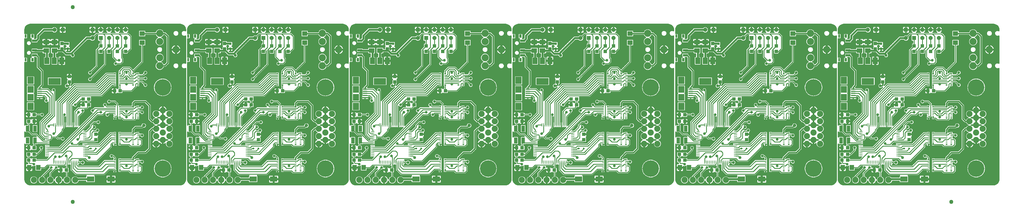
<source format=gtl>
G75*
G70*
%OFA0B0*%
%FSLAX25Y25*%
%IPPOS*%
%LPD*%
%AMOC8*
5,1,8,0,0,1.08239X$1,22.5*
%
%ADD11C,0.01600*%
%ADD12C,0.03560*%
%ADD13R,0.04330X0.07480*%
%ADD18R,0.07090X0.05510*%
%ADD20R,0.01970X0.01500*%
%ADD21R,0.03940X0.04330*%
%ADD24C,0.08600*%
%ADD25R,0.00870X0.03940*%
%ADD26R,0.01970X0.00980*%
%ADD29C,0.20000*%
%ADD31R,0.09060X0.06300*%
%ADD33C,0.01000*%
%ADD35R,0.03940X0.00870*%
%ADD40R,0.03150X0.03150*%
%ADD41R,0.05900X0.07900*%
%ADD43C,0.01200*%
%ADD45C,0.04720*%
%ADD46R,0.05510X0.01570*%
%ADD48R,0.15000X0.07900*%
%ADD49R,0.03150X0.03940*%
%ADD52R,0.04330X0.03940*%
%ADD56R,0.06300X0.05510*%
%ADD57C,0.07400*%
%ADD58C,0.04130*%
%ADD59C,0.03170*%
%ADD60C,0.02400*%
%ADD62C,0.05150*%
%ADD63R,0.02360X0.03940*%
%ADD64C,0.02360*%
%ADD66R,0.05910X0.02760*%
%ADD79R,0.07480X0.07870*%
%ADD80R,0.05510X0.06300*%
%ADD81R,0.07480X0.08660*%
%ADD83R,0.05150X0.05150*%
%ADD87C,0.05000*%
X0010000Y0010000D02*
G75*
%LPD*%
D57*
X0022000Y0017000D03*
X0032000Y0017000D03*
X0042000Y0017000D03*
X0052000Y0017000D03*
X0062000Y0017000D03*
X0072000Y0017000D03*
X0170000Y0060940D03*
X0170000Y0069960D03*
X0178000Y0074450D03*
X0186000Y0069960D03*
X0178000Y0065430D03*
X0186000Y0060940D03*
X0186000Y0078980D03*
X0178000Y0083460D03*
X0186000Y0087990D03*
X0178000Y0092480D03*
X0186000Y0097010D03*
X0178000Y0101500D03*
X0170000Y0097010D03*
X0170000Y0087990D03*
X0170000Y0078980D03*
D29*
X0178000Y0030790D03*
X0178000Y0129210D03*
D56*
X0153000Y0183490D03*
X0153000Y0194510D03*
D24*
X0174320Y0194690D03*
X0174320Y0184840D03*
X0194000Y0175000D03*
X0174320Y0165160D03*
X0174320Y0155310D03*
D21*
X0133000Y0172650D03*
X0133000Y0179350D03*
X0123000Y0179350D03*
X0123000Y0172650D03*
X0113000Y0172650D03*
X0113000Y0179350D03*
X0103000Y0179350D03*
X0103000Y0172650D03*
X0065000Y0142350D03*
X0065000Y0135650D03*
X0056000Y0175650D03*
X0056000Y0182350D03*
X0097000Y0072350D03*
X0097000Y0065650D03*
D40*
X0063000Y0176050D03*
X0063000Y0181950D03*
D41*
X0055900Y0161400D03*
X0046900Y0161400D03*
X0037900Y0161400D03*
D48*
X0047000Y0136600D03*
D18*
X0047000Y0173880D03*
X0037000Y0173880D03*
X0037000Y0184120D03*
X0047000Y0184120D03*
D83*
X0057000Y0199000D03*
X0093000Y0199000D03*
X0103000Y0189000D03*
D62*
X0093000Y0189000D03*
X0103000Y0199000D03*
X0113000Y0199000D03*
X0123000Y0199000D03*
X0133000Y0199000D03*
X0133000Y0189000D03*
X0123000Y0189000D03*
X0113000Y0189000D03*
X0047000Y0199000D03*
D35*
X0038370Y0075760D03*
X0038370Y0073800D03*
X0038370Y0071830D03*
X0038370Y0069860D03*
X0038370Y0067890D03*
X0038370Y0065920D03*
X0038370Y0063950D03*
X0038370Y0061980D03*
X0038370Y0060020D03*
X0038370Y0058050D03*
X0038370Y0056080D03*
X0038370Y0054110D03*
X0038370Y0052140D03*
X0038370Y0050170D03*
X0038370Y0048200D03*
X0038370Y0046240D03*
X0083640Y0046240D03*
X0083640Y0048200D03*
X0083640Y0050170D03*
X0083640Y0052140D03*
X0083640Y0054110D03*
X0083640Y0056080D03*
X0083640Y0058050D03*
X0083640Y0060020D03*
X0083640Y0061980D03*
X0083640Y0063950D03*
X0083640Y0065920D03*
X0083640Y0067890D03*
X0083640Y0069860D03*
X0083640Y0071830D03*
X0083640Y0073800D03*
X0083640Y0075760D03*
D25*
X0075770Y0083640D03*
X0073800Y0083640D03*
X0071830Y0083640D03*
X0069860Y0083640D03*
X0067890Y0083640D03*
X0065920Y0083640D03*
X0063960Y0083640D03*
X0061990Y0083640D03*
X0060020Y0083640D03*
X0058050Y0083640D03*
X0056080Y0083640D03*
X0054110Y0083640D03*
X0052150Y0083640D03*
X0050180Y0083640D03*
X0048210Y0083640D03*
X0046240Y0083640D03*
X0046240Y0038360D03*
X0048210Y0038360D03*
X0050180Y0038360D03*
X0052150Y0038360D03*
X0054110Y0038360D03*
X0056080Y0038360D03*
X0058050Y0038360D03*
X0060020Y0038360D03*
X0061990Y0038360D03*
X0063960Y0038360D03*
X0065920Y0038360D03*
X0067890Y0038360D03*
X0069860Y0038360D03*
X0071830Y0038360D03*
X0073800Y0038360D03*
X0075770Y0038360D03*
D52*
X0061350Y0029000D03*
X0054660Y0029000D03*
X0022350Y0041000D03*
X0015660Y0041000D03*
X0015660Y0048000D03*
X0022350Y0048000D03*
X0022350Y0056000D03*
X0015660Y0056000D03*
X0015660Y0088000D03*
X0022350Y0088000D03*
X0022350Y0096000D03*
X0015660Y0096000D03*
X0081660Y0108000D03*
X0088350Y0108000D03*
X0088350Y0115000D03*
X0081660Y0115000D03*
X0119660Y0125000D03*
X0126350Y0125000D03*
D46*
X0029220Y0124560D03*
X0029220Y0127120D03*
X0029220Y0122000D03*
X0029220Y0119440D03*
X0029220Y0116880D03*
D79*
X0018000Y0117080D03*
X0018000Y0126920D03*
D81*
X0018000Y0137750D03*
X0018000Y0106250D03*
D80*
X0016490Y0032000D03*
X0027520Y0032000D03*
D66*
X0022890Y0168140D03*
X0022890Y0174050D03*
X0022890Y0185860D03*
D63*
X0012070Y0191370D03*
X0012070Y0162630D03*
D49*
X0020330Y0162630D03*
X0020330Y0191370D03*
D20*
X0120050Y0145890D03*
X0125960Y0145890D03*
X0125960Y0132110D03*
X0120050Y0132110D03*
X0142050Y0132110D03*
X0147960Y0132110D03*
X0147960Y0145890D03*
X0142050Y0145890D03*
X0142050Y0105890D03*
X0147960Y0105890D03*
X0147960Y0092110D03*
X0142050Y0092110D03*
X0125960Y0092110D03*
X0120050Y0092110D03*
X0120050Y0105890D03*
X0125960Y0105890D03*
X0125960Y0073890D03*
X0120050Y0073890D03*
X0120050Y0060110D03*
X0125960Y0060110D03*
X0142050Y0060110D03*
X0147960Y0060110D03*
X0147960Y0073890D03*
X0142050Y0073890D03*
X0142050Y0041890D03*
X0147960Y0041890D03*
X0147960Y0028110D03*
X0142050Y0028110D03*
X0125960Y0028110D03*
X0120050Y0028110D03*
X0120050Y0041890D03*
X0125960Y0041890D03*
D26*
X0125960Y0039920D03*
X0125960Y0037950D03*
X0125960Y0035980D03*
X0125960Y0034020D03*
X0125960Y0032050D03*
X0125960Y0030080D03*
X0120050Y0030080D03*
X0120050Y0032050D03*
X0120050Y0034020D03*
X0120050Y0035980D03*
X0120050Y0037950D03*
X0120050Y0039920D03*
X0142050Y0039920D03*
X0142050Y0037950D03*
X0142050Y0035980D03*
X0142050Y0034020D03*
X0142050Y0032050D03*
X0142050Y0030080D03*
X0147960Y0030080D03*
X0147960Y0032050D03*
X0147960Y0034020D03*
X0147960Y0035980D03*
X0147960Y0037950D03*
X0147960Y0039920D03*
X0147960Y0062080D03*
X0147960Y0064050D03*
X0147960Y0066020D03*
X0147960Y0067980D03*
X0147960Y0069950D03*
X0147960Y0071920D03*
X0142050Y0071920D03*
X0142050Y0069950D03*
X0142050Y0067980D03*
X0142050Y0066020D03*
X0142050Y0064050D03*
X0142050Y0062080D03*
X0125960Y0062080D03*
X0125960Y0064050D03*
X0125960Y0066020D03*
X0125960Y0067980D03*
X0125960Y0069950D03*
X0125960Y0071920D03*
X0120050Y0071920D03*
X0120050Y0069950D03*
X0120050Y0067980D03*
X0120050Y0066020D03*
X0120050Y0064050D03*
X0120050Y0062080D03*
X0120050Y0094080D03*
X0120050Y0096050D03*
X0120050Y0098020D03*
X0120050Y0099980D03*
X0120050Y0101950D03*
X0120050Y0103920D03*
X0125960Y0103920D03*
X0125960Y0101950D03*
X0125960Y0099980D03*
X0125960Y0098020D03*
X0125960Y0096050D03*
X0125960Y0094080D03*
X0142050Y0094080D03*
X0142050Y0096050D03*
X0142050Y0098020D03*
X0142050Y0099980D03*
X0142050Y0101950D03*
X0142050Y0103920D03*
X0147960Y0103920D03*
X0147960Y0101950D03*
X0147960Y0099980D03*
X0147960Y0098020D03*
X0147960Y0096050D03*
X0147960Y0094080D03*
X0147960Y0134080D03*
X0147960Y0136050D03*
X0147960Y0138020D03*
X0147960Y0139980D03*
X0147960Y0141950D03*
X0147960Y0143920D03*
X0142050Y0143920D03*
X0142050Y0141950D03*
X0142050Y0139980D03*
X0142050Y0138020D03*
X0142050Y0136050D03*
X0142050Y0134080D03*
X0125960Y0134080D03*
X0125960Y0136050D03*
X0125960Y0138020D03*
X0125960Y0139980D03*
X0125960Y0141950D03*
X0125960Y0143920D03*
X0120050Y0143920D03*
X0120050Y0141950D03*
X0120050Y0139980D03*
X0120050Y0138020D03*
X0120050Y0136050D03*
X0120050Y0134080D03*
D13*
X0023530Y0079280D03*
X0014480Y0079280D03*
X0014480Y0064720D03*
X0023530Y0064720D03*
D64*
X0091000Y0055000D03*
X0097000Y0055000D03*
D31*
X0090600Y0018000D03*
X0115410Y0018000D03*
D43*
X0017640Y0014740D02*
X0012010Y0014740D01*
X0011930Y0014840D02*
X0011290Y0016830D01*
X0011200Y0017870D01*
X0011200Y0060390D01*
X0011810Y0059780D01*
X0017140Y0059780D01*
X0017840Y0060480D01*
X0017840Y0068950D01*
X0017140Y0069660D01*
X0011810Y0069660D01*
X0011200Y0069050D01*
X0011200Y0074950D01*
X0011810Y0074340D01*
X0015260Y0074340D01*
X0019300Y0070300D01*
X0024300Y0070300D01*
X0024940Y0069660D01*
X0020870Y0069660D01*
X0020170Y0068950D01*
X0020170Y0060480D01*
X0020650Y0060000D01*
X0020650Y0059170D01*
X0019690Y0059170D01*
X0019240Y0058720D01*
X0019100Y0058950D01*
X0018800Y0059250D01*
X0018440Y0059460D01*
X0018030Y0059570D01*
X0016040Y0059570D01*
X0016040Y0056380D01*
X0015270Y0056380D01*
X0015270Y0055620D01*
X0011890Y0055620D01*
X0011890Y0053820D01*
X0012000Y0053410D01*
X0012210Y0053050D01*
X0012510Y0052750D01*
X0012870Y0052540D01*
X0013280Y0052430D01*
X0015270Y0052430D01*
X0015270Y0055620D01*
X0016040Y0055620D01*
X0016040Y0052430D01*
X0018030Y0052430D01*
X0018440Y0052540D01*
X0018800Y0052750D01*
X0019100Y0053050D01*
X0019240Y0053280D01*
X0019690Y0052830D01*
X0025010Y0052830D01*
X0025720Y0053530D01*
X0025720Y0058470D01*
X0025010Y0059170D01*
X0024050Y0059170D01*
X0024050Y0059780D01*
X0026190Y0059780D01*
X0026700Y0060280D01*
X0034800Y0060280D01*
X0034800Y0060020D01*
X0038370Y0060020D01*
X0041930Y0060020D01*
X0041930Y0060660D01*
X0041830Y0061070D01*
X0041610Y0061430D01*
X0041530Y0061510D01*
X0041530Y0062910D01*
X0041480Y0062970D01*
X0041530Y0063020D01*
X0041530Y0064220D01*
X0042630Y0064220D01*
X0044700Y0066300D01*
X0044700Y0067300D01*
X0048300Y0067300D01*
X0050300Y0065300D01*
X0054770Y0065300D01*
X0055430Y0064640D01*
X0056450Y0064220D01*
X0057560Y0064220D01*
X0058580Y0064640D01*
X0059360Y0065420D01*
X0059790Y0066450D01*
X0059790Y0067550D01*
X0059360Y0068580D01*
X0058580Y0069360D01*
X0057560Y0069780D01*
X0056450Y0069780D01*
X0055430Y0069360D01*
X0054770Y0068700D01*
X0051710Y0068700D01*
X0051410Y0069000D01*
X0057700Y0075300D01*
X0057700Y0077300D01*
X0059750Y0079340D01*
X0059750Y0080070D01*
X0060020Y0080070D01*
X0060660Y0080070D01*
X0061070Y0080180D01*
X0061430Y0080390D01*
X0061520Y0080470D01*
X0062920Y0080470D01*
X0062970Y0080520D01*
X0063030Y0080470D01*
X0064890Y0080470D01*
X0064940Y0080520D01*
X0064990Y0080470D01*
X0066860Y0080470D01*
X0066910Y0080520D01*
X0066960Y0080470D01*
X0068370Y0080470D01*
X0068450Y0080390D01*
X0068810Y0080180D01*
X0069220Y0080070D01*
X0069860Y0080070D01*
X0069860Y0083640D01*
X0069860Y0087210D01*
X0069590Y0087210D01*
X0069590Y0106540D01*
X0069640Y0106420D01*
X0070430Y0105640D01*
X0071450Y0105220D01*
X0072560Y0105220D01*
X0073580Y0105640D01*
X0074360Y0106420D01*
X0074790Y0107450D01*
X0074790Y0108380D01*
X0078620Y0112210D01*
X0078990Y0111830D01*
X0084320Y0111830D01*
X0085000Y0112520D01*
X0085690Y0111830D01*
X0086650Y0111830D01*
X0086650Y0111170D01*
X0085690Y0111170D01*
X0085240Y0110720D01*
X0085100Y0110950D01*
X0084800Y0111250D01*
X0084440Y0111460D01*
X0084030Y0111570D01*
X0082040Y0111570D01*
X0082040Y0108380D01*
X0081270Y0108380D01*
X0081270Y0107620D01*
X0077890Y0107620D01*
X0077890Y0105820D01*
X0077920Y0105700D01*
X0075300Y0105700D01*
X0074300Y0104700D01*
X0070130Y0100530D01*
X0070130Y0087210D01*
X0069860Y0087210D01*
X0069860Y0083640D01*
X0069860Y0083640D01*
X0069860Y0083640D01*
X0069860Y0080070D01*
X0070510Y0080070D01*
X0070910Y0080180D01*
X0071280Y0080390D01*
X0071360Y0080470D01*
X0072760Y0080470D01*
X0072810Y0080520D01*
X0072870Y0080470D01*
X0074730Y0080470D01*
X0074780Y0080520D01*
X0074840Y0080470D01*
X0075070Y0080470D01*
X0052380Y0057780D01*
X0041530Y0057780D01*
X0041530Y0058520D01*
X0041610Y0058600D01*
X0041830Y0058970D01*
X0041930Y0059370D01*
X0041930Y0060020D01*
X0038370Y0060020D01*
X0038370Y0060020D01*
X0038370Y0060020D01*
X0034800Y0060020D01*
X0034800Y0059370D01*
X0034910Y0058970D01*
X0035120Y0058600D01*
X0035200Y0058520D01*
X0035200Y0057120D01*
X0035250Y0057060D01*
X0035200Y0057010D01*
X0035200Y0055150D01*
X0035250Y0055090D01*
X0035200Y0055040D01*
X0035200Y0053180D01*
X0035250Y0053130D01*
X0035200Y0053070D01*
X0035200Y0051210D01*
X0035250Y0051160D01*
X0035200Y0051100D01*
X0035200Y0049240D01*
X0035250Y0049190D01*
X0035200Y0049130D01*
X0035200Y0047270D01*
X0035250Y0047220D01*
X0035200Y0047170D01*
X0035200Y0045310D01*
X0035900Y0044600D01*
X0039200Y0044600D01*
X0037300Y0042700D01*
X0025720Y0042700D01*
X0025720Y0043470D01*
X0025010Y0044170D01*
X0019690Y0044170D01*
X0019000Y0043480D01*
X0018320Y0044170D01*
X0017360Y0044170D01*
X0017360Y0044830D01*
X0018320Y0044830D01*
X0019000Y0045520D01*
X0019690Y0044830D01*
X0025010Y0044830D01*
X0025720Y0045530D01*
X0025720Y0046300D01*
X0026710Y0046300D01*
X0032700Y0052300D01*
X0032700Y0053760D01*
X0033360Y0054420D01*
X0033790Y0055450D01*
X0033790Y0056550D01*
X0033360Y0057580D01*
X0032580Y0058360D01*
X0031560Y0058780D01*
X0030450Y0058780D01*
X0029430Y0058360D01*
X0028640Y0057580D01*
X0028220Y0056550D01*
X0028220Y0055450D01*
X0028640Y0054420D01*
X0029300Y0053760D01*
X0029300Y0053700D01*
X0025720Y0050120D01*
X0025720Y0050470D01*
X0025010Y0051170D01*
X0019690Y0051170D01*
X0019000Y0050480D01*
X0018320Y0051170D01*
X0012990Y0051170D01*
X0012290Y0050470D01*
X0012290Y0045530D01*
X0012990Y0044830D01*
X0013960Y0044830D01*
X0013960Y0044170D01*
X0012990Y0044170D01*
X0012290Y0043470D01*
X0012290Y0038530D01*
X0012990Y0037830D01*
X0014300Y0037830D01*
X0014300Y0037300D01*
X0014850Y0036750D01*
X0013530Y0036750D01*
X0013120Y0036640D01*
X0012750Y0036430D01*
X0012460Y0036130D01*
X0012240Y0035770D01*
X0012140Y0035360D01*
X0012140Y0032600D01*
X0015890Y0032600D01*
X0015890Y0031400D01*
X0012140Y0031400D01*
X0012140Y0028640D01*
X0012240Y0028230D01*
X0012460Y0027870D01*
X0012750Y0027570D01*
X0013120Y0027360D01*
X0013530Y0027250D01*
X0015890Y0027250D01*
X0015890Y0031400D01*
X0017090Y0031400D01*
X0017090Y0027250D01*
X0019460Y0027250D01*
X0019870Y0027360D01*
X0020230Y0027570D01*
X0020530Y0027870D01*
X0020740Y0028230D01*
X0020850Y0028640D01*
X0020850Y0031400D01*
X0017090Y0031400D01*
X0017090Y0032600D01*
X0020850Y0032600D01*
X0020850Y0033470D01*
X0021450Y0033220D01*
X0022560Y0033220D01*
X0023560Y0033630D01*
X0023560Y0028350D01*
X0024260Y0027650D01*
X0030770Y0027650D01*
X0031470Y0028350D01*
X0031470Y0030300D01*
X0035710Y0030300D01*
X0036700Y0031300D01*
X0038710Y0033300D01*
X0040530Y0033300D01*
X0040220Y0032550D01*
X0040220Y0031620D01*
X0030300Y0021700D01*
X0030300Y0021600D01*
X0029230Y0021150D01*
X0027850Y0019780D01*
X0027100Y0017970D01*
X0027100Y0016030D01*
X0027850Y0014220D01*
X0029230Y0012850D01*
X0031030Y0012100D01*
X0032980Y0012100D01*
X0034780Y0012850D01*
X0036160Y0014220D01*
X0036900Y0016030D01*
X0036900Y0017970D01*
X0036160Y0019780D01*
X0034780Y0021150D01*
X0034630Y0021220D01*
X0042620Y0029220D01*
X0043560Y0029220D01*
X0044000Y0029400D01*
X0040300Y0025700D01*
X0040300Y0021600D01*
X0039230Y0021150D01*
X0037850Y0019780D01*
X0037100Y0017970D01*
X0037100Y0016030D01*
X0037850Y0014220D01*
X0039230Y0012850D01*
X0041030Y0012100D01*
X0042980Y0012100D01*
X0044780Y0012850D01*
X0046160Y0014220D01*
X0046820Y0015830D01*
X0046830Y0015760D01*
X0047090Y0014970D01*
X0047470Y0014220D01*
X0047960Y0013550D01*
X0048550Y0012960D01*
X0049230Y0012470D01*
X0049970Y0012090D01*
X0050760Y0011830D01*
X0051590Y0011700D01*
X0051600Y0011700D01*
X0051600Y0016600D01*
X0052400Y0016600D01*
X0052400Y0011700D01*
X0052420Y0011700D01*
X0053240Y0011830D01*
X0054040Y0012090D01*
X0054780Y0012470D01*
X0055460Y0012960D01*
X0056050Y0013550D01*
X0056540Y0014220D01*
X0056920Y0014970D01*
X0057170Y0015760D01*
X0057180Y0015830D01*
X0057850Y0014220D01*
X0059230Y0012850D01*
X0061030Y0012100D01*
X0062980Y0012100D01*
X0064780Y0012850D01*
X0066160Y0014220D01*
X0066900Y0016030D01*
X0066900Y0017970D01*
X0066160Y0019780D01*
X0064780Y0021150D01*
X0063700Y0021600D01*
X0063700Y0025830D01*
X0064010Y0025830D01*
X0064720Y0026530D01*
X0064720Y0031470D01*
X0064010Y0032170D01*
X0063690Y0032170D01*
X0063690Y0035190D01*
X0064890Y0035190D01*
X0064940Y0035250D01*
X0064990Y0035190D01*
X0066190Y0035190D01*
X0066190Y0028410D01*
X0071300Y0023300D01*
X0072300Y0022300D01*
X0085530Y0022300D01*
X0084870Y0021650D01*
X0084870Y0020400D01*
X0075530Y0020400D01*
X0074780Y0021150D01*
X0072980Y0021900D01*
X0071030Y0021900D01*
X0069230Y0021150D01*
X0067850Y0019780D01*
X0067100Y0017970D01*
X0067100Y0016030D01*
X0067850Y0014220D01*
X0069230Y0012850D01*
X0071030Y0012100D01*
X0072980Y0012100D01*
X0074780Y0012850D01*
X0076160Y0014220D01*
X0076730Y0015600D01*
X0084870Y0015600D01*
X0084870Y0014350D01*
X0085580Y0013650D01*
X0095630Y0013650D01*
X0096330Y0014350D01*
X0096330Y0021650D01*
X0095680Y0022300D01*
X0107710Y0022300D01*
X0113790Y0028380D01*
X0117470Y0028380D01*
X0117470Y0028110D01*
X0117470Y0027150D01*
X0117580Y0026740D01*
X0117790Y0026380D01*
X0118080Y0026080D01*
X0118450Y0025870D01*
X0118860Y0025760D01*
X0120050Y0025760D01*
X0120050Y0028110D01*
X0117470Y0028110D01*
X0120050Y0028110D01*
X0120050Y0028110D01*
X0120050Y0028110D01*
X0120050Y0025760D01*
X0121250Y0025760D01*
X0121650Y0025870D01*
X0122020Y0026080D01*
X0122320Y0026380D01*
X0122530Y0026740D01*
X0122640Y0027150D01*
X0122640Y0028110D01*
X0122640Y0029070D01*
X0122530Y0029480D01*
X0122320Y0029840D01*
X0122240Y0029920D01*
X0122240Y0043130D01*
X0121750Y0043620D01*
X0121750Y0044660D01*
X0119700Y0046700D01*
X0118710Y0047700D01*
X0118240Y0047700D01*
X0117580Y0048360D01*
X0116560Y0048780D01*
X0115450Y0048780D01*
X0114430Y0048360D01*
X0113640Y0047580D01*
X0113220Y0046550D01*
X0113220Y0045450D01*
X0113640Y0044420D01*
X0114430Y0043640D01*
X0115450Y0043220D01*
X0116560Y0043220D01*
X0117580Y0043640D01*
X0117770Y0043830D01*
X0118170Y0043430D01*
X0117870Y0043130D01*
X0117870Y0041620D01*
X0107220Y0041620D01*
X0106220Y0040630D01*
X0100300Y0034700D01*
X0076710Y0034700D01*
X0076210Y0035190D01*
X0076700Y0035190D01*
X0077400Y0035900D01*
X0077400Y0036660D01*
X0078330Y0036660D01*
X0078480Y0036310D01*
X0079310Y0035470D01*
X0080410Y0035020D01*
X0081600Y0035020D01*
X0082690Y0035470D01*
X0083530Y0036310D01*
X0083980Y0037410D01*
X0083980Y0038590D01*
X0083530Y0039690D01*
X0082690Y0040530D01*
X0081600Y0040980D01*
X0080410Y0040980D01*
X0079310Y0040530D01*
X0078850Y0040060D01*
X0077400Y0040060D01*
X0077400Y0040830D01*
X0076930Y0041300D01*
X0083300Y0041300D01*
X0086300Y0038300D01*
X0098710Y0038300D01*
X0099700Y0039300D01*
X0116700Y0056300D01*
X0116700Y0059300D01*
X0117470Y0060060D01*
X0117470Y0059150D01*
X0117580Y0058740D01*
X0117790Y0058380D01*
X0118080Y0058080D01*
X0118450Y0057870D01*
X0118860Y0057760D01*
X0120050Y0057760D01*
X0120050Y0060110D01*
X0120050Y0060110D01*
X0120050Y0057760D01*
X0121250Y0057760D01*
X0121650Y0057870D01*
X0122020Y0058080D01*
X0122320Y0058380D01*
X0122530Y0058740D01*
X0122640Y0059150D01*
X0122640Y0060110D01*
X0122640Y0061070D01*
X0122530Y0061480D01*
X0122320Y0061840D01*
X0122240Y0061920D01*
X0122240Y0075130D01*
X0121530Y0075840D01*
X0118570Y0075840D01*
X0118320Y0075590D01*
X0114190Y0075590D01*
X0113190Y0074590D01*
X0100320Y0061720D01*
X0087210Y0061720D01*
X0087210Y0061980D01*
X0083640Y0061980D01*
X0080070Y0061980D01*
X0080070Y0061340D01*
X0080180Y0060930D01*
X0080390Y0060570D01*
X0080470Y0060490D01*
X0080470Y0059750D01*
X0076160Y0059750D01*
X0078660Y0062250D01*
X0080070Y0062250D01*
X0080070Y0061980D01*
X0083640Y0061980D01*
X0083640Y0061980D01*
X0083640Y0061980D01*
X0087210Y0061980D01*
X0087210Y0062250D01*
X0095970Y0062250D01*
X0096310Y0062110D01*
X0096640Y0062250D01*
X0097010Y0062250D01*
X0097040Y0062290D01*
X0099470Y0062290D01*
X0100170Y0062990D01*
X0100170Y0068320D01*
X0099720Y0068770D01*
X0099950Y0068900D01*
X0100250Y0069200D01*
X0100460Y0069560D01*
X0100570Y0069970D01*
X0100570Y0071960D01*
X0097390Y0071960D01*
X0097390Y0072730D01*
X0100570Y0072730D01*
X0100570Y0074640D01*
X0100580Y0074640D01*
X0101360Y0075420D01*
X0101790Y0076450D01*
X0101790Y0077550D01*
X0101360Y0078580D01*
X0100580Y0079360D01*
X0099560Y0079780D01*
X0098450Y0079780D01*
X0097430Y0079360D01*
X0096640Y0078580D01*
X0096280Y0077700D01*
X0094110Y0077700D01*
X0094620Y0078220D01*
X0095560Y0078220D01*
X0096580Y0078640D01*
X0097360Y0079420D01*
X0097790Y0080450D01*
X0097790Y0081550D01*
X0097360Y0082580D01*
X0096580Y0083360D01*
X0095560Y0083780D01*
X0094450Y0083780D01*
X0094010Y0083600D01*
X0095710Y0085300D01*
X0097770Y0085300D01*
X0098430Y0084640D01*
X0099450Y0084220D01*
X0100560Y0084220D01*
X0101580Y0084640D01*
X0102360Y0085420D01*
X0102790Y0086450D01*
X0102790Y0087550D01*
X0102360Y0088580D01*
X0101580Y0089360D01*
X0100560Y0089780D01*
X0099450Y0089780D01*
X0098430Y0089360D01*
X0097770Y0088700D01*
X0094300Y0088700D01*
X0093300Y0087700D01*
X0089300Y0083700D01*
X0089300Y0081700D01*
X0085060Y0077460D01*
X0082940Y0077460D01*
X0082870Y0077400D01*
X0082800Y0077400D01*
X0099710Y0094300D01*
X0105710Y0094300D01*
X0108400Y0096990D01*
X0108220Y0096550D01*
X0108220Y0095450D01*
X0108640Y0094420D01*
X0109430Y0093640D01*
X0110450Y0093220D01*
X0111560Y0093220D01*
X0112580Y0093640D01*
X0113360Y0094420D01*
X0113790Y0095450D01*
X0113790Y0096320D01*
X0117870Y0096320D01*
X0117870Y0093920D01*
X0117790Y0093840D01*
X0117580Y0093480D01*
X0117470Y0093070D01*
X0117470Y0092110D01*
X0117470Y0091150D01*
X0117580Y0090740D01*
X0117790Y0090380D01*
X0118080Y0090080D01*
X0118450Y0089870D01*
X0118860Y0089760D01*
X0120050Y0089760D01*
X0120050Y0092110D01*
X0117470Y0092110D01*
X0120050Y0092110D01*
X0120050Y0092110D01*
X0120050Y0092110D01*
X0120050Y0089760D01*
X0121250Y0089760D01*
X0121650Y0089870D01*
X0122020Y0090080D01*
X0122320Y0090380D01*
X0122530Y0090740D01*
X0122640Y0091150D01*
X0122640Y0092110D01*
X0122640Y0092380D01*
X0122790Y0092380D01*
X0123710Y0093300D01*
X0123770Y0093360D01*
X0123770Y0090870D01*
X0124480Y0090160D01*
X0127440Y0090160D01*
X0127690Y0090410D01*
X0128190Y0090410D01*
X0129300Y0089300D01*
X0130300Y0088300D01*
X0144710Y0088300D01*
X0145710Y0089300D01*
X0146570Y0090160D01*
X0149440Y0090160D01*
X0150140Y0090870D01*
X0150140Y0098280D01*
X0150290Y0098280D01*
X0150640Y0097420D01*
X0151430Y0096640D01*
X0152450Y0096220D01*
X0153560Y0096220D01*
X0154580Y0096640D01*
X0155360Y0097420D01*
X0155790Y0098450D01*
X0155790Y0099550D01*
X0155360Y0100580D01*
X0154580Y0101360D01*
X0153560Y0101780D01*
X0152450Y0101780D01*
X0152210Y0101680D01*
X0150140Y0101680D01*
X0150140Y0102220D01*
X0152440Y0102220D01*
X0152450Y0102220D01*
X0153560Y0102220D01*
X0154580Y0102640D01*
X0155360Y0103420D01*
X0155790Y0104450D01*
X0155790Y0105550D01*
X0155360Y0106580D01*
X0154580Y0107360D01*
X0153560Y0107780D01*
X0152450Y0107780D01*
X0151430Y0107360D01*
X0150640Y0106580D01*
X0150250Y0105620D01*
X0150140Y0105620D01*
X0150140Y0107130D01*
X0149440Y0107840D01*
X0146480Y0107840D01*
X0146230Y0107590D01*
X0145190Y0107590D01*
X0144240Y0106640D01*
X0144240Y0107130D01*
X0144050Y0107320D01*
X0144050Y0109220D01*
X0144830Y0110000D01*
X0156180Y0110000D01*
X0160000Y0106170D01*
X0160000Y0090170D01*
X0163000Y0087170D01*
X0164180Y0086000D01*
X0165530Y0086000D01*
X0165850Y0085220D01*
X0167230Y0083840D01*
X0168080Y0083480D01*
X0167230Y0083130D01*
X0165850Y0081750D01*
X0165540Y0081000D01*
X0164180Y0081000D01*
X0163000Y0079830D01*
X0161180Y0078000D01*
X0160000Y0076830D01*
X0160000Y0055830D01*
X0156180Y0052000D01*
X0147180Y0052000D01*
X0146000Y0050830D01*
X0140050Y0044880D01*
X0140050Y0043590D01*
X0127690Y0043590D01*
X0127440Y0043840D01*
X0124480Y0043840D01*
X0123770Y0043130D01*
X0123770Y0026870D01*
X0124480Y0026160D01*
X0127440Y0026160D01*
X0127580Y0026300D01*
X0136300Y0026300D01*
X0138300Y0024300D01*
X0150710Y0024300D01*
X0151700Y0025300D01*
X0153700Y0027300D01*
X0153700Y0033700D01*
X0167190Y0033700D01*
X0167510Y0034890D02*
X0152520Y0034890D01*
X0152710Y0034700D02*
X0151690Y0035720D01*
X0150140Y0035720D01*
X0150140Y0038220D01*
X0150310Y0038220D01*
X0150640Y0037420D01*
X0151430Y0036640D01*
X0152450Y0036220D01*
X0153560Y0036220D01*
X0154580Y0036640D01*
X0155360Y0037420D01*
X0155790Y0038450D01*
X0155790Y0039550D01*
X0155360Y0040580D01*
X0154580Y0041360D01*
X0153560Y0041780D01*
X0152450Y0041780D01*
X0152060Y0041620D01*
X0150140Y0041620D01*
X0150140Y0043130D01*
X0149440Y0043840D01*
X0146480Y0043840D01*
X0146230Y0043590D01*
X0145190Y0043590D01*
X0144240Y0042640D01*
X0144240Y0043130D01*
X0144100Y0043270D01*
X0148830Y0048000D01*
X0157830Y0048000D01*
X0159000Y0049170D01*
X0164000Y0054170D01*
X0164000Y0075170D01*
X0165610Y0076780D01*
X0165850Y0076200D01*
X0167230Y0074820D01*
X0168080Y0074470D01*
X0167230Y0074110D01*
X0165850Y0072740D01*
X0165100Y0070940D01*
X0165100Y0068990D01*
X0165850Y0067190D01*
X0167230Y0065810D01*
X0167580Y0065660D01*
X0167230Y0065480D01*
X0166550Y0064990D01*
X0165960Y0064400D01*
X0165470Y0063720D01*
X0165090Y0062980D01*
X0164830Y0062190D01*
X0164700Y0061360D01*
X0164700Y0061340D01*
X0169600Y0061340D01*
X0169600Y0060540D01*
X0170400Y0060540D01*
X0170400Y0055640D01*
X0170420Y0055640D01*
X0171240Y0055780D01*
X0172040Y0056030D01*
X0172780Y0056410D01*
X0173460Y0056900D01*
X0174050Y0057490D01*
X0174540Y0058170D01*
X0174920Y0058910D01*
X0175170Y0059700D01*
X0175300Y0060530D01*
X0175300Y0060540D01*
X0170400Y0060540D01*
X0170400Y0061340D01*
X0174610Y0061340D01*
X0175230Y0060900D01*
X0175970Y0060520D01*
X0176760Y0060260D01*
X0177590Y0060130D01*
X0177600Y0060130D01*
X0177600Y0065030D01*
X0178400Y0065030D01*
X0178400Y0060130D01*
X0178420Y0060130D01*
X0179240Y0060260D01*
X0180040Y0060520D01*
X0180780Y0060900D01*
X0181100Y0061130D01*
X0181100Y0059970D01*
X0181850Y0058170D01*
X0183230Y0056790D01*
X0185030Y0056040D01*
X0186980Y0056040D01*
X0188780Y0056790D01*
X0190160Y0058170D01*
X0190900Y0059970D01*
X0190900Y0061920D01*
X0190160Y0063720D01*
X0188780Y0065100D01*
X0187920Y0065450D01*
X0188780Y0065810D01*
X0190160Y0067190D01*
X0190900Y0068990D01*
X0190900Y0070940D01*
X0190160Y0072740D01*
X0188780Y0074110D01*
X0187920Y0074470D01*
X0188780Y0074820D01*
X0190160Y0076200D01*
X0190900Y0078000D01*
X0190900Y0079950D01*
X0190160Y0081750D01*
X0188780Y0083130D01*
X0187920Y0083480D01*
X0188780Y0083840D01*
X0190160Y0085220D01*
X0190900Y0087020D01*
X0190900Y0088970D01*
X0190160Y0090770D01*
X0188780Y0092150D01*
X0187920Y0092500D01*
X0188780Y0092850D01*
X0190160Y0094230D01*
X0190900Y0096030D01*
X0190900Y0097980D01*
X0190160Y0099780D01*
X0188780Y0101160D01*
X0186980Y0101910D01*
X0185030Y0101910D01*
X0183230Y0101160D01*
X0183160Y0101100D01*
X0178400Y0101100D01*
X0178400Y0096200D01*
X0178400Y0092880D01*
X0177600Y0092880D01*
X0177600Y0092080D01*
X0172850Y0092080D01*
X0172780Y0092150D01*
X0171920Y0092500D01*
X0172780Y0092850D01*
X0172810Y0092880D01*
X0177600Y0092880D01*
X0177600Y0101100D01*
X0172850Y0101100D01*
X0172780Y0101160D01*
X0170980Y0101910D01*
X0169030Y0101910D01*
X0167230Y0101160D01*
X0165850Y0099780D01*
X0165100Y0097980D01*
X0165100Y0096030D01*
X0165850Y0094230D01*
X0167230Y0092850D01*
X0168080Y0092500D01*
X0167230Y0092150D01*
X0165850Y0090770D01*
X0165620Y0090210D01*
X0164000Y0091830D01*
X0164000Y0107830D01*
X0157830Y0114000D01*
X0143180Y0114000D01*
X0142000Y0112830D01*
X0140050Y0110880D01*
X0140050Y0107590D01*
X0127690Y0107590D01*
X0127440Y0107840D01*
X0124700Y0107840D01*
X0124700Y0109700D01*
X0121700Y0112700D01*
X0120710Y0113700D01*
X0115240Y0113700D01*
X0114580Y0114360D01*
X0113560Y0114780D01*
X0112450Y0114780D01*
X0111430Y0114360D01*
X0110640Y0113580D01*
X0110220Y0112550D01*
X0110220Y0111450D01*
X0110640Y0110420D01*
X0111430Y0109640D01*
X0112450Y0109220D01*
X0113560Y0109220D01*
X0114580Y0109640D01*
X0115240Y0110300D01*
X0119300Y0110300D01*
X0121300Y0108300D01*
X0121300Y0107840D01*
X0118570Y0107840D01*
X0118320Y0107590D01*
X0110820Y0107590D01*
X0110790Y0107620D01*
X0110790Y0108550D01*
X0110360Y0109580D01*
X0109580Y0110360D01*
X0108560Y0110780D01*
X0107450Y0110780D01*
X0106430Y0110360D01*
X0105640Y0109580D01*
X0105220Y0108550D01*
X0105220Y0107450D01*
X0105640Y0106420D01*
X0106430Y0105640D01*
X0106470Y0105620D01*
X0095220Y0105620D01*
X0093380Y0103780D01*
X0092450Y0103780D01*
X0091430Y0103360D01*
X0090640Y0102580D01*
X0090220Y0101550D01*
X0090220Y0100450D01*
X0090640Y0099420D01*
X0091430Y0098640D01*
X0092450Y0098220D01*
X0092820Y0098220D01*
X0077400Y0082800D01*
X0077400Y0082870D01*
X0077470Y0082930D01*
X0077470Y0093060D01*
X0081710Y0097300D01*
X0082700Y0098300D01*
X0082700Y0098760D01*
X0083360Y0099420D01*
X0083790Y0100450D01*
X0083790Y0101550D01*
X0083480Y0102300D01*
X0086710Y0102300D01*
X0087710Y0103300D01*
X0088700Y0104300D01*
X0088700Y0104830D01*
X0091010Y0104830D01*
X0091720Y0105530D01*
X0091720Y0110470D01*
X0091010Y0111170D01*
X0090050Y0111170D01*
X0090050Y0111830D01*
X0091010Y0111830D01*
X0091720Y0112530D01*
X0091720Y0117300D01*
X0104710Y0117300D01*
X0117820Y0130410D01*
X0118320Y0130410D01*
X0118570Y0130160D01*
X0121530Y0130160D01*
X0122240Y0130870D01*
X0123770Y0130870D01*
X0124260Y0130380D01*
X0124260Y0128170D01*
X0123690Y0128170D01*
X0123240Y0127720D01*
X0123100Y0127950D01*
X0122800Y0128250D01*
X0122440Y0128460D01*
X0122030Y0128570D01*
X0120040Y0128570D01*
X0120040Y0125380D01*
X0119270Y0125380D01*
X0119270Y0124620D01*
X0115890Y0124620D01*
X0115890Y0122820D01*
X0116000Y0122410D01*
X0116210Y0122050D01*
X0116510Y0121750D01*
X0116870Y0121540D01*
X0117280Y0121430D01*
X0119270Y0121430D01*
X0119270Y0124620D01*
X0120040Y0124620D01*
X0120040Y0121430D01*
X0122030Y0121430D01*
X0122440Y0121540D01*
X0122800Y0121750D01*
X0123100Y0122050D01*
X0123240Y0122280D01*
X0123690Y0121830D01*
X0129010Y0121830D01*
X0129720Y0122530D01*
X0129720Y0123300D01*
X0140710Y0123300D01*
X0141700Y0124300D01*
X0146700Y0129300D01*
X0146700Y0130160D01*
X0149440Y0130160D01*
X0150140Y0130870D01*
X0154460Y0130870D01*
X0154640Y0130420D02*
X0154220Y0131450D01*
X0154220Y0132380D01*
X0152250Y0134350D01*
X0150140Y0134350D01*
X0150140Y0130870D01*
X0150140Y0132060D02*
X0154220Y0132060D01*
X0153360Y0133240D02*
X0150140Y0133240D01*
X0150140Y0137750D02*
X0150140Y0138280D01*
X0154780Y0138280D01*
X0155430Y0137640D01*
X0156450Y0137220D01*
X0157560Y0137220D01*
X0158580Y0137640D01*
X0159360Y0138420D01*
X0159790Y0139450D01*
X0159790Y0140550D01*
X0159360Y0141580D01*
X0158580Y0142360D01*
X0157560Y0142780D01*
X0156450Y0142780D01*
X0155430Y0142360D01*
X0154750Y0141680D01*
X0150140Y0141680D01*
X0150140Y0142220D01*
X0154630Y0142220D01*
X0156620Y0144220D01*
X0157560Y0144220D01*
X0158580Y0144640D01*
X0159360Y0145420D01*
X0159790Y0146450D01*
X0159790Y0147550D01*
X0159360Y0148580D01*
X0158580Y0149360D01*
X0157560Y0149780D01*
X0156450Y0149780D01*
X0155430Y0149360D01*
X0154640Y0148580D01*
X0154220Y0147550D01*
X0154220Y0146620D01*
X0153220Y0145620D01*
X0150140Y0145620D01*
X0150140Y0147130D01*
X0149440Y0147840D01*
X0146480Y0147840D01*
X0146340Y0147700D01*
X0145300Y0147700D01*
X0144300Y0146700D01*
X0144240Y0146640D01*
X0144240Y0147130D01*
X0143700Y0147670D01*
X0143700Y0148300D01*
X0154700Y0159300D01*
X0154700Y0179530D01*
X0156650Y0179530D01*
X0157350Y0180240D01*
X0157350Y0186740D01*
X0156650Y0187440D01*
X0149360Y0187440D01*
X0148650Y0186740D01*
X0148650Y0180240D01*
X0149360Y0179530D01*
X0151300Y0179530D01*
X0151300Y0160700D01*
X0142000Y0151400D01*
X0138710Y0154700D01*
X0129300Y0154700D01*
X0128300Y0153700D01*
X0124260Y0149660D01*
X0124260Y0147620D01*
X0123770Y0147130D01*
X0123770Y0130870D01*
X0123770Y0132060D02*
X0122240Y0132060D01*
X0122240Y0133240D02*
X0123770Y0133240D01*
X0123770Y0134430D02*
X0122240Y0134430D01*
X0122240Y0135610D02*
X0123770Y0135610D01*
X0123770Y0136800D02*
X0122240Y0136800D01*
X0122240Y0137980D02*
X0123770Y0137980D01*
X0123770Y0139170D02*
X0122240Y0139170D01*
X0122240Y0140350D02*
X0123770Y0140350D01*
X0123770Y0141540D02*
X0122240Y0141540D01*
X0122240Y0142720D02*
X0123770Y0142720D01*
X0123770Y0143910D02*
X0122240Y0143910D01*
X0122240Y0145090D02*
X0123770Y0145090D01*
X0123770Y0146280D02*
X0122240Y0146280D01*
X0122240Y0147130D02*
X0121530Y0147840D01*
X0118570Y0147840D01*
X0118320Y0147590D01*
X0109190Y0147590D01*
X0096300Y0134700D01*
X0070300Y0134700D01*
X0069300Y0133700D01*
X0067000Y0131400D01*
X0067000Y0132290D01*
X0067470Y0132290D01*
X0068170Y0132990D01*
X0068170Y0138320D01*
X0067720Y0138770D01*
X0067950Y0138900D01*
X0068250Y0139200D01*
X0068460Y0139560D01*
X0068570Y0139970D01*
X0068570Y0141960D01*
X0065390Y0141960D01*
X0065390Y0142730D01*
X0068570Y0142730D01*
X0068570Y0144720D01*
X0068460Y0145130D01*
X0068250Y0145490D01*
X0067950Y0145790D01*
X0067590Y0146000D01*
X0067180Y0146110D01*
X0065390Y0146110D01*
X0065390Y0142730D01*
X0064620Y0142730D01*
X0064620Y0141960D01*
X0061440Y0141960D01*
X0061440Y0139970D01*
X0061540Y0139560D01*
X0061750Y0139200D01*
X0062050Y0138900D01*
X0062290Y0138770D01*
X0061840Y0138320D01*
X0061840Y0133980D01*
X0061410Y0133980D01*
X0060310Y0133530D01*
X0059480Y0132690D01*
X0059020Y0131590D01*
X0059020Y0130410D01*
X0059480Y0129310D01*
X0060310Y0128470D01*
X0061410Y0128020D01*
X0062600Y0128020D01*
X0063690Y0128470D01*
X0064220Y0129000D01*
X0064600Y0129000D01*
X0048700Y0113100D01*
X0048700Y0125240D01*
X0048790Y0125450D01*
X0048790Y0126550D01*
X0048360Y0127580D01*
X0047580Y0128360D01*
X0046560Y0128780D01*
X0045450Y0128780D01*
X0044430Y0128360D01*
X0043640Y0127580D01*
X0043220Y0126550D01*
X0043220Y0125450D01*
X0043400Y0125010D01*
X0040590Y0127820D01*
X0039590Y0128820D01*
X0032760Y0128820D01*
X0032480Y0129110D01*
X0031940Y0129110D01*
X0032830Y0130000D01*
X0034000Y0131170D01*
X0034000Y0149830D01*
X0090430Y0149830D01*
X0090380Y0149780D02*
X0089450Y0149780D01*
X0088430Y0149360D01*
X0087640Y0148580D01*
X0087220Y0147550D01*
X0087220Y0146450D01*
X0087640Y0145420D01*
X0088430Y0144640D01*
X0089450Y0144220D01*
X0090560Y0144220D01*
X0091580Y0144640D01*
X0092360Y0145420D01*
X0092790Y0146450D01*
X0092790Y0147380D01*
X0098710Y0153300D01*
X0099700Y0154300D01*
X0099700Y0173640D01*
X0099840Y0173770D01*
X0099840Y0169990D01*
X0100540Y0169290D01*
X0105470Y0169290D01*
X0106170Y0169990D01*
X0106170Y0173420D01*
X0106300Y0173550D01*
X0106300Y0157700D01*
X0090380Y0141780D01*
X0089450Y0141780D01*
X0088430Y0141360D01*
X0087640Y0140580D01*
X0087220Y0139550D01*
X0087220Y0138450D01*
X0087640Y0137420D01*
X0088430Y0136640D01*
X0089450Y0136220D01*
X0090560Y0136220D01*
X0091580Y0136640D01*
X0092360Y0137420D01*
X0092790Y0138450D01*
X0092790Y0139380D01*
X0108710Y0155300D01*
X0109700Y0156300D01*
X0109700Y0173640D01*
X0109840Y0173770D01*
X0109840Y0169990D01*
X0110540Y0169290D01*
X0115470Y0169290D01*
X0116170Y0169990D01*
X0116170Y0173760D01*
X0116300Y0173900D01*
X0116300Y0165300D01*
X0120300Y0161300D01*
X0120820Y0160780D01*
X0120450Y0160780D01*
X0119430Y0160360D01*
X0118640Y0159580D01*
X0118220Y0158550D01*
X0118220Y0157450D01*
X0118640Y0156420D01*
X0119430Y0155640D01*
X0120450Y0155220D01*
X0121560Y0155220D01*
X0122580Y0155640D01*
X0123240Y0156300D01*
X0127710Y0156300D01*
X0128700Y0157300D01*
X0130700Y0159300D01*
X0130700Y0164700D01*
X0129710Y0165700D01*
X0129700Y0165700D01*
X0129700Y0173640D01*
X0129840Y0173770D01*
X0129840Y0169990D01*
X0130540Y0169290D01*
X0135470Y0169290D01*
X0136170Y0169990D01*
X0136170Y0170950D01*
X0136360Y0170950D01*
X0139710Y0174300D01*
X0140700Y0175300D01*
X0140700Y0191700D01*
X0137700Y0194700D01*
X0136710Y0195700D01*
X0135560Y0195700D01*
X0135720Y0195820D01*
X0136190Y0196280D01*
X0136570Y0196810D01*
X0136870Y0197400D01*
X0137080Y0198020D01*
X0137180Y0198670D01*
X0137180Y0198810D01*
X0133190Y0198810D01*
X0133190Y0199190D01*
X0132820Y0199190D01*
X0132820Y0203170D01*
X0132680Y0203170D01*
X0132030Y0203070D01*
X0131400Y0202870D01*
X0130820Y0202570D01*
X0130280Y0202180D01*
X0129820Y0201720D01*
X0129430Y0201190D01*
X0129130Y0200600D01*
X0128930Y0199980D01*
X0128830Y0199330D01*
X0128830Y0199190D01*
X0132820Y0199190D01*
X0132820Y0198810D01*
X0128830Y0198810D01*
X0128830Y0198670D01*
X0128930Y0198020D01*
X0129130Y0197400D01*
X0129430Y0196810D01*
X0129820Y0196280D01*
X0130280Y0195820D01*
X0130440Y0195700D01*
X0125560Y0195700D01*
X0125720Y0195820D01*
X0126190Y0196280D01*
X0126570Y0196810D01*
X0126870Y0197400D01*
X0127080Y0198020D01*
X0127180Y0198670D01*
X0127180Y0198810D01*
X0123190Y0198810D01*
X0123190Y0199190D01*
X0122820Y0199190D01*
X0122820Y0203170D01*
X0122680Y0203170D01*
X0122030Y0203070D01*
X0121400Y0202870D01*
X0120820Y0202570D01*
X0120280Y0202180D01*
X0119820Y0201720D01*
X0119430Y0201190D01*
X0119130Y0200600D01*
X0118930Y0199980D01*
X0118830Y0199330D01*
X0118830Y0199190D01*
X0122820Y0199190D01*
X0122820Y0198810D01*
X0118830Y0198810D01*
X0118830Y0198670D01*
X0118930Y0198020D01*
X0119130Y0197400D01*
X0119430Y0196810D01*
X0119820Y0196280D01*
X0120280Y0195820D01*
X0120440Y0195700D01*
X0115560Y0195700D01*
X0115720Y0195820D01*
X0116190Y0196280D01*
X0116570Y0196810D01*
X0116870Y0197400D01*
X0117080Y0198020D01*
X0117180Y0198670D01*
X0117180Y0198810D01*
X0113190Y0198810D01*
X0113190Y0199190D01*
X0112820Y0199190D01*
X0112820Y0203170D01*
X0112680Y0203170D01*
X0112030Y0203070D01*
X0111400Y0202870D01*
X0110820Y0202570D01*
X0110280Y0202180D01*
X0109820Y0201720D01*
X0109430Y0201190D01*
X0109130Y0200600D01*
X0108930Y0199980D01*
X0108830Y0199330D01*
X0108830Y0199190D01*
X0112820Y0199190D01*
X0112820Y0198810D01*
X0108830Y0198810D01*
X0108830Y0198670D01*
X0108930Y0198020D01*
X0109130Y0197400D01*
X0109430Y0196810D01*
X0109820Y0196280D01*
X0110280Y0195820D01*
X0110440Y0195700D01*
X0105560Y0195700D01*
X0105720Y0195820D01*
X0106190Y0196280D01*
X0106570Y0196810D01*
X0106870Y0197400D01*
X0107080Y0198020D01*
X0107180Y0198670D01*
X0107180Y0198810D01*
X0103190Y0198810D01*
X0103190Y0199190D01*
X0102820Y0199190D01*
X0102820Y0203170D01*
X0102680Y0203170D01*
X0102030Y0203070D01*
X0101400Y0202870D01*
X0100820Y0202570D01*
X0100280Y0202180D01*
X0099820Y0201720D01*
X0099430Y0201190D01*
X0099130Y0200600D01*
X0098930Y0199980D01*
X0098830Y0199330D01*
X0098830Y0199190D01*
X0102820Y0199190D01*
X0102820Y0198810D01*
X0098830Y0198810D01*
X0098830Y0198670D01*
X0098930Y0198020D01*
X0099130Y0197400D01*
X0099430Y0196810D01*
X0099820Y0196280D01*
X0100280Y0195820D01*
X0100440Y0195700D01*
X0097300Y0195700D01*
X0094190Y0192590D01*
X0093750Y0192770D01*
X0092250Y0192770D01*
X0090870Y0192200D01*
X0090070Y0191400D01*
X0085530Y0191400D01*
X0084640Y0191030D01*
X0083970Y0190360D01*
X0066010Y0172400D01*
X0062000Y0172400D01*
X0061530Y0172870D01*
X0062820Y0172870D01*
X0062820Y0175860D01*
X0063190Y0175860D01*
X0063190Y0172870D01*
X0064790Y0172870D01*
X0065200Y0172980D01*
X0065560Y0173190D01*
X0065860Y0173490D01*
X0066070Y0173850D01*
X0066180Y0174260D01*
X0066180Y0175860D01*
X0063190Y0175860D01*
X0063190Y0176230D01*
X0066180Y0176230D01*
X0066180Y0177830D01*
X0066070Y0178240D01*
X0065860Y0178600D01*
X0065560Y0178900D01*
X0065200Y0179110D01*
X0064950Y0179180D01*
X0065080Y0179180D01*
X0065780Y0179880D01*
X0065780Y0184020D01*
X0065080Y0184730D01*
X0063130Y0184730D01*
X0063090Y0184750D01*
X0059170Y0184750D01*
X0059170Y0185010D01*
X0058470Y0185710D01*
X0053540Y0185710D01*
X0052840Y0185010D01*
X0052840Y0179680D01*
X0053520Y0179000D01*
X0052840Y0178320D01*
X0052840Y0176280D01*
X0051750Y0176280D01*
X0051750Y0177130D01*
X0051040Y0177840D01*
X0042960Y0177840D01*
X0042260Y0177130D01*
X0042260Y0170630D01*
X0042960Y0169930D01*
X0044500Y0169930D01*
X0044500Y0166550D01*
X0043460Y0166550D01*
X0042750Y0165850D01*
X0042750Y0156950D01*
X0043460Y0156250D01*
X0050350Y0156250D01*
X0051050Y0156950D01*
X0051050Y0165850D01*
X0050350Y0166550D01*
X0049300Y0166550D01*
X0049300Y0169930D01*
X0051040Y0169930D01*
X0051750Y0170630D01*
X0051750Y0171480D01*
X0056130Y0171480D01*
X0058970Y0168640D01*
X0059640Y0167970D01*
X0060530Y0167600D01*
X0066020Y0167600D01*
X0066020Y0167410D01*
X0066480Y0166310D01*
X0067310Y0165470D01*
X0068410Y0165020D01*
X0069600Y0165020D01*
X0070690Y0165470D01*
X0071530Y0166310D01*
X0071980Y0167410D01*
X0071980Y0168590D01*
X0071530Y0169690D01*
X0070810Y0170410D01*
X0087000Y0186600D01*
X0090070Y0186600D01*
X0090870Y0185800D01*
X0092250Y0185230D01*
X0093750Y0185230D01*
X0095140Y0185800D01*
X0096200Y0186860D01*
X0096780Y0188250D01*
X0096780Y0189750D01*
X0096600Y0190190D01*
X0098710Y0192300D01*
X0099460Y0192300D01*
X0099230Y0192070D01*
X0099230Y0185930D01*
X0099930Y0185230D01*
X0101300Y0185230D01*
X0101300Y0182710D01*
X0100540Y0182710D01*
X0099840Y0182010D01*
X0099840Y0178580D01*
X0096300Y0175050D01*
X0096300Y0155700D01*
X0090380Y0149780D01*
X0091610Y0151020D02*
X0032820Y0151020D01*
X0032830Y0151000D02*
X0029000Y0154830D01*
X0029000Y0166830D01*
X0027050Y0168790D01*
X0035500Y0168790D01*
X0035500Y0169930D02*
X0035500Y0166550D01*
X0034460Y0166550D01*
X0033750Y0165850D01*
X0033750Y0156950D01*
X0034460Y0156250D01*
X0041350Y0156250D01*
X0042050Y0156950D01*
X0042050Y0165850D01*
X0041350Y0166550D01*
X0040300Y0166550D01*
X0040300Y0169930D01*
X0041040Y0169930D01*
X0041750Y0170630D01*
X0041750Y0177130D01*
X0041040Y0177840D01*
X0032960Y0177840D01*
X0032260Y0177130D01*
X0032260Y0176280D01*
X0026690Y0176280D01*
X0026340Y0176630D01*
X0019440Y0176630D01*
X0018740Y0175920D01*
X0018740Y0172250D01*
X0018520Y0172780D01*
X0017690Y0173610D01*
X0016590Y0174070D01*
X0015410Y0174070D01*
X0014320Y0173610D01*
X0013480Y0172780D01*
X0013030Y0171690D01*
X0013030Y0170500D01*
X0013480Y0169410D01*
X0014320Y0168580D01*
X0015410Y0168120D01*
X0016590Y0168120D01*
X0017690Y0168580D01*
X0018520Y0169410D01*
X0018740Y0169940D01*
X0018740Y0166270D01*
X0019210Y0165800D01*
X0018260Y0165800D01*
X0017560Y0165100D01*
X0017560Y0160160D01*
X0018260Y0159460D01*
X0022410Y0159460D01*
X0023110Y0160160D01*
X0023110Y0165100D01*
X0022640Y0165560D01*
X0024610Y0165560D01*
X0025000Y0165170D01*
X0025000Y0153170D01*
X0026180Y0152000D01*
X0030000Y0148170D01*
X0030000Y0132830D01*
X0027220Y0130050D01*
X0027220Y0129110D01*
X0025970Y0129110D01*
X0025270Y0128400D01*
X0025270Y0118730D01*
X0025190Y0118650D01*
X0024980Y0118290D01*
X0024870Y0117880D01*
X0024870Y0116880D01*
X0024870Y0115880D01*
X0024980Y0115480D01*
X0025190Y0115110D01*
X0025490Y0114810D01*
X0025850Y0114600D01*
X0026260Y0114490D01*
X0029220Y0114490D01*
X0029220Y0116880D01*
X0024870Y0116880D01*
X0029220Y0116880D01*
X0029220Y0116880D01*
X0029220Y0116880D01*
X0029220Y0114490D01*
X0032190Y0114490D01*
X0032600Y0114600D01*
X0032960Y0114810D01*
X0033260Y0115110D01*
X0033470Y0115480D01*
X0033580Y0115880D01*
X0033580Y0116880D01*
X0029220Y0116880D01*
X0029220Y0116880D01*
X0033580Y0116880D01*
X0033580Y0117740D01*
X0033860Y0117740D01*
X0035300Y0116300D01*
X0035300Y0115240D01*
X0034640Y0114580D01*
X0034220Y0113550D01*
X0034220Y0112450D01*
X0034640Y0111420D01*
X0035430Y0110640D01*
X0036450Y0110220D01*
X0037560Y0110220D01*
X0038580Y0110640D01*
X0039300Y0111360D01*
X0039300Y0098700D01*
X0029300Y0088700D01*
X0029300Y0088700D01*
X0028300Y0087700D01*
X0028300Y0071300D01*
X0029300Y0070300D01*
X0033410Y0066190D01*
X0035200Y0066190D01*
X0035200Y0065650D01*
X0033760Y0065650D01*
X0026700Y0072700D01*
X0025710Y0073700D01*
X0020710Y0073700D01*
X0017840Y0076570D01*
X0017840Y0083520D01*
X0017360Y0084000D01*
X0017360Y0084830D01*
X0018320Y0084830D01*
X0018770Y0085280D01*
X0018900Y0085050D01*
X0019200Y0084750D01*
X0019570Y0084540D01*
X0019970Y0084430D01*
X0021970Y0084430D01*
X0021970Y0087620D01*
X0022730Y0087620D01*
X0022730Y0084430D01*
X0024730Y0084430D01*
X0025130Y0084540D01*
X0025500Y0084750D01*
X0025800Y0085050D01*
X0026010Y0085410D01*
X0026120Y0085820D01*
X0026120Y0087620D01*
X0022730Y0087620D01*
X0022730Y0088380D01*
X0021970Y0088380D01*
X0021970Y0091570D01*
X0019970Y0091570D01*
X0019570Y0091460D01*
X0019200Y0091250D01*
X0018900Y0090950D01*
X0018770Y0090720D01*
X0018320Y0091170D01*
X0012990Y0091170D01*
X0012290Y0090470D01*
X0012290Y0085530D01*
X0012990Y0084830D01*
X0013960Y0084830D01*
X0013960Y0084220D01*
X0011810Y0084220D01*
X0011200Y0083610D01*
X0011200Y0159460D01*
X0013740Y0159460D01*
X0014450Y0160160D01*
X0014450Y0165100D01*
X0013740Y0165800D01*
X0011200Y0165800D01*
X0011200Y0188200D01*
X0013740Y0188200D01*
X0014450Y0188900D01*
X0014450Y0193840D01*
X0013740Y0194540D01*
X0011200Y0194540D01*
X0011200Y0198980D01*
X0011290Y0200020D01*
X0011930Y0202010D01*
X0013160Y0203700D01*
X0014850Y0204920D01*
X0016830Y0205570D01*
X0017880Y0205650D01*
X0198980Y0205650D01*
X0200020Y0205570D01*
X0202010Y0204920D01*
X0203700Y0203700D01*
X0204930Y0202010D01*
X0205570Y0200020D01*
X0205650Y0198980D01*
X0205650Y0197790D01*
X0204550Y0198250D01*
X0203140Y0198250D01*
X0201830Y0197700D01*
X0200830Y0196700D01*
X0200280Y0195390D01*
X0200280Y0193980D01*
X0200830Y0192670D01*
X0201830Y0191670D01*
X0203140Y0191120D01*
X0204550Y0191120D01*
X0205650Y0191580D01*
X0205650Y0158420D01*
X0204550Y0158880D01*
X0203140Y0158880D01*
X0201830Y0158330D01*
X0200830Y0157330D01*
X0200280Y0156020D01*
X0200280Y0154610D01*
X0200830Y0153300D01*
X0201830Y0152300D01*
X0203140Y0151750D01*
X0204550Y0151750D01*
X0205650Y0152210D01*
X0205650Y0017870D01*
X0205570Y0016830D01*
X0204930Y0014840D01*
X0203700Y0013150D01*
X0202010Y0011930D01*
X0200020Y0011280D01*
X0198980Y0011200D01*
X0017880Y0011200D01*
X0016830Y0011280D01*
X0014850Y0011930D01*
X0013160Y0013150D01*
X0011930Y0014840D01*
X0011580Y0015930D02*
X0017150Y0015930D01*
X0017100Y0016030D02*
X0017850Y0014220D01*
X0019230Y0012850D01*
X0021030Y0012100D01*
X0022980Y0012100D01*
X0024780Y0012850D01*
X0026160Y0014220D01*
X0026900Y0016030D01*
X0026900Y0017970D01*
X0026160Y0019780D01*
X0024780Y0021150D01*
X0022980Y0021900D01*
X0021030Y0021900D01*
X0019230Y0021150D01*
X0017850Y0019780D01*
X0017100Y0017970D01*
X0017100Y0016030D01*
X0017100Y0017110D02*
X0011260Y0017110D01*
X0011200Y0018300D02*
X0017240Y0018300D01*
X0017730Y0019480D02*
X0011200Y0019480D01*
X0011200Y0020670D02*
X0018740Y0020670D01*
X0020910Y0021850D02*
X0011200Y0021850D01*
X0011200Y0023040D02*
X0031630Y0023040D01*
X0032820Y0024220D02*
X0011200Y0024220D01*
X0011200Y0025410D02*
X0034000Y0025410D01*
X0035190Y0026590D02*
X0011200Y0026590D01*
X0011200Y0027780D02*
X0012550Y0027780D01*
X0012140Y0028960D02*
X0011200Y0028960D01*
X0011200Y0030150D02*
X0012140Y0030150D01*
X0012140Y0031330D02*
X0011200Y0031330D01*
X0011200Y0032520D02*
X0015890Y0032520D01*
X0015890Y0031330D02*
X0017090Y0031330D01*
X0017090Y0030150D02*
X0015890Y0030150D01*
X0015890Y0028960D02*
X0017090Y0028960D01*
X0017090Y0027780D02*
X0015890Y0027780D01*
X0020440Y0027780D02*
X0024140Y0027780D01*
X0023560Y0028960D02*
X0020850Y0028960D01*
X0020850Y0030150D02*
X0023560Y0030150D01*
X0023560Y0031330D02*
X0020850Y0031330D01*
X0023560Y0032520D02*
X0017090Y0032520D01*
X0012140Y0033700D02*
X0011200Y0033700D01*
X0011200Y0034890D02*
X0012140Y0034890D01*
X0012420Y0036070D02*
X0011200Y0036070D01*
X0011200Y0037260D02*
X0014340Y0037260D01*
X0012390Y0038440D02*
X0011200Y0038440D01*
X0011200Y0039630D02*
X0012290Y0039630D01*
X0012290Y0040810D02*
X0011200Y0040810D01*
X0011200Y0042000D02*
X0012290Y0042000D01*
X0012290Y0043180D02*
X0011200Y0043180D01*
X0011200Y0044370D02*
X0013960Y0044370D01*
X0012290Y0045550D02*
X0011200Y0045550D01*
X0011200Y0046740D02*
X0012290Y0046740D01*
X0012290Y0047920D02*
X0011200Y0047920D01*
X0011200Y0049110D02*
X0012290Y0049110D01*
X0012290Y0050290D02*
X0011200Y0050290D01*
X0011200Y0051480D02*
X0027070Y0051480D01*
X0028260Y0052660D02*
X0018650Y0052660D01*
X0016040Y0052660D02*
X0015270Y0052660D01*
X0015270Y0053850D02*
X0016040Y0053850D01*
X0016040Y0055030D02*
X0015270Y0055030D01*
X0015270Y0056220D02*
X0011200Y0056220D01*
X0011890Y0056380D02*
X0015270Y0056380D01*
X0015270Y0059570D01*
X0013280Y0059570D01*
X0012870Y0059460D01*
X0012510Y0059250D01*
X0012210Y0058950D01*
X0012000Y0058590D01*
X0011890Y0058180D01*
X0011890Y0056380D01*
X0011890Y0057400D02*
X0011200Y0057400D01*
X0011200Y0058590D02*
X0012000Y0058590D01*
X0011200Y0059770D02*
X0020650Y0059770D01*
X0020170Y0060960D02*
X0017840Y0060960D01*
X0017840Y0062140D02*
X0020170Y0062140D01*
X0020170Y0063330D02*
X0017840Y0063330D01*
X0017840Y0064510D02*
X0020170Y0064510D01*
X0020170Y0065700D02*
X0017840Y0065700D01*
X0017840Y0066880D02*
X0020170Y0066880D01*
X0020170Y0068070D02*
X0017840Y0068070D01*
X0017550Y0069250D02*
X0020460Y0069250D01*
X0019160Y0070440D02*
X0011200Y0070440D01*
X0011200Y0071620D02*
X0017980Y0071620D01*
X0016790Y0072810D02*
X0011200Y0072810D01*
X0011200Y0073990D02*
X0015610Y0073990D01*
X0018050Y0076360D02*
X0020170Y0076360D01*
X0020170Y0075180D02*
X0019230Y0075180D01*
X0020170Y0075050D02*
X0020870Y0074340D01*
X0026190Y0074340D01*
X0026900Y0075050D01*
X0026900Y0083520D01*
X0026190Y0084220D01*
X0020870Y0084220D01*
X0020170Y0083520D01*
X0020170Y0075050D01*
X0020420Y0073990D02*
X0028300Y0073990D01*
X0028300Y0072810D02*
X0026600Y0072810D01*
X0027790Y0071620D02*
X0028300Y0071620D01*
X0028970Y0070440D02*
X0029160Y0070440D01*
X0030160Y0069250D02*
X0030350Y0069250D01*
X0031340Y0068070D02*
X0031530Y0068070D01*
X0032530Y0066880D02*
X0032720Y0066880D01*
X0033710Y0065700D02*
X0035200Y0065700D01*
X0034800Y0059770D02*
X0024050Y0059770D01*
X0025600Y0058590D02*
X0029970Y0058590D01*
X0028570Y0057400D02*
X0025720Y0057400D01*
X0025720Y0056220D02*
X0028220Y0056220D01*
X0028390Y0055030D02*
X0025720Y0055030D01*
X0025720Y0053850D02*
X0029220Y0053850D01*
X0032790Y0053850D02*
X0035200Y0053850D01*
X0035200Y0055030D02*
X0033620Y0055030D01*
X0033790Y0056220D02*
X0035200Y0056220D01*
X0035200Y0057400D02*
X0033440Y0057400D01*
X0032040Y0058590D02*
X0035130Y0058590D01*
X0035200Y0052660D02*
X0032700Y0052660D01*
X0031880Y0051480D02*
X0035200Y0051480D01*
X0035200Y0050290D02*
X0030700Y0050290D01*
X0029510Y0049110D02*
X0035200Y0049110D01*
X0035200Y0047920D02*
X0028330Y0047920D01*
X0027140Y0046740D02*
X0035200Y0046740D01*
X0035200Y0045550D02*
X0025720Y0045550D01*
X0025720Y0043180D02*
X0037780Y0043180D01*
X0038960Y0044370D02*
X0017360Y0044370D01*
X0025720Y0050290D02*
X0025890Y0050290D01*
X0016040Y0057400D02*
X0015270Y0057400D01*
X0015270Y0058590D02*
X0016040Y0058590D01*
X0011890Y0055030D02*
X0011200Y0055030D01*
X0011200Y0053850D02*
X0011890Y0053850D01*
X0011200Y0052660D02*
X0012670Y0052660D01*
X0011410Y0069250D02*
X0011200Y0069250D01*
X0017840Y0077550D02*
X0020170Y0077550D01*
X0020170Y0078730D02*
X0017840Y0078730D01*
X0017840Y0079920D02*
X0020170Y0079920D01*
X0020170Y0081100D02*
X0017840Y0081100D01*
X0017840Y0082290D02*
X0020170Y0082290D01*
X0020170Y0083470D02*
X0017840Y0083470D01*
X0017360Y0084660D02*
X0019370Y0084660D01*
X0021970Y0084660D02*
X0022730Y0084660D01*
X0022730Y0085840D02*
X0021970Y0085840D01*
X0021970Y0087030D02*
X0022730Y0087030D01*
X0022730Y0088210D02*
X0028810Y0088210D01*
X0028300Y0087030D02*
X0026120Y0087030D01*
X0026120Y0085840D02*
X0028300Y0085840D01*
X0028300Y0084660D02*
X0025330Y0084660D01*
X0026900Y0083470D02*
X0028300Y0083470D01*
X0028300Y0082290D02*
X0026900Y0082290D01*
X0026900Y0081100D02*
X0028300Y0081100D01*
X0028300Y0079920D02*
X0026900Y0079920D01*
X0026900Y0078730D02*
X0028300Y0078730D01*
X0028300Y0077550D02*
X0026900Y0077550D01*
X0026900Y0076360D02*
X0028300Y0076360D01*
X0028300Y0075180D02*
X0026900Y0075180D01*
X0013960Y0084660D02*
X0011200Y0084660D01*
X0011200Y0085840D02*
X0012290Y0085840D01*
X0012290Y0087030D02*
X0011200Y0087030D01*
X0011200Y0088210D02*
X0012290Y0088210D01*
X0012290Y0089400D02*
X0011200Y0089400D01*
X0011200Y0090580D02*
X0012410Y0090580D01*
X0011200Y0091770D02*
X0032360Y0091770D01*
X0032560Y0093220D02*
X0033580Y0093640D01*
X0034360Y0094420D01*
X0034790Y0095450D01*
X0034790Y0096550D01*
X0034360Y0097580D01*
X0033580Y0098360D01*
X0032560Y0098780D01*
X0031450Y0098780D01*
X0030430Y0098360D01*
X0029770Y0097700D01*
X0025720Y0097700D01*
X0025720Y0098470D01*
X0025010Y0099170D01*
X0019690Y0099170D01*
X0019240Y0098720D01*
X0019100Y0098950D01*
X0018800Y0099250D01*
X0018440Y0099460D01*
X0018030Y0099570D01*
X0016040Y0099570D01*
X0016040Y0096380D01*
X0015270Y0096380D01*
X0015270Y0095620D01*
X0011890Y0095620D01*
X0011890Y0093820D01*
X0012000Y0093410D01*
X0012210Y0093050D01*
X0012510Y0092750D01*
X0012870Y0092540D01*
X0013280Y0092430D01*
X0015270Y0092430D01*
X0015270Y0095620D01*
X0016040Y0095620D01*
X0016040Y0092430D01*
X0018030Y0092430D01*
X0018440Y0092540D01*
X0018800Y0092750D01*
X0019100Y0093050D01*
X0019240Y0093280D01*
X0019690Y0092830D01*
X0025010Y0092830D01*
X0025720Y0093530D01*
X0025720Y0094300D01*
X0029770Y0094300D01*
X0030430Y0093640D01*
X0031450Y0093220D01*
X0032560Y0093220D01*
X0033550Y0092950D02*
X0025130Y0092950D01*
X0025720Y0094140D02*
X0029930Y0094140D01*
X0031180Y0090580D02*
X0026010Y0090580D01*
X0026010Y0090590D02*
X0025800Y0090950D01*
X0025500Y0091250D01*
X0025130Y0091460D01*
X0024730Y0091570D01*
X0022730Y0091570D01*
X0022730Y0088380D01*
X0026120Y0088380D01*
X0026120Y0090180D01*
X0026010Y0090590D01*
X0026120Y0089400D02*
X0029990Y0089400D01*
X0034080Y0094140D02*
X0034730Y0094140D01*
X0034740Y0095320D02*
X0035920Y0095320D01*
X0034790Y0096510D02*
X0037100Y0096510D01*
X0038290Y0097690D02*
X0034250Y0097690D01*
X0039300Y0098880D02*
X0025310Y0098880D01*
X0022940Y0101420D02*
X0022940Y0111080D01*
X0022240Y0111780D01*
X0013770Y0111780D01*
X0013060Y0111080D01*
X0013060Y0101420D01*
X0013770Y0100720D01*
X0022240Y0100720D01*
X0022940Y0101420D01*
X0022760Y0101250D02*
X0039300Y0101250D01*
X0039300Y0102430D02*
X0022940Y0102430D01*
X0022940Y0103620D02*
X0039300Y0103620D01*
X0039300Y0104800D02*
X0022940Y0104800D01*
X0022940Y0105990D02*
X0039300Y0105990D01*
X0039300Y0107170D02*
X0022940Y0107170D01*
X0022940Y0108360D02*
X0039300Y0108360D01*
X0039300Y0109540D02*
X0022940Y0109540D01*
X0022940Y0110730D02*
X0035340Y0110730D01*
X0034440Y0111910D02*
X0011200Y0111910D01*
X0011200Y0110730D02*
X0013060Y0110730D01*
X0013060Y0109540D02*
X0011200Y0109540D01*
X0011200Y0108360D02*
X0013060Y0108360D01*
X0013060Y0107170D02*
X0011200Y0107170D01*
X0011200Y0105990D02*
X0013060Y0105990D01*
X0013060Y0104800D02*
X0011200Y0104800D01*
X0011200Y0103620D02*
X0013060Y0103620D01*
X0013060Y0102430D02*
X0011200Y0102430D01*
X0011200Y0101250D02*
X0013240Y0101250D01*
X0013280Y0099570D02*
X0012870Y0099460D01*
X0012510Y0099250D01*
X0012210Y0098950D01*
X0012000Y0098590D01*
X0011890Y0098180D01*
X0011890Y0096380D01*
X0015270Y0096380D01*
X0015270Y0099570D01*
X0013280Y0099570D01*
X0012170Y0098880D02*
X0011200Y0098880D01*
X0011200Y0100060D02*
X0039300Y0100060D01*
X0039300Y0110730D02*
X0038670Y0110730D01*
X0034220Y0113100D02*
X0022940Y0113100D01*
X0022940Y0112640D02*
X0022940Y0121510D01*
X0022460Y0122000D01*
X0022940Y0122490D01*
X0022940Y0131360D01*
X0022240Y0132060D01*
X0013770Y0132060D01*
X0013060Y0131360D01*
X0013060Y0122490D01*
X0013550Y0122000D01*
X0013060Y0121510D01*
X0013060Y0112640D01*
X0013770Y0111940D01*
X0022240Y0111940D01*
X0022940Y0112640D01*
X0022940Y0114280D02*
X0034520Y0114280D01*
X0035300Y0115470D02*
X0033460Y0115470D01*
X0033580Y0116650D02*
X0034950Y0116650D01*
X0029220Y0116650D02*
X0029220Y0116650D01*
X0029220Y0115470D02*
X0029220Y0115470D01*
X0024980Y0115470D02*
X0022940Y0115470D01*
X0022940Y0116650D02*
X0024870Y0116650D01*
X0024870Y0117840D02*
X0022940Y0117840D01*
X0022940Y0119020D02*
X0025270Y0119020D01*
X0025270Y0120210D02*
X0022940Y0120210D01*
X0022940Y0121390D02*
X0025270Y0121390D01*
X0025270Y0122580D02*
X0022940Y0122580D01*
X0022940Y0123760D02*
X0025270Y0123760D01*
X0025270Y0124950D02*
X0022940Y0124950D01*
X0022940Y0126130D02*
X0025270Y0126130D01*
X0025270Y0127320D02*
X0022940Y0127320D01*
X0022940Y0128500D02*
X0025370Y0128500D01*
X0027220Y0129690D02*
X0022940Y0129690D01*
X0022940Y0130870D02*
X0028050Y0130870D01*
X0029230Y0132060D02*
X0022240Y0132060D01*
X0022240Y0132220D02*
X0022940Y0132920D01*
X0022940Y0142580D01*
X0022240Y0143280D01*
X0013770Y0143280D01*
X0013060Y0142580D01*
X0013060Y0132920D01*
X0013770Y0132220D01*
X0022240Y0132220D01*
X0022940Y0133240D02*
X0030000Y0133240D01*
X0030000Y0134430D02*
X0022940Y0134430D01*
X0022940Y0135610D02*
X0030000Y0135610D01*
X0030000Y0136800D02*
X0022940Y0136800D01*
X0022940Y0137980D02*
X0030000Y0137980D01*
X0030000Y0139170D02*
X0022940Y0139170D01*
X0022940Y0140350D02*
X0030000Y0140350D01*
X0030000Y0141540D02*
X0022940Y0141540D01*
X0022800Y0142720D02*
X0030000Y0142720D01*
X0030000Y0143910D02*
X0011200Y0143910D01*
X0011200Y0145090D02*
X0030000Y0145090D01*
X0030000Y0146280D02*
X0011200Y0146280D01*
X0011200Y0147460D02*
X0030000Y0147460D01*
X0029530Y0148650D02*
X0011200Y0148650D01*
X0011200Y0149830D02*
X0028340Y0149830D01*
X0027160Y0151020D02*
X0011200Y0151020D01*
X0011200Y0152200D02*
X0025970Y0152200D01*
X0025000Y0153390D02*
X0011200Y0153390D01*
X0011200Y0154570D02*
X0025000Y0154570D01*
X0025000Y0155760D02*
X0011200Y0155760D01*
X0011200Y0156940D02*
X0025000Y0156940D01*
X0025000Y0158130D02*
X0011200Y0158130D01*
X0011200Y0159310D02*
X0025000Y0159310D01*
X0025000Y0160500D02*
X0023110Y0160500D01*
X0023110Y0161680D02*
X0025000Y0161680D01*
X0025000Y0162870D02*
X0023110Y0162870D01*
X0023110Y0164050D02*
X0025000Y0164050D01*
X0024940Y0165240D02*
X0022970Y0165240D01*
X0018740Y0166420D02*
X0011200Y0166420D01*
X0011200Y0167610D02*
X0018740Y0167610D01*
X0018740Y0168790D02*
X0017900Y0168790D01*
X0018800Y0170070D02*
X0018980Y0170500D01*
X0018980Y0171690D01*
X0018800Y0172120D01*
X0019440Y0171470D01*
X0026340Y0171470D01*
X0026360Y0171480D01*
X0032260Y0171480D01*
X0032260Y0170630D01*
X0032960Y0169930D01*
X0035500Y0169930D01*
X0035500Y0167610D02*
X0028230Y0167610D01*
X0029000Y0166420D02*
X0034330Y0166420D01*
X0033750Y0165240D02*
X0029000Y0165240D01*
X0029000Y0164050D02*
X0033750Y0164050D01*
X0033750Y0162870D02*
X0029000Y0162870D01*
X0029000Y0161680D02*
X0033750Y0161680D01*
X0033750Y0160500D02*
X0029000Y0160500D01*
X0029000Y0159310D02*
X0033750Y0159310D01*
X0033750Y0158130D02*
X0029000Y0158130D01*
X0029000Y0156940D02*
X0033770Y0156940D01*
X0030450Y0153390D02*
X0093980Y0153390D01*
X0092800Y0152200D02*
X0031630Y0152200D01*
X0032830Y0151000D02*
X0034000Y0149830D01*
X0034000Y0148650D02*
X0087710Y0148650D01*
X0087220Y0147460D02*
X0034000Y0147460D01*
X0034000Y0146280D02*
X0087290Y0146280D01*
X0087980Y0145090D02*
X0068470Y0145090D01*
X0068570Y0143910D02*
X0092500Y0143910D01*
X0092030Y0145090D02*
X0093690Y0145090D01*
X0092720Y0146280D02*
X0094870Y0146280D01*
X0096060Y0147460D02*
X0092870Y0147460D01*
X0094050Y0148650D02*
X0097240Y0148650D01*
X0098430Y0149830D02*
X0095240Y0149830D01*
X0096420Y0151020D02*
X0099610Y0151020D01*
X0100800Y0152200D02*
X0097610Y0152200D01*
X0098790Y0153390D02*
X0101980Y0153390D01*
X0103170Y0154570D02*
X0099700Y0154570D01*
X0099700Y0155760D02*
X0104350Y0155760D01*
X0105540Y0156940D02*
X0099700Y0156940D01*
X0099700Y0158130D02*
X0106300Y0158130D01*
X0106300Y0159310D02*
X0099700Y0159310D01*
X0099700Y0160500D02*
X0106300Y0160500D01*
X0106300Y0161680D02*
X0099700Y0161680D01*
X0099700Y0162870D02*
X0106300Y0162870D01*
X0106300Y0164050D02*
X0099700Y0164050D01*
X0099700Y0165240D02*
X0106300Y0165240D01*
X0106300Y0166420D02*
X0099700Y0166420D01*
X0099700Y0167610D02*
X0106300Y0167610D01*
X0106300Y0168790D02*
X0099700Y0168790D01*
X0099700Y0169980D02*
X0099850Y0169980D01*
X0099700Y0171160D02*
X0099840Y0171160D01*
X0099700Y0172350D02*
X0099840Y0172350D01*
X0099700Y0173530D02*
X0099840Y0173530D01*
X0097150Y0175900D02*
X0076300Y0175900D01*
X0077480Y0177090D02*
X0098340Y0177090D01*
X0099520Y0178270D02*
X0078670Y0178270D01*
X0079850Y0179460D02*
X0099840Y0179460D01*
X0099840Y0180640D02*
X0081040Y0180640D01*
X0082220Y0181830D02*
X0099840Y0181830D01*
X0101300Y0183010D02*
X0083410Y0183010D01*
X0084590Y0184200D02*
X0101300Y0184200D01*
X0099780Y0185380D02*
X0094130Y0185380D01*
X0095910Y0186570D02*
X0099230Y0186570D01*
X0099230Y0187750D02*
X0096570Y0187750D01*
X0096780Y0188940D02*
X0099230Y0188940D01*
X0099230Y0190120D02*
X0096630Y0190120D01*
X0097710Y0191310D02*
X0099230Y0191310D01*
X0095270Y0193680D02*
X0032070Y0193680D01*
X0033260Y0194860D02*
X0054090Y0194860D01*
X0054220Y0194830D02*
X0056820Y0194830D01*
X0056820Y0198810D01*
X0057190Y0198810D01*
X0057190Y0194830D01*
X0059790Y0194830D01*
X0060200Y0194930D01*
X0060560Y0195140D01*
X0060860Y0195440D01*
X0061070Y0195810D01*
X0061180Y0196210D01*
X0061180Y0198810D01*
X0057190Y0198810D01*
X0057190Y0199190D01*
X0056820Y0199190D01*
X0056820Y0203170D01*
X0054220Y0203170D01*
X0053810Y0203070D01*
X0053450Y0202860D01*
X0053150Y0202560D01*
X0052940Y0202190D01*
X0052830Y0201790D01*
X0052830Y0199190D01*
X0056820Y0199190D01*
X0056820Y0198810D01*
X0052830Y0198810D01*
X0052830Y0196210D01*
X0052940Y0195810D01*
X0053150Y0195440D01*
X0053450Y0195140D01*
X0053810Y0194930D01*
X0054220Y0194830D01*
X0052870Y0196050D02*
X0049390Y0196050D01*
X0049140Y0195800D02*
X0050200Y0196860D01*
X0050780Y0198250D01*
X0050780Y0199750D01*
X0050200Y0201140D01*
X0049140Y0202200D01*
X0047750Y0202770D01*
X0046250Y0202770D01*
X0044870Y0202200D01*
X0044070Y0201400D01*
X0033530Y0201400D01*
X0032640Y0201030D01*
X0025640Y0194030D01*
X0024970Y0193360D01*
X0024600Y0192480D01*
X0024600Y0188990D01*
X0024050Y0188440D01*
X0022640Y0188440D01*
X0023110Y0188900D01*
X0023110Y0193840D01*
X0022410Y0194540D01*
X0018260Y0194540D01*
X0017560Y0193840D01*
X0017560Y0188900D01*
X0018260Y0188200D01*
X0019210Y0188200D01*
X0018740Y0187730D01*
X0018740Y0184060D01*
X0018520Y0184590D01*
X0017690Y0185420D01*
X0016590Y0185880D01*
X0015410Y0185880D01*
X0014320Y0185420D01*
X0013480Y0184590D01*
X0013030Y0183500D01*
X0013030Y0182310D01*
X0013480Y0181220D01*
X0014320Y0180390D01*
X0015410Y0179930D01*
X0016590Y0179930D01*
X0017690Y0180390D01*
X0018520Y0181220D01*
X0018980Y0182310D01*
X0018980Y0183500D01*
X0018800Y0183930D01*
X0019440Y0183280D01*
X0026340Y0183280D01*
X0027050Y0183980D01*
X0027050Y0184650D01*
X0029040Y0186640D01*
X0029400Y0187520D01*
X0029400Y0191010D01*
X0035000Y0196600D01*
X0044070Y0196600D01*
X0044870Y0195800D01*
X0046250Y0195230D01*
X0047750Y0195230D01*
X0049140Y0195800D01*
X0050360Y0197230D02*
X0052830Y0197230D01*
X0052830Y0198420D02*
X0050780Y0198420D01*
X0050780Y0199600D02*
X0052830Y0199600D01*
X0052830Y0200790D02*
X0050350Y0200790D01*
X0049370Y0201970D02*
X0052880Y0201970D01*
X0054150Y0203160D02*
X0012770Y0203160D01*
X0011920Y0201970D02*
X0044640Y0201970D01*
X0044620Y0196050D02*
X0034440Y0196050D01*
X0030890Y0192490D02*
X0091570Y0192490D01*
X0092820Y0194830D02*
X0090220Y0194830D01*
X0089810Y0194930D01*
X0089450Y0195140D01*
X0089150Y0195440D01*
X0088940Y0195810D01*
X0088830Y0196210D01*
X0088830Y0198810D01*
X0092820Y0198810D01*
X0093190Y0198810D01*
X0093190Y0194830D01*
X0095790Y0194830D01*
X0096200Y0194930D01*
X0096560Y0195140D01*
X0096860Y0195440D01*
X0097070Y0195810D01*
X0097180Y0196210D01*
X0097180Y0198810D01*
X0093190Y0198810D01*
X0093190Y0199190D01*
X0092820Y0199190D01*
X0092820Y0203170D01*
X0090220Y0203170D01*
X0089810Y0203070D01*
X0089450Y0202860D01*
X0089150Y0202560D01*
X0088940Y0202190D01*
X0088830Y0201790D01*
X0088830Y0199190D01*
X0092820Y0199190D01*
X0092820Y0198810D01*
X0092820Y0194830D01*
X0092820Y0194860D02*
X0093190Y0194860D01*
X0093190Y0196050D02*
X0092820Y0196050D01*
X0092820Y0197230D02*
X0093190Y0197230D01*
X0093190Y0198420D02*
X0092820Y0198420D01*
X0093190Y0199190D02*
X0097180Y0199190D01*
X0097180Y0201790D01*
X0097070Y0202190D01*
X0096860Y0202560D01*
X0096560Y0202860D01*
X0096200Y0203070D01*
X0095790Y0203170D01*
X0093190Y0203170D01*
X0093190Y0199190D01*
X0093190Y0199600D02*
X0092820Y0199600D01*
X0092820Y0200790D02*
X0093190Y0200790D01*
X0093190Y0201970D02*
X0092820Y0201970D01*
X0092820Y0203160D02*
X0093190Y0203160D01*
X0095860Y0203160D02*
X0102550Y0203160D01*
X0102820Y0203160D02*
X0103190Y0203160D01*
X0103190Y0203170D02*
X0103190Y0199190D01*
X0107180Y0199190D01*
X0107180Y0199330D01*
X0107080Y0199980D01*
X0106870Y0200600D01*
X0106570Y0201190D01*
X0106190Y0201720D01*
X0105720Y0202180D01*
X0105190Y0202570D01*
X0104610Y0202870D01*
X0103980Y0203070D01*
X0103330Y0203170D01*
X0103190Y0203170D01*
X0103450Y0203160D02*
X0112550Y0203160D01*
X0112820Y0203160D02*
X0113190Y0203160D01*
X0113190Y0203170D02*
X0113190Y0199190D01*
X0117180Y0199190D01*
X0117180Y0199330D01*
X0117080Y0199980D01*
X0116870Y0200600D01*
X0116570Y0201190D01*
X0116190Y0201720D01*
X0115720Y0202180D01*
X0115190Y0202570D01*
X0114610Y0202870D01*
X0113980Y0203070D01*
X0113330Y0203170D01*
X0113190Y0203170D01*
X0113450Y0203160D02*
X0122550Y0203160D01*
X0122820Y0203160D02*
X0123190Y0203160D01*
X0123190Y0203170D02*
X0123330Y0203170D01*
X0123980Y0203070D01*
X0124610Y0202870D01*
X0125190Y0202570D01*
X0125720Y0202180D01*
X0126190Y0201720D01*
X0126570Y0201190D01*
X0126870Y0200600D01*
X0127080Y0199980D01*
X0127180Y0199330D01*
X0127180Y0199190D01*
X0123190Y0199190D01*
X0123190Y0203170D01*
X0123450Y0203160D02*
X0132550Y0203160D01*
X0132820Y0203160D02*
X0133190Y0203160D01*
X0133190Y0203170D02*
X0133190Y0199190D01*
X0137180Y0199190D01*
X0137180Y0199330D01*
X0137080Y0199980D01*
X0136870Y0200600D01*
X0136570Y0201190D01*
X0136190Y0201720D01*
X0135720Y0202180D01*
X0135190Y0202570D01*
X0134610Y0202870D01*
X0133980Y0203070D01*
X0133330Y0203170D01*
X0133190Y0203170D01*
X0133450Y0203160D02*
X0204090Y0203160D01*
X0204940Y0201970D02*
X0135940Y0201970D01*
X0136780Y0200790D02*
X0205320Y0200790D01*
X0205600Y0199600D02*
X0176820Y0199600D01*
X0177430Y0199350D02*
X0175410Y0200190D01*
X0173220Y0200190D01*
X0171200Y0199350D01*
X0169660Y0197800D01*
X0169120Y0196510D01*
X0157350Y0196510D01*
X0157350Y0197760D01*
X0156650Y0198470D01*
X0149360Y0198470D01*
X0148650Y0197760D01*
X0148650Y0191260D01*
X0149360Y0190560D01*
X0156650Y0190560D01*
X0157350Y0191260D01*
X0157350Y0192510D01*
X0169270Y0192510D01*
X0169660Y0191570D01*
X0171200Y0190020D01*
X0171830Y0189760D01*
X0171200Y0189510D01*
X0169660Y0187960D01*
X0168820Y0185940D01*
X0168820Y0183750D01*
X0169660Y0181730D01*
X0171200Y0180180D01*
X0173220Y0179340D01*
X0175410Y0179340D01*
X0177430Y0180180D01*
X0178980Y0181730D01*
X0179820Y0183750D01*
X0179820Y0185940D01*
X0178980Y0187960D01*
X0177430Y0189510D01*
X0176810Y0189760D01*
X0177430Y0190020D01*
X0178980Y0191570D01*
X0179370Y0192510D01*
X0179660Y0192510D01*
X0182000Y0190170D01*
X0182000Y0159830D01*
X0179490Y0157310D01*
X0179440Y0157310D01*
X0178980Y0158430D01*
X0177430Y0159980D01*
X0176810Y0160240D01*
X0177430Y0160490D01*
X0178980Y0162040D01*
X0179820Y0164060D01*
X0179820Y0166250D01*
X0178980Y0168270D01*
X0177430Y0169820D01*
X0175410Y0170660D01*
X0173220Y0170660D01*
X0171200Y0169820D01*
X0169660Y0168270D01*
X0168820Y0166250D01*
X0168820Y0164060D01*
X0169660Y0162040D01*
X0171200Y0160490D01*
X0171830Y0160240D01*
X0171200Y0159980D01*
X0169660Y0158430D01*
X0168820Y0156410D01*
X0168820Y0154220D01*
X0169660Y0152200D01*
X0171200Y0150650D01*
X0173220Y0149810D01*
X0175410Y0149810D01*
X0177430Y0150650D01*
X0178980Y0152200D01*
X0179440Y0153310D01*
X0181150Y0153310D01*
X0182320Y0154490D01*
X0186000Y0158170D01*
X0186000Y0191830D01*
X0184830Y0193000D01*
X0181320Y0196510D01*
X0179520Y0196510D01*
X0178980Y0197800D01*
X0177430Y0199350D01*
X0178370Y0198420D02*
X0205650Y0198420D01*
X0201350Y0197230D02*
X0196500Y0197230D01*
X0196020Y0197700D02*
X0194710Y0198250D01*
X0193300Y0198250D01*
X0191990Y0197700D01*
X0190980Y0196700D01*
X0190440Y0195390D01*
X0190440Y0193980D01*
X0190980Y0192670D01*
X0191990Y0191670D01*
X0193300Y0191120D01*
X0194710Y0191120D01*
X0196020Y0191670D01*
X0197020Y0192670D01*
X0197570Y0193980D01*
X0197570Y0195390D01*
X0197020Y0196700D01*
X0196020Y0197700D01*
X0197300Y0196050D02*
X0200550Y0196050D01*
X0200280Y0194860D02*
X0197570Y0194860D01*
X0197440Y0193680D02*
X0200410Y0193680D01*
X0201000Y0192490D02*
X0196850Y0192490D01*
X0195150Y0191310D02*
X0202700Y0191310D01*
X0205000Y0191310D02*
X0205650Y0191310D01*
X0205650Y0190120D02*
X0186000Y0190120D01*
X0186000Y0188940D02*
X0205650Y0188940D01*
X0205650Y0187750D02*
X0186000Y0187750D01*
X0186000Y0186570D02*
X0205650Y0186570D01*
X0205650Y0185380D02*
X0186000Y0185380D01*
X0186000Y0184200D02*
X0205650Y0184200D01*
X0205650Y0183010D02*
X0186000Y0183010D01*
X0186000Y0181830D02*
X0205650Y0181830D01*
X0205650Y0180640D02*
X0195740Y0180640D01*
X0195390Y0180750D02*
X0194600Y0180880D01*
X0194600Y0175600D01*
X0193400Y0175600D01*
X0193400Y0174400D01*
X0188130Y0174400D01*
X0188250Y0173620D01*
X0188540Y0172740D01*
X0188960Y0171910D01*
X0189500Y0171160D01*
X0186000Y0171160D01*
X0186000Y0169980D02*
X0190880Y0169980D01*
X0190910Y0169950D02*
X0191740Y0169530D01*
X0192620Y0169250D01*
X0193400Y0169120D01*
X0193400Y0174400D01*
X0194600Y0174400D01*
X0194600Y0169120D01*
X0195390Y0169250D01*
X0196270Y0169530D01*
X0197100Y0169950D01*
X0197850Y0170500D01*
X0198500Y0171160D01*
X0199050Y0171910D01*
X0199470Y0172740D01*
X0199760Y0173620D01*
X0199880Y0174400D01*
X0194600Y0174400D01*
X0194600Y0175600D01*
X0199880Y0175600D01*
X0199760Y0176380D01*
X0199470Y0177260D01*
X0199050Y0178090D01*
X0198500Y0178840D01*
X0197850Y0179500D01*
X0197100Y0180050D01*
X0196270Y0180470D01*
X0195390Y0180750D01*
X0194600Y0180640D02*
X0193400Y0180640D01*
X0193400Y0180880D02*
X0192620Y0180750D01*
X0191740Y0180470D01*
X0190910Y0180050D01*
X0190160Y0179500D01*
X0189500Y0178840D01*
X0188960Y0178090D01*
X0188540Y0177260D01*
X0188250Y0176380D01*
X0188130Y0175600D01*
X0193400Y0175600D01*
X0193400Y0180880D01*
X0192270Y0180640D02*
X0186000Y0180640D01*
X0186000Y0179460D02*
X0190120Y0179460D01*
X0189090Y0178270D02*
X0186000Y0178270D01*
X0186000Y0177090D02*
X0188480Y0177090D01*
X0188170Y0175900D02*
X0186000Y0175900D01*
X0186000Y0174720D02*
X0193400Y0174720D01*
X0193400Y0175900D02*
X0194600Y0175900D01*
X0194600Y0174720D02*
X0205650Y0174720D01*
X0205650Y0175900D02*
X0199830Y0175900D01*
X0199530Y0177090D02*
X0205650Y0177090D01*
X0205650Y0178270D02*
X0198920Y0178270D01*
X0197890Y0179460D02*
X0205650Y0179460D01*
X0205650Y0173530D02*
X0199730Y0173530D01*
X0199270Y0172350D02*
X0205650Y0172350D01*
X0205650Y0171160D02*
X0198510Y0171160D01*
X0197130Y0169980D02*
X0205650Y0169980D01*
X0205650Y0168790D02*
X0186000Y0168790D01*
X0186000Y0167610D02*
X0205650Y0167610D01*
X0205650Y0166420D02*
X0186000Y0166420D01*
X0186000Y0165240D02*
X0205650Y0165240D01*
X0205650Y0164050D02*
X0186000Y0164050D01*
X0186000Y0162870D02*
X0205650Y0162870D01*
X0205650Y0161680D02*
X0186000Y0161680D01*
X0186000Y0160500D02*
X0205650Y0160500D01*
X0205650Y0159310D02*
X0186000Y0159310D01*
X0185960Y0158130D02*
X0191780Y0158130D01*
X0191990Y0158330D02*
X0190980Y0157330D01*
X0190440Y0156020D01*
X0190440Y0154610D01*
X0190980Y0153300D01*
X0191990Y0152300D01*
X0193300Y0151750D01*
X0194710Y0151750D01*
X0196020Y0152300D01*
X0197020Y0153300D01*
X0197570Y0154610D01*
X0197570Y0156020D01*
X0197020Y0157330D01*
X0196020Y0158330D01*
X0194710Y0158880D01*
X0193300Y0158880D01*
X0191990Y0158330D01*
X0190820Y0156940D02*
X0184770Y0156940D01*
X0183590Y0155760D02*
X0190440Y0155760D01*
X0190460Y0154570D02*
X0182400Y0154570D01*
X0181220Y0153390D02*
X0190950Y0153390D01*
X0192210Y0152200D02*
X0178980Y0152200D01*
X0177800Y0151020D02*
X0205650Y0151020D01*
X0205640Y0152200D02*
X0205650Y0152200D01*
X0205650Y0149830D02*
X0175450Y0149830D01*
X0173190Y0149830D02*
X0145240Y0149830D01*
X0146420Y0151020D02*
X0170840Y0151020D01*
X0169660Y0152200D02*
X0147610Y0152200D01*
X0148790Y0153390D02*
X0169160Y0153390D01*
X0168820Y0154570D02*
X0149980Y0154570D01*
X0151160Y0155760D02*
X0168820Y0155760D01*
X0169040Y0156940D02*
X0152350Y0156940D01*
X0153530Y0158130D02*
X0169530Y0158130D01*
X0170540Y0159310D02*
X0154700Y0159310D01*
X0154700Y0160500D02*
X0171200Y0160500D01*
X0170020Y0161680D02*
X0154700Y0161680D01*
X0154700Y0162870D02*
X0169310Y0162870D01*
X0168820Y0164050D02*
X0154700Y0164050D01*
X0154700Y0165240D02*
X0168820Y0165240D01*
X0168890Y0166420D02*
X0154700Y0166420D01*
X0154700Y0167610D02*
X0169380Y0167610D01*
X0170170Y0168790D02*
X0154700Y0168790D01*
X0154700Y0169980D02*
X0171580Y0169980D01*
X0172300Y0171980D02*
X0173610Y0171440D01*
X0175030Y0171440D01*
X0176340Y0171980D01*
X0177340Y0172980D01*
X0177880Y0174290D01*
X0177880Y0175710D01*
X0177340Y0177020D01*
X0176340Y0178020D01*
X0175030Y0178560D01*
X0173610Y0178560D01*
X0172300Y0178020D01*
X0171300Y0177020D01*
X0170760Y0175710D01*
X0170760Y0174290D01*
X0171300Y0172980D01*
X0172300Y0171980D01*
X0171940Y0172350D02*
X0154700Y0172350D01*
X0154700Y0173530D02*
X0171070Y0173530D01*
X0170760Y0174720D02*
X0154700Y0174720D01*
X0154700Y0175900D02*
X0170840Y0175900D01*
X0171370Y0177090D02*
X0154700Y0177090D01*
X0154700Y0178270D02*
X0172910Y0178270D01*
X0172950Y0179460D02*
X0154700Y0179460D01*
X0157350Y0180640D02*
X0170740Y0180640D01*
X0169620Y0181830D02*
X0157350Y0181830D01*
X0157350Y0183010D02*
X0169120Y0183010D01*
X0168820Y0184200D02*
X0157350Y0184200D01*
X0157350Y0185380D02*
X0168820Y0185380D01*
X0169080Y0186570D02*
X0157350Y0186570D01*
X0157350Y0191310D02*
X0169920Y0191310D01*
X0169270Y0192490D02*
X0157350Y0192490D01*
X0157350Y0197230D02*
X0169420Y0197230D01*
X0170270Y0198420D02*
X0156700Y0198420D01*
X0149300Y0198420D02*
X0137140Y0198420D01*
X0137140Y0199600D02*
X0171810Y0199600D01*
X0179220Y0197230D02*
X0191510Y0197230D01*
X0190710Y0196050D02*
X0181790Y0196050D01*
X0182970Y0194860D02*
X0190440Y0194860D01*
X0190570Y0193680D02*
X0184160Y0193680D01*
X0185340Y0192490D02*
X0191160Y0192490D01*
X0192850Y0191310D02*
X0186000Y0191310D01*
X0182000Y0190120D02*
X0177530Y0190120D01*
X0178000Y0188940D02*
X0182000Y0188940D01*
X0182000Y0187750D02*
X0179070Y0187750D01*
X0179560Y0186570D02*
X0182000Y0186570D01*
X0182000Y0185380D02*
X0179820Y0185380D01*
X0179820Y0184200D02*
X0182000Y0184200D01*
X0182000Y0183010D02*
X0179510Y0183010D01*
X0179020Y0181830D02*
X0182000Y0181830D01*
X0182000Y0180640D02*
X0177890Y0180640D01*
X0175680Y0179460D02*
X0182000Y0179460D01*
X0182000Y0178270D02*
X0175730Y0178270D01*
X0177270Y0177090D02*
X0182000Y0177090D01*
X0182000Y0175900D02*
X0177800Y0175900D01*
X0177880Y0174720D02*
X0182000Y0174720D01*
X0182000Y0173530D02*
X0177570Y0173530D01*
X0176700Y0172350D02*
X0182000Y0172350D01*
X0182000Y0171160D02*
X0154700Y0171160D01*
X0151300Y0171160D02*
X0136570Y0171160D01*
X0136160Y0169980D02*
X0151300Y0169980D01*
X0151300Y0168790D02*
X0129700Y0168790D01*
X0129700Y0167610D02*
X0151300Y0167610D01*
X0151300Y0166420D02*
X0129700Y0166420D01*
X0130170Y0165240D02*
X0151300Y0165240D01*
X0151300Y0164050D02*
X0130700Y0164050D01*
X0130700Y0162870D02*
X0151300Y0162870D01*
X0151300Y0161680D02*
X0130700Y0161680D01*
X0130700Y0160500D02*
X0151090Y0160500D01*
X0149910Y0159310D02*
X0130700Y0159310D01*
X0129530Y0158130D02*
X0148720Y0158130D01*
X0147540Y0156940D02*
X0128350Y0156940D01*
X0129170Y0154570D02*
X0107980Y0154570D01*
X0108710Y0155300D02*
X0108710Y0155300D01*
X0109160Y0155760D02*
X0119310Y0155760D01*
X0118430Y0156940D02*
X0109700Y0156940D01*
X0109700Y0158130D02*
X0118220Y0158130D01*
X0118530Y0159310D02*
X0109700Y0159310D01*
X0109700Y0160500D02*
X0119750Y0160500D01*
X0119920Y0161680D02*
X0109700Y0161680D01*
X0109700Y0162870D02*
X0118730Y0162870D01*
X0117550Y0164050D02*
X0109700Y0164050D01*
X0109700Y0165240D02*
X0116360Y0165240D01*
X0116300Y0166420D02*
X0109700Y0166420D01*
X0109700Y0167610D02*
X0116300Y0167610D01*
X0116300Y0168790D02*
X0109700Y0168790D01*
X0109700Y0169980D02*
X0109850Y0169980D01*
X0109700Y0171160D02*
X0109840Y0171160D01*
X0109700Y0172350D02*
X0109840Y0172350D01*
X0109700Y0173530D02*
X0109840Y0173530D01*
X0106300Y0173530D02*
X0106280Y0173530D01*
X0106170Y0172350D02*
X0106300Y0172350D01*
X0106170Y0171160D02*
X0106300Y0171160D01*
X0106160Y0169980D02*
X0106300Y0169980D01*
X0116160Y0169980D02*
X0116300Y0169980D01*
X0116170Y0171160D02*
X0116300Y0171160D01*
X0116170Y0172350D02*
X0116300Y0172350D01*
X0116170Y0173530D02*
X0116300Y0173530D01*
X0129700Y0173530D02*
X0129840Y0173530D01*
X0129700Y0172350D02*
X0129840Y0172350D01*
X0129700Y0171160D02*
X0129840Y0171160D01*
X0129700Y0169980D02*
X0129850Y0169980D01*
X0137750Y0172350D02*
X0151300Y0172350D01*
X0151300Y0173530D02*
X0138940Y0173530D01*
X0140120Y0174720D02*
X0151300Y0174720D01*
X0151300Y0175900D02*
X0140700Y0175900D01*
X0140700Y0177090D02*
X0151300Y0177090D01*
X0151300Y0178270D02*
X0140700Y0178270D01*
X0140700Y0179460D02*
X0151300Y0179460D01*
X0148650Y0180640D02*
X0140700Y0180640D01*
X0140700Y0181830D02*
X0148650Y0181830D01*
X0148650Y0183010D02*
X0140700Y0183010D01*
X0140700Y0184200D02*
X0148650Y0184200D01*
X0148650Y0185380D02*
X0140700Y0185380D01*
X0140700Y0186570D02*
X0148650Y0186570D01*
X0148650Y0191310D02*
X0140700Y0191310D01*
X0140700Y0190120D02*
X0171110Y0190120D01*
X0170630Y0188940D02*
X0140700Y0188940D01*
X0140700Y0187750D02*
X0169570Y0187750D01*
X0178720Y0191310D02*
X0180870Y0191310D01*
X0179680Y0192490D02*
X0179360Y0192490D01*
X0193400Y0179460D02*
X0194600Y0179460D01*
X0194600Y0178270D02*
X0193400Y0178270D01*
X0193400Y0177090D02*
X0194600Y0177090D01*
X0194600Y0173530D02*
X0193400Y0173530D01*
X0193400Y0172350D02*
X0194600Y0172350D01*
X0194600Y0171160D02*
X0193400Y0171160D01*
X0193400Y0169980D02*
X0194600Y0169980D01*
X0190910Y0169950D02*
X0190160Y0170500D01*
X0189500Y0171160D01*
X0188730Y0172350D02*
X0186000Y0172350D01*
X0186000Y0173530D02*
X0188280Y0173530D01*
X0182000Y0169980D02*
X0177060Y0169980D01*
X0178460Y0168790D02*
X0182000Y0168790D01*
X0182000Y0167610D02*
X0179260Y0167610D01*
X0179750Y0166420D02*
X0182000Y0166420D01*
X0182000Y0165240D02*
X0179820Y0165240D01*
X0179810Y0164050D02*
X0182000Y0164050D01*
X0182000Y0162870D02*
X0179320Y0162870D01*
X0178620Y0161680D02*
X0182000Y0161680D01*
X0182000Y0160500D02*
X0177430Y0160500D01*
X0178100Y0159310D02*
X0181490Y0159310D01*
X0180300Y0158130D02*
X0179110Y0158130D01*
X0196230Y0158130D02*
X0201620Y0158130D01*
X0200660Y0156940D02*
X0197190Y0156940D01*
X0197570Y0155760D02*
X0200280Y0155760D01*
X0200300Y0154570D02*
X0197550Y0154570D01*
X0197060Y0153390D02*
X0200790Y0153390D01*
X0202060Y0152200D02*
X0195790Y0152200D01*
X0205650Y0148650D02*
X0159300Y0148650D01*
X0159790Y0147460D02*
X0205650Y0147460D01*
X0205650Y0146280D02*
X0159720Y0146280D01*
X0159030Y0145090D02*
X0205650Y0145090D01*
X0205650Y0143910D02*
X0156310Y0143910D01*
X0156300Y0142720D02*
X0155130Y0142720D01*
X0157710Y0142720D02*
X0205650Y0142720D01*
X0205650Y0141540D02*
X0159380Y0141540D01*
X0159790Y0140350D02*
X0176300Y0140350D01*
X0176530Y0140410D02*
X0173680Y0139650D01*
X0171130Y0138170D01*
X0169040Y0136090D01*
X0167570Y0133540D01*
X0166800Y0130690D01*
X0166800Y0127740D01*
X0167570Y0124890D01*
X0169040Y0122340D01*
X0171130Y0120250D01*
X0173680Y0118780D01*
X0176530Y0118010D01*
X0179480Y0118010D01*
X0182330Y0118780D01*
X0184880Y0120250D01*
X0186970Y0122340D01*
X0188440Y0124890D01*
X0189200Y0127740D01*
X0189200Y0130690D01*
X0188440Y0133540D01*
X0186970Y0136090D01*
X0184880Y0138170D01*
X0182330Y0139650D01*
X0179480Y0140410D01*
X0176530Y0140410D01*
X0179710Y0140350D02*
X0205650Y0140350D01*
X0205650Y0139170D02*
X0183170Y0139170D01*
X0185080Y0137980D02*
X0205650Y0137980D01*
X0205650Y0136800D02*
X0186260Y0136800D01*
X0187240Y0135610D02*
X0205650Y0135610D01*
X0205650Y0134430D02*
X0187930Y0134430D01*
X0188520Y0133240D02*
X0205650Y0133240D01*
X0205650Y0132060D02*
X0188840Y0132060D01*
X0189150Y0130870D02*
X0205650Y0130870D01*
X0205650Y0129690D02*
X0189200Y0129690D01*
X0189200Y0128500D02*
X0205650Y0128500D01*
X0205650Y0127320D02*
X0189090Y0127320D01*
X0188770Y0126130D02*
X0205650Y0126130D01*
X0205650Y0124950D02*
X0188460Y0124950D01*
X0187790Y0123760D02*
X0205650Y0123760D01*
X0205650Y0122580D02*
X0187100Y0122580D01*
X0186020Y0121390D02*
X0205650Y0121390D01*
X0205650Y0120210D02*
X0184800Y0120210D01*
X0182750Y0119020D02*
X0205650Y0119020D01*
X0205650Y0117840D02*
X0105240Y0117840D01*
X0106430Y0119020D02*
X0173260Y0119020D01*
X0171200Y0120210D02*
X0107610Y0120210D01*
X0108800Y0121390D02*
X0169990Y0121390D01*
X0168900Y0122580D02*
X0129720Y0122580D01*
X0124260Y0128500D02*
X0122290Y0128500D01*
X0120040Y0128500D02*
X0119270Y0128500D01*
X0119270Y0128570D02*
X0117280Y0128570D01*
X0116870Y0128460D01*
X0116510Y0128250D01*
X0116210Y0127950D01*
X0116000Y0127590D01*
X0115890Y0127180D01*
X0115890Y0125380D01*
X0119270Y0125380D01*
X0119270Y0128570D01*
X0119270Y0127320D02*
X0120040Y0127320D01*
X0120040Y0126130D02*
X0119270Y0126130D01*
X0119270Y0124950D02*
X0112350Y0124950D01*
X0113540Y0126130D02*
X0115890Y0126130D01*
X0115930Y0127320D02*
X0114720Y0127320D01*
X0115910Y0128500D02*
X0117030Y0128500D01*
X0117090Y0129690D02*
X0124260Y0129690D01*
X0122240Y0130870D02*
X0122240Y0147130D01*
X0121910Y0147460D02*
X0124100Y0147460D01*
X0124260Y0148650D02*
X0102050Y0148650D01*
X0103240Y0149830D02*
X0124430Y0149830D01*
X0125610Y0151020D02*
X0104420Y0151020D01*
X0105610Y0152200D02*
X0126800Y0152200D01*
X0127980Y0153390D02*
X0106790Y0153390D01*
X0109060Y0147460D02*
X0100870Y0147460D01*
X0099680Y0146280D02*
X0107870Y0146280D01*
X0106690Y0145090D02*
X0098500Y0145090D01*
X0097310Y0143910D02*
X0105500Y0143910D01*
X0104320Y0142720D02*
X0096130Y0142720D01*
X0094940Y0141540D02*
X0103130Y0141540D01*
X0101950Y0140350D02*
X0093760Y0140350D01*
X0092790Y0139170D02*
X0100760Y0139170D01*
X0099580Y0137980D02*
X0092590Y0137980D01*
X0091740Y0136800D02*
X0098390Y0136800D01*
X0097210Y0135610D02*
X0068170Y0135610D01*
X0068170Y0134430D02*
X0070020Y0134430D01*
X0068840Y0133240D02*
X0068170Y0133240D01*
X0067650Y0132060D02*
X0067000Y0132060D01*
X0064100Y0128500D02*
X0063720Y0128500D01*
X0062910Y0127320D02*
X0048470Y0127320D01*
X0048790Y0126130D02*
X0061730Y0126130D01*
X0060540Y0124950D02*
X0048700Y0124950D01*
X0048700Y0123760D02*
X0059360Y0123760D01*
X0058170Y0122580D02*
X0048700Y0122580D01*
X0048700Y0121390D02*
X0056990Y0121390D01*
X0055800Y0120210D02*
X0048700Y0120210D01*
X0048700Y0119020D02*
X0054620Y0119020D01*
X0053430Y0117840D02*
X0048700Y0117840D01*
X0048700Y0116650D02*
X0052250Y0116650D01*
X0051060Y0115470D02*
X0048700Y0115470D01*
X0048700Y0114280D02*
X0049880Y0114280D01*
X0043220Y0126130D02*
X0042280Y0126130D01*
X0041090Y0127320D02*
X0043530Y0127320D01*
X0044760Y0128500D02*
X0039910Y0128500D01*
X0039010Y0131450D02*
X0055000Y0131450D01*
X0055700Y0132150D01*
X0055700Y0141050D01*
X0055000Y0141750D01*
X0039010Y0141750D01*
X0038300Y0141050D01*
X0038300Y0132150D01*
X0039010Y0131450D01*
X0038400Y0132060D02*
X0034000Y0132060D01*
X0034000Y0133240D02*
X0038300Y0133240D01*
X0038300Y0134430D02*
X0034000Y0134430D01*
X0034000Y0135610D02*
X0038300Y0135610D01*
X0038300Y0136800D02*
X0034000Y0136800D01*
X0034000Y0137980D02*
X0038300Y0137980D01*
X0038300Y0139170D02*
X0034000Y0139170D01*
X0034000Y0140350D02*
X0038300Y0140350D01*
X0038790Y0141540D02*
X0034000Y0141540D01*
X0034000Y0142720D02*
X0064620Y0142720D01*
X0064620Y0142730D02*
X0061440Y0142730D01*
X0061440Y0144720D01*
X0061540Y0145130D01*
X0061750Y0145490D01*
X0062050Y0145790D01*
X0062420Y0146000D01*
X0062820Y0146110D01*
X0064620Y0146110D01*
X0064620Y0142730D01*
X0065390Y0142720D02*
X0091320Y0142720D01*
X0088850Y0141540D02*
X0068570Y0141540D01*
X0068570Y0140350D02*
X0087550Y0140350D01*
X0087220Y0139170D02*
X0068220Y0139170D01*
X0068170Y0137980D02*
X0087410Y0137980D01*
X0088270Y0136800D02*
X0068170Y0136800D01*
X0061840Y0136800D02*
X0055700Y0136800D01*
X0055700Y0137980D02*
X0061840Y0137980D01*
X0061790Y0139170D02*
X0055700Y0139170D01*
X0055700Y0140350D02*
X0061440Y0140350D01*
X0061440Y0141540D02*
X0055220Y0141540D01*
X0055700Y0135610D02*
X0061840Y0135610D01*
X0061840Y0134430D02*
X0055700Y0134430D01*
X0055700Y0133240D02*
X0060030Y0133240D01*
X0059210Y0132060D02*
X0055610Y0132060D01*
X0059020Y0130870D02*
X0033700Y0130870D01*
X0032520Y0129690D02*
X0059320Y0129690D01*
X0060290Y0128500D02*
X0047240Y0128500D01*
X0034000Y0143910D02*
X0061440Y0143910D01*
X0061530Y0145090D02*
X0034000Y0145090D01*
X0029260Y0154570D02*
X0095170Y0154570D01*
X0096300Y0155760D02*
X0029000Y0155760D01*
X0017560Y0160500D02*
X0014450Y0160500D01*
X0014450Y0161680D02*
X0017560Y0161680D01*
X0017560Y0162870D02*
X0014450Y0162870D01*
X0014450Y0164050D02*
X0017560Y0164050D01*
X0017700Y0165240D02*
X0014310Y0165240D01*
X0014110Y0168790D02*
X0011200Y0168790D01*
X0011200Y0169980D02*
X0013250Y0169980D01*
X0013030Y0171160D02*
X0011200Y0171160D01*
X0011200Y0172350D02*
X0013310Y0172350D01*
X0014240Y0173530D02*
X0011200Y0173530D01*
X0011200Y0174720D02*
X0018740Y0174720D01*
X0018740Y0175900D02*
X0011200Y0175900D01*
X0011200Y0177090D02*
X0032260Y0177090D01*
X0032840Y0179870D02*
X0033250Y0179760D01*
X0036400Y0179760D01*
X0036400Y0183520D01*
X0031860Y0183520D01*
X0031860Y0181150D01*
X0031970Y0180740D01*
X0032180Y0180380D01*
X0032480Y0180080D01*
X0032840Y0179870D01*
X0032030Y0180640D02*
X0017940Y0180640D01*
X0018770Y0181830D02*
X0031860Y0181830D01*
X0031860Y0183010D02*
X0018980Y0183010D01*
X0018740Y0184200D02*
X0018690Y0184200D01*
X0018740Y0185380D02*
X0017730Y0185380D01*
X0018740Y0186570D02*
X0011200Y0186570D01*
X0011200Y0187750D02*
X0018760Y0187750D01*
X0017560Y0188940D02*
X0014450Y0188940D01*
X0014450Y0190120D02*
X0017560Y0190120D01*
X0017560Y0191310D02*
X0014450Y0191310D01*
X0014450Y0192490D02*
X0017560Y0192490D01*
X0017560Y0193680D02*
X0014450Y0193680D01*
X0011200Y0194860D02*
X0026470Y0194860D01*
X0025280Y0193680D02*
X0023110Y0193680D01*
X0023110Y0192490D02*
X0024610Y0192490D01*
X0024600Y0191310D02*
X0023110Y0191310D01*
X0023110Y0190120D02*
X0024600Y0190120D01*
X0024540Y0188940D02*
X0023110Y0188940D01*
X0027780Y0185380D02*
X0031860Y0185380D01*
X0031860Y0184720D02*
X0036400Y0184720D01*
X0036400Y0183520D01*
X0037600Y0183520D01*
X0037600Y0179760D01*
X0040760Y0179760D01*
X0041160Y0179870D01*
X0041530Y0180080D01*
X0041830Y0180380D01*
X0042000Y0180690D01*
X0042180Y0180380D01*
X0042480Y0180080D01*
X0042840Y0179870D01*
X0043250Y0179760D01*
X0046400Y0179760D01*
X0046400Y0183520D01*
X0041860Y0183520D01*
X0037600Y0183520D01*
X0037600Y0184720D01*
X0036400Y0184720D01*
X0036400Y0188470D01*
X0033250Y0188470D01*
X0032840Y0188360D01*
X0032480Y0188150D01*
X0032180Y0187860D01*
X0031970Y0187490D01*
X0031860Y0187080D01*
X0031860Y0184720D01*
X0031860Y0186570D02*
X0028960Y0186570D01*
X0029400Y0187750D02*
X0032120Y0187750D01*
X0029400Y0188940D02*
X0082540Y0188940D01*
X0081360Y0187750D02*
X0051890Y0187750D01*
X0051830Y0187860D02*
X0051530Y0188150D01*
X0051160Y0188360D01*
X0050760Y0188470D01*
X0047600Y0188470D01*
X0047600Y0184720D01*
X0046400Y0184720D01*
X0046400Y0183520D01*
X0047600Y0183520D01*
X0047600Y0179760D01*
X0050760Y0179760D01*
X0051160Y0179870D01*
X0051530Y0180080D01*
X0051830Y0180380D01*
X0052040Y0180740D01*
X0052150Y0181150D01*
X0052150Y0183520D01*
X0047600Y0183520D01*
X0047600Y0184720D01*
X0052150Y0184720D01*
X0052150Y0187080D01*
X0052040Y0187490D01*
X0051830Y0187860D01*
X0052150Y0186570D02*
X0080170Y0186570D01*
X0078990Y0185380D02*
X0058800Y0185380D01*
X0053210Y0185380D02*
X0052150Y0185380D01*
X0052840Y0184200D02*
X0047600Y0184200D01*
X0047600Y0185380D02*
X0046400Y0185380D01*
X0046400Y0184720D02*
X0046400Y0188470D01*
X0043250Y0188470D01*
X0042840Y0188360D01*
X0042480Y0188150D01*
X0042180Y0187860D01*
X0042000Y0187550D01*
X0041830Y0187860D01*
X0041530Y0188150D01*
X0041160Y0188360D01*
X0040760Y0188470D01*
X0037600Y0188470D01*
X0037600Y0184720D01*
X0046400Y0184720D01*
X0046400Y0184200D02*
X0037600Y0184200D01*
X0037600Y0185380D02*
X0036400Y0185380D01*
X0036400Y0184200D02*
X0027050Y0184200D01*
X0029400Y0190120D02*
X0083730Y0190120D01*
X0085300Y0191310D02*
X0029700Y0191310D01*
X0027650Y0196050D02*
X0011200Y0196050D01*
X0011200Y0197230D02*
X0028840Y0197230D01*
X0030020Y0198420D02*
X0011200Y0198420D01*
X0011250Y0199600D02*
X0031210Y0199600D01*
X0032390Y0200790D02*
X0011530Y0200790D01*
X0014050Y0204340D02*
X0202810Y0204340D01*
X0200160Y0205530D02*
X0016700Y0205530D01*
X0036400Y0187750D02*
X0037600Y0187750D01*
X0037600Y0186570D02*
X0036400Y0186570D01*
X0036400Y0183010D02*
X0037600Y0183010D01*
X0037600Y0181830D02*
X0036400Y0181830D01*
X0036400Y0180640D02*
X0037600Y0180640D01*
X0041980Y0180640D02*
X0042030Y0180640D01*
X0042260Y0177090D02*
X0041750Y0177090D01*
X0041750Y0175900D02*
X0042260Y0175900D01*
X0042260Y0174720D02*
X0041750Y0174720D01*
X0041750Y0173530D02*
X0042260Y0173530D01*
X0042260Y0172350D02*
X0041750Y0172350D01*
X0041750Y0171160D02*
X0042260Y0171160D01*
X0042910Y0169980D02*
X0041090Y0169980D01*
X0040300Y0168790D02*
X0044500Y0168790D01*
X0044500Y0167610D02*
X0040300Y0167610D01*
X0041480Y0166420D02*
X0043330Y0166420D01*
X0042750Y0165240D02*
X0042050Y0165240D01*
X0042050Y0164050D02*
X0042750Y0164050D01*
X0042750Y0162870D02*
X0042050Y0162870D01*
X0042050Y0161680D02*
X0042750Y0161680D01*
X0042750Y0160500D02*
X0042050Y0160500D01*
X0042050Y0159310D02*
X0042750Y0159310D01*
X0042750Y0158130D02*
X0042050Y0158130D01*
X0042040Y0156940D02*
X0042770Y0156940D01*
X0051040Y0156940D02*
X0051430Y0156940D01*
X0051460Y0156830D02*
X0051670Y0156470D01*
X0051970Y0156170D01*
X0052340Y0155960D01*
X0052740Y0155850D01*
X0055300Y0155850D01*
X0055300Y0160800D01*
X0051350Y0160800D01*
X0051350Y0157240D01*
X0051460Y0156830D01*
X0051350Y0158130D02*
X0051050Y0158130D01*
X0051050Y0159310D02*
X0051350Y0159310D01*
X0051350Y0160500D02*
X0051050Y0160500D01*
X0051050Y0161680D02*
X0055300Y0161680D01*
X0055300Y0162000D02*
X0055300Y0160800D01*
X0056500Y0160800D01*
X0056500Y0155850D01*
X0059060Y0155850D01*
X0059470Y0155960D01*
X0059840Y0156170D01*
X0060130Y0156470D01*
X0060340Y0156830D01*
X0060450Y0157240D01*
X0060450Y0160800D01*
X0056500Y0160800D01*
X0056500Y0162000D01*
X0055300Y0162000D01*
X0051350Y0162000D01*
X0051350Y0165560D01*
X0051460Y0165970D01*
X0051670Y0166330D01*
X0051970Y0166630D01*
X0052340Y0166840D01*
X0052740Y0166950D01*
X0055300Y0166950D01*
X0055300Y0162000D01*
X0055300Y0162870D02*
X0056500Y0162870D01*
X0056500Y0162000D02*
X0056500Y0166950D01*
X0059060Y0166950D01*
X0059470Y0166840D01*
X0059840Y0166630D01*
X0060130Y0166330D01*
X0060340Y0165970D01*
X0060450Y0165560D01*
X0060450Y0162000D01*
X0056500Y0162000D01*
X0056500Y0161680D02*
X0096300Y0161680D01*
X0096300Y0160500D02*
X0060450Y0160500D01*
X0060450Y0159310D02*
X0096300Y0159310D01*
X0096300Y0158130D02*
X0060450Y0158130D01*
X0060370Y0156940D02*
X0096300Y0156940D01*
X0096300Y0162870D02*
X0060450Y0162870D01*
X0060450Y0164050D02*
X0096300Y0164050D01*
X0096300Y0165240D02*
X0070120Y0165240D01*
X0071580Y0166420D02*
X0096300Y0166420D01*
X0096300Y0167610D02*
X0071980Y0167610D01*
X0071900Y0168790D02*
X0096300Y0168790D01*
X0096300Y0169980D02*
X0071240Y0169980D01*
X0071560Y0171160D02*
X0096300Y0171160D01*
X0096300Y0172350D02*
X0072740Y0172350D01*
X0073930Y0173530D02*
X0096300Y0173530D01*
X0096300Y0174720D02*
X0075110Y0174720D01*
X0071880Y0178270D02*
X0066050Y0178270D01*
X0066180Y0177090D02*
X0070690Y0177090D01*
X0069510Y0175900D02*
X0063190Y0175900D01*
X0062820Y0175900D02*
X0059170Y0175900D01*
X0059830Y0175860D02*
X0059830Y0174570D01*
X0059170Y0175230D01*
X0059170Y0178320D01*
X0058490Y0179000D01*
X0059170Y0179680D01*
X0059170Y0179950D01*
X0060230Y0179950D01*
X0060230Y0179880D01*
X0060930Y0179180D01*
X0061050Y0179180D01*
X0060810Y0179110D01*
X0060450Y0178900D01*
X0060150Y0178600D01*
X0059940Y0178240D01*
X0059830Y0177830D01*
X0059830Y0176230D01*
X0062820Y0176230D01*
X0062820Y0175860D01*
X0059830Y0175860D01*
X0059680Y0174720D02*
X0059830Y0174720D01*
X0059830Y0177090D02*
X0059170Y0177090D01*
X0059170Y0178270D02*
X0059960Y0178270D01*
X0060650Y0179460D02*
X0058940Y0179460D01*
X0053060Y0179460D02*
X0011200Y0179460D01*
X0011200Y0180640D02*
X0014070Y0180640D01*
X0013230Y0181830D02*
X0011200Y0181830D01*
X0011200Y0183010D02*
X0013030Y0183010D01*
X0013320Y0184200D02*
X0011200Y0184200D01*
X0011200Y0185380D02*
X0014280Y0185380D01*
X0011200Y0178270D02*
X0052840Y0178270D01*
X0052840Y0177090D02*
X0051750Y0177090D01*
X0051980Y0180640D02*
X0052840Y0180640D01*
X0052840Y0181830D02*
X0052150Y0181830D01*
X0052150Y0183010D02*
X0052840Y0183010D01*
X0047600Y0183010D02*
X0046400Y0183010D01*
X0046400Y0181830D02*
X0047600Y0181830D01*
X0047600Y0180640D02*
X0046400Y0180640D01*
X0046400Y0186570D02*
X0047600Y0186570D01*
X0047600Y0187750D02*
X0046400Y0187750D01*
X0042120Y0187750D02*
X0041890Y0187750D01*
X0056820Y0194860D02*
X0057190Y0194860D01*
X0057190Y0196050D02*
X0056820Y0196050D01*
X0056820Y0197230D02*
X0057190Y0197230D01*
X0057190Y0198420D02*
X0056820Y0198420D01*
X0057190Y0199190D02*
X0061180Y0199190D01*
X0061180Y0201790D01*
X0061070Y0202190D01*
X0060860Y0202560D01*
X0060560Y0202860D01*
X0060200Y0203070D01*
X0059790Y0203170D01*
X0057190Y0203170D01*
X0057190Y0199190D01*
X0057190Y0199600D02*
X0056820Y0199600D01*
X0056820Y0200790D02*
X0057190Y0200790D01*
X0057190Y0201970D02*
X0056820Y0201970D01*
X0056820Y0203160D02*
X0057190Y0203160D01*
X0059860Y0203160D02*
X0090150Y0203160D01*
X0088880Y0201970D02*
X0061130Y0201970D01*
X0061180Y0200790D02*
X0088830Y0200790D01*
X0088830Y0199600D02*
X0061180Y0199600D01*
X0061180Y0198420D02*
X0088830Y0198420D01*
X0088830Y0197230D02*
X0061180Y0197230D01*
X0061130Y0196050D02*
X0088870Y0196050D01*
X0090090Y0194860D02*
X0059920Y0194860D01*
X0065610Y0184200D02*
X0077800Y0184200D01*
X0076620Y0183010D02*
X0065780Y0183010D01*
X0065780Y0181830D02*
X0075430Y0181830D01*
X0074250Y0180640D02*
X0065780Y0180640D01*
X0065350Y0179460D02*
X0073060Y0179460D01*
X0068320Y0174720D02*
X0066180Y0174720D01*
X0065880Y0173530D02*
X0067140Y0173530D01*
X0063190Y0173530D02*
X0062820Y0173530D01*
X0062820Y0174720D02*
X0063190Y0174720D01*
X0057630Y0169980D02*
X0051090Y0169980D01*
X0051750Y0171160D02*
X0056450Y0171160D01*
X0058820Y0168790D02*
X0049300Y0168790D01*
X0049300Y0167610D02*
X0060510Y0167610D01*
X0060050Y0166420D02*
X0066430Y0166420D01*
X0067890Y0165240D02*
X0060450Y0165240D01*
X0058970Y0168640D02*
X0058970Y0168640D01*
X0056500Y0166420D02*
X0055300Y0166420D01*
X0055300Y0165240D02*
X0056500Y0165240D01*
X0056500Y0164050D02*
X0055300Y0164050D01*
X0055300Y0160500D02*
X0056500Y0160500D01*
X0056500Y0159310D02*
X0055300Y0159310D01*
X0055300Y0158130D02*
X0056500Y0158130D01*
X0056500Y0156940D02*
X0055300Y0156940D01*
X0051350Y0162870D02*
X0051050Y0162870D01*
X0051050Y0164050D02*
X0051350Y0164050D01*
X0051350Y0165240D02*
X0051050Y0165240D01*
X0050480Y0166420D02*
X0051760Y0166420D01*
X0032910Y0169980D02*
X0027050Y0169980D01*
X0027050Y0170020D02*
X0026340Y0170720D01*
X0019440Y0170720D01*
X0018800Y0170070D01*
X0018980Y0171160D02*
X0032260Y0171160D01*
X0027050Y0170020D02*
X0027050Y0168790D01*
X0018740Y0172350D02*
X0018700Y0172350D01*
X0018740Y0173530D02*
X0017770Y0173530D01*
X0013210Y0142720D02*
X0011200Y0142720D01*
X0011200Y0141540D02*
X0013060Y0141540D01*
X0013060Y0140350D02*
X0011200Y0140350D01*
X0011200Y0139170D02*
X0013060Y0139170D01*
X0013060Y0137980D02*
X0011200Y0137980D01*
X0011200Y0136800D02*
X0013060Y0136800D01*
X0013060Y0135610D02*
X0011200Y0135610D01*
X0011200Y0134430D02*
X0013060Y0134430D01*
X0013060Y0133240D02*
X0011200Y0133240D01*
X0011200Y0132060D02*
X0013760Y0132060D01*
X0013060Y0130870D02*
X0011200Y0130870D01*
X0011200Y0129690D02*
X0013060Y0129690D01*
X0013060Y0128500D02*
X0011200Y0128500D01*
X0011200Y0127320D02*
X0013060Y0127320D01*
X0013060Y0126130D02*
X0011200Y0126130D01*
X0011200Y0124950D02*
X0013060Y0124950D01*
X0013060Y0123760D02*
X0011200Y0123760D01*
X0011200Y0122580D02*
X0013060Y0122580D01*
X0013060Y0121390D02*
X0011200Y0121390D01*
X0011200Y0120210D02*
X0013060Y0120210D01*
X0013060Y0119020D02*
X0011200Y0119020D01*
X0011200Y0117840D02*
X0013060Y0117840D01*
X0013060Y0116650D02*
X0011200Y0116650D01*
X0011200Y0115470D02*
X0013060Y0115470D01*
X0013060Y0114280D02*
X0011200Y0114280D01*
X0011200Y0113100D02*
X0013060Y0113100D01*
X0015270Y0098880D02*
X0016040Y0098880D01*
X0016040Y0097690D02*
X0015270Y0097690D01*
X0015270Y0096510D02*
X0016040Y0096510D01*
X0016040Y0095320D02*
X0015270Y0095320D01*
X0015270Y0094140D02*
X0016040Y0094140D01*
X0016040Y0092950D02*
X0015270Y0092950D01*
X0012310Y0092950D02*
X0011200Y0092950D01*
X0011200Y0094140D02*
X0011890Y0094140D01*
X0011890Y0095320D02*
X0011200Y0095320D01*
X0011200Y0096510D02*
X0011890Y0096510D01*
X0011890Y0097690D02*
X0011200Y0097690D01*
X0019150Y0098880D02*
X0019390Y0098880D01*
X0019570Y0092950D02*
X0019000Y0092950D01*
X0021970Y0090580D02*
X0022730Y0090580D01*
X0022730Y0089400D02*
X0021970Y0089400D01*
X0044700Y0066880D02*
X0048720Y0066880D01*
X0049900Y0065700D02*
X0044100Y0065700D01*
X0042920Y0064510D02*
X0055740Y0064510D01*
X0057920Y0063330D02*
X0041530Y0063330D01*
X0041530Y0062140D02*
X0056740Y0062140D01*
X0055550Y0060960D02*
X0041860Y0060960D01*
X0041930Y0059770D02*
X0054370Y0059770D01*
X0053180Y0058590D02*
X0041600Y0058590D01*
X0051660Y0069250D02*
X0055320Y0069250D01*
X0054030Y0071620D02*
X0066220Y0071620D01*
X0067400Y0072810D02*
X0055210Y0072810D01*
X0056400Y0073990D02*
X0068590Y0073990D01*
X0069770Y0075180D02*
X0057580Y0075180D01*
X0057700Y0076360D02*
X0070960Y0076360D01*
X0072140Y0077550D02*
X0057950Y0077550D01*
X0059140Y0078730D02*
X0073330Y0078730D01*
X0074510Y0079920D02*
X0059750Y0079920D01*
X0060020Y0080070D02*
X0060020Y0083640D01*
X0060020Y0083640D01*
X0060020Y0087210D01*
X0060290Y0087210D01*
X0060290Y0093520D01*
X0059750Y0093300D01*
X0059750Y0087210D01*
X0060020Y0087210D01*
X0060020Y0083640D01*
X0060020Y0080070D01*
X0060020Y0081100D02*
X0060020Y0081100D01*
X0060020Y0082290D02*
X0060020Y0082290D01*
X0060020Y0083470D02*
X0060020Y0083470D01*
X0060020Y0083640D02*
X0060020Y0083640D01*
X0060020Y0084660D02*
X0060020Y0084660D01*
X0060020Y0085840D02*
X0060020Y0085840D01*
X0060020Y0087030D02*
X0060020Y0087030D01*
X0059750Y0088210D02*
X0060290Y0088210D01*
X0060290Y0089400D02*
X0059750Y0089400D01*
X0059750Y0090580D02*
X0060290Y0090580D01*
X0060290Y0091770D02*
X0059750Y0091770D01*
X0059750Y0092950D02*
X0060290Y0092950D01*
X0069590Y0092950D02*
X0070130Y0092950D01*
X0070130Y0091770D02*
X0069590Y0091770D01*
X0069590Y0090580D02*
X0070130Y0090580D01*
X0070130Y0089400D02*
X0069590Y0089400D01*
X0069590Y0088210D02*
X0070130Y0088210D01*
X0069860Y0087030D02*
X0069860Y0087030D01*
X0069860Y0085840D02*
X0069860Y0085840D01*
X0069860Y0084660D02*
X0069860Y0084660D01*
X0069860Y0083470D02*
X0069860Y0083470D01*
X0069860Y0082290D02*
X0069860Y0082290D01*
X0069860Y0081100D02*
X0069860Y0081100D01*
X0077470Y0083470D02*
X0078070Y0083470D01*
X0077470Y0084660D02*
X0079250Y0084660D01*
X0080440Y0085840D02*
X0077470Y0085840D01*
X0077470Y0087030D02*
X0081620Y0087030D01*
X0082810Y0088210D02*
X0077470Y0088210D01*
X0077470Y0089400D02*
X0083990Y0089400D01*
X0085180Y0090580D02*
X0077470Y0090580D01*
X0077470Y0091770D02*
X0086360Y0091770D01*
X0087550Y0092950D02*
X0077470Y0092950D01*
X0078540Y0094140D02*
X0088730Y0094140D01*
X0089920Y0095320D02*
X0079730Y0095320D01*
X0080910Y0096510D02*
X0091100Y0096510D01*
X0092290Y0097690D02*
X0082100Y0097690D01*
X0082820Y0098880D02*
X0091190Y0098880D01*
X0090380Y0100060D02*
X0083630Y0100060D01*
X0083790Y0101250D02*
X0090220Y0101250D01*
X0090580Y0102430D02*
X0086840Y0102430D01*
X0088020Y0103620D02*
X0092040Y0103620D01*
X0091720Y0105990D02*
X0106080Y0105990D01*
X0105330Y0107170D02*
X0091720Y0107170D01*
X0091720Y0108360D02*
X0105220Y0108360D01*
X0105630Y0109540D02*
X0091720Y0109540D01*
X0091460Y0110730D02*
X0107310Y0110730D01*
X0108700Y0110730D02*
X0110520Y0110730D01*
X0110380Y0109540D02*
X0111670Y0109540D01*
X0110790Y0108360D02*
X0121240Y0108360D01*
X0120060Y0109540D02*
X0114340Y0109540D01*
X0114660Y0114280D02*
X0205650Y0114280D01*
X0205650Y0113100D02*
X0158740Y0113100D01*
X0159920Y0111910D02*
X0205650Y0111910D01*
X0205650Y0110730D02*
X0161110Y0110730D01*
X0162290Y0109540D02*
X0205650Y0109540D01*
X0205650Y0108360D02*
X0163480Y0108360D01*
X0164000Y0107170D02*
X0205650Y0107170D01*
X0205650Y0105990D02*
X0180840Y0105990D01*
X0180780Y0106030D02*
X0180040Y0106410D01*
X0179240Y0106670D01*
X0178420Y0106800D01*
X0178400Y0106800D01*
X0178400Y0101900D01*
X0177600Y0101900D01*
X0177600Y0106800D01*
X0177590Y0106800D01*
X0176760Y0106670D01*
X0175970Y0106410D01*
X0175230Y0106030D01*
X0174550Y0105540D01*
X0173960Y0104950D01*
X0173470Y0104270D01*
X0173090Y0103530D01*
X0172830Y0102740D01*
X0172700Y0101910D01*
X0172700Y0101900D01*
X0177600Y0101900D01*
X0177600Y0101100D01*
X0178400Y0101100D01*
X0178400Y0101900D01*
X0183300Y0101900D01*
X0183300Y0101910D01*
X0183170Y0102740D01*
X0182920Y0103530D01*
X0182540Y0104270D01*
X0182050Y0104950D01*
X0181460Y0105540D01*
X0180780Y0106030D01*
X0182150Y0104800D02*
X0205650Y0104800D01*
X0205650Y0103620D02*
X0182870Y0103620D01*
X0183220Y0102430D02*
X0205650Y0102430D01*
X0205650Y0101250D02*
X0188580Y0101250D01*
X0189880Y0100060D02*
X0205650Y0100060D01*
X0205650Y0098880D02*
X0190530Y0098880D01*
X0190900Y0097690D02*
X0205650Y0097690D01*
X0205650Y0096510D02*
X0190900Y0096510D01*
X0190610Y0095320D02*
X0205650Y0095320D01*
X0205650Y0094140D02*
X0190060Y0094140D01*
X0188880Y0092950D02*
X0205650Y0092950D01*
X0205650Y0091770D02*
X0189160Y0091770D01*
X0190240Y0090580D02*
X0205650Y0090580D01*
X0205650Y0089400D02*
X0190730Y0089400D01*
X0190900Y0088210D02*
X0205650Y0088210D01*
X0205650Y0087030D02*
X0190900Y0087030D01*
X0190420Y0085840D02*
X0205650Y0085840D01*
X0205650Y0084660D02*
X0189600Y0084660D01*
X0187960Y0083470D02*
X0205650Y0083470D01*
X0205650Y0082290D02*
X0189620Y0082290D01*
X0190430Y0081100D02*
X0205650Y0081100D01*
X0205650Y0079920D02*
X0190900Y0079920D01*
X0190900Y0078730D02*
X0205650Y0078730D01*
X0205650Y0077550D02*
X0190710Y0077550D01*
X0190220Y0076360D02*
X0205650Y0076360D01*
X0205650Y0075180D02*
X0189130Y0075180D01*
X0188900Y0073990D02*
X0205650Y0073990D01*
X0205650Y0072810D02*
X0190090Y0072810D01*
X0190620Y0071620D02*
X0205650Y0071620D01*
X0205650Y0070440D02*
X0190900Y0070440D01*
X0190900Y0069250D02*
X0205650Y0069250D01*
X0205650Y0068070D02*
X0190520Y0068070D01*
X0189850Y0066880D02*
X0205650Y0066880D01*
X0205650Y0065700D02*
X0188510Y0065700D01*
X0189370Y0064510D02*
X0205650Y0064510D01*
X0205650Y0063330D02*
X0190320Y0063330D01*
X0190810Y0062140D02*
X0205650Y0062140D01*
X0205650Y0060960D02*
X0190900Y0060960D01*
X0190820Y0059770D02*
X0205650Y0059770D01*
X0205650Y0058590D02*
X0190330Y0058590D01*
X0189390Y0057400D02*
X0205650Y0057400D01*
X0205650Y0056220D02*
X0187390Y0056220D01*
X0184620Y0056220D02*
X0172400Y0056220D01*
X0173950Y0057400D02*
X0182620Y0057400D01*
X0181680Y0058590D02*
X0174750Y0058590D01*
X0175180Y0059770D02*
X0181190Y0059770D01*
X0181100Y0060960D02*
X0180860Y0060960D01*
X0178400Y0060960D02*
X0177600Y0060960D01*
X0177600Y0062140D02*
X0178400Y0062140D01*
X0178400Y0063330D02*
X0177600Y0063330D01*
X0177600Y0064510D02*
X0178400Y0064510D01*
X0178400Y0065030D02*
X0183160Y0065030D01*
X0183230Y0065100D01*
X0184080Y0065450D01*
X0183230Y0065810D01*
X0183200Y0065830D01*
X0178400Y0065830D01*
X0178400Y0065030D01*
X0178400Y0065700D02*
X0183500Y0065700D01*
X0177600Y0065700D02*
X0172510Y0065700D01*
X0172420Y0065660D02*
X0172780Y0065810D01*
X0172810Y0065830D01*
X0177600Y0065830D01*
X0177600Y0065030D01*
X0173390Y0065030D01*
X0172780Y0065480D01*
X0172420Y0065660D01*
X0167500Y0065700D02*
X0164000Y0065700D01*
X0164000Y0066880D02*
X0166150Y0066880D01*
X0165490Y0068070D02*
X0164000Y0068070D01*
X0164000Y0069250D02*
X0165100Y0069250D01*
X0165100Y0070440D02*
X0164000Y0070440D01*
X0164000Y0071620D02*
X0165390Y0071620D01*
X0165920Y0072810D02*
X0164000Y0072810D01*
X0164000Y0073990D02*
X0167100Y0073990D01*
X0166880Y0075180D02*
X0164010Y0075180D01*
X0165190Y0076360D02*
X0165780Y0076360D01*
X0163090Y0079920D02*
X0156090Y0079920D01*
X0155650Y0079730D02*
X0156850Y0080230D01*
X0157770Y0081150D01*
X0158270Y0082350D01*
X0158270Y0083650D01*
X0157770Y0084850D01*
X0156850Y0085770D01*
X0155650Y0086270D01*
X0154350Y0086270D01*
X0153150Y0085770D01*
X0152230Y0084850D01*
X0151740Y0083650D01*
X0151740Y0083000D01*
X0144180Y0083000D01*
X0143000Y0081830D01*
X0140050Y0078880D01*
X0140050Y0075590D01*
X0127690Y0075590D01*
X0127440Y0075840D01*
X0124480Y0075840D01*
X0123770Y0075130D01*
X0123770Y0058870D01*
X0124480Y0058160D01*
X0127440Y0058160D01*
X0127580Y0058300D01*
X0136300Y0058300D01*
X0138300Y0056300D01*
X0150710Y0056300D01*
X0151700Y0057300D01*
X0153700Y0059300D01*
X0153700Y0065700D01*
X0152710Y0066700D01*
X0151690Y0067720D01*
X0150140Y0067720D01*
X0150140Y0070220D01*
X0150310Y0070220D01*
X0150640Y0069420D01*
X0151430Y0068640D01*
X0152450Y0068220D01*
X0153560Y0068220D01*
X0154580Y0068640D01*
X0155360Y0069420D01*
X0155790Y0070450D01*
X0155790Y0071550D01*
X0155360Y0072580D01*
X0154580Y0073360D01*
X0153560Y0073780D01*
X0152450Y0073780D01*
X0152060Y0073620D01*
X0150140Y0073620D01*
X0150140Y0075130D01*
X0149440Y0075840D01*
X0146480Y0075840D01*
X0146230Y0075590D01*
X0145190Y0075590D01*
X0144240Y0074640D01*
X0144240Y0075130D01*
X0144050Y0075320D01*
X0144050Y0077220D01*
X0145830Y0079000D01*
X0153830Y0079000D01*
X0154570Y0079730D01*
X0155650Y0079730D01*
X0157720Y0081100D02*
X0165580Y0081100D01*
X0166380Y0082290D02*
X0158240Y0082290D01*
X0158270Y0083470D02*
X0168050Y0083470D01*
X0166410Y0084660D02*
X0157850Y0084660D01*
X0156680Y0085840D02*
X0165590Y0085840D01*
X0163150Y0087030D02*
X0102790Y0087030D01*
X0102520Y0088210D02*
X0161970Y0088210D01*
X0163000Y0087170D02*
X0163000Y0087170D01*
X0160780Y0089400D02*
X0145800Y0089400D01*
X0149860Y0090580D02*
X0160000Y0090580D01*
X0160000Y0091770D02*
X0150140Y0091770D01*
X0150140Y0092950D02*
X0160000Y0092950D01*
X0160000Y0094140D02*
X0150140Y0094140D01*
X0150140Y0095320D02*
X0160000Y0095320D01*
X0160000Y0096510D02*
X0154260Y0096510D01*
X0155470Y0097690D02*
X0160000Y0097690D01*
X0160000Y0098880D02*
X0155790Y0098880D01*
X0155580Y0100060D02*
X0160000Y0100060D01*
X0160000Y0101250D02*
X0154700Y0101250D01*
X0154080Y0102430D02*
X0160000Y0102430D01*
X0160000Y0103620D02*
X0155440Y0103620D01*
X0155790Y0104800D02*
X0160000Y0104800D01*
X0160000Y0105990D02*
X0155610Y0105990D01*
X0154770Y0107170D02*
X0159000Y0107170D01*
X0157820Y0108360D02*
X0144050Y0108360D01*
X0144200Y0107170D02*
X0144770Y0107170D01*
X0144370Y0109540D02*
X0156630Y0109540D01*
X0151240Y0107170D02*
X0150110Y0107170D01*
X0150140Y0105990D02*
X0150400Y0105990D01*
X0141090Y0111910D02*
X0122500Y0111910D01*
X0123680Y0110730D02*
X0140050Y0110730D01*
X0140050Y0109540D02*
X0124700Y0109540D01*
X0124700Y0108360D02*
X0140050Y0108360D01*
X0142270Y0113100D02*
X0121310Y0113100D01*
X0111350Y0114280D02*
X0091720Y0114280D01*
X0091720Y0113100D02*
X0110440Y0113100D01*
X0110220Y0111910D02*
X0091090Y0111910D01*
X0091720Y0115470D02*
X0205650Y0115470D01*
X0205650Y0116650D02*
X0091720Y0116650D01*
X0085610Y0111910D02*
X0084400Y0111910D01*
X0085230Y0110730D02*
X0085240Y0110730D01*
X0082040Y0110730D02*
X0081270Y0110730D01*
X0081270Y0111570D02*
X0079280Y0111570D01*
X0078870Y0111460D01*
X0078510Y0111250D01*
X0078210Y0110950D01*
X0078000Y0110590D01*
X0077890Y0110180D01*
X0077890Y0108380D01*
X0081270Y0108380D01*
X0081270Y0111570D01*
X0081270Y0109540D02*
X0082040Y0109540D01*
X0081270Y0108360D02*
X0074790Y0108360D01*
X0074670Y0107170D02*
X0077890Y0107170D01*
X0077890Y0105990D02*
X0073930Y0105990D01*
X0074400Y0104800D02*
X0069590Y0104800D01*
X0069590Y0103620D02*
X0073210Y0103620D01*
X0072030Y0102430D02*
X0069590Y0102430D01*
X0069590Y0101250D02*
X0070840Y0101250D01*
X0070130Y0100060D02*
X0069590Y0100060D01*
X0069590Y0098880D02*
X0070130Y0098880D01*
X0070130Y0097690D02*
X0069590Y0097690D01*
X0069590Y0096510D02*
X0070130Y0096510D01*
X0070130Y0095320D02*
X0069590Y0095320D01*
X0069590Y0094140D02*
X0070130Y0094140D01*
X0070080Y0105990D02*
X0069590Y0105990D01*
X0075950Y0109540D02*
X0077890Y0109540D01*
X0078080Y0110730D02*
X0077130Y0110730D01*
X0078320Y0111910D02*
X0078920Y0111910D01*
X0088700Y0104800D02*
X0094400Y0104800D01*
X0099540Y0094140D02*
X0108930Y0094140D01*
X0108270Y0095320D02*
X0106730Y0095320D01*
X0107910Y0096510D02*
X0108220Y0096510D01*
X0113080Y0094140D02*
X0117870Y0094140D01*
X0117870Y0095320D02*
X0113740Y0095320D01*
X0117470Y0092950D02*
X0098360Y0092950D01*
X0097170Y0091770D02*
X0117470Y0091770D01*
X0117670Y0090580D02*
X0095990Y0090580D01*
X0094800Y0089400D02*
X0098510Y0089400D01*
X0101500Y0089400D02*
X0129200Y0089400D01*
X0124060Y0090580D02*
X0122430Y0090580D01*
X0122640Y0091770D02*
X0123770Y0091770D01*
X0123770Y0092950D02*
X0123360Y0092950D01*
X0122640Y0092110D02*
X0120050Y0092110D01*
X0120050Y0092110D01*
X0122640Y0092110D01*
X0120050Y0091770D02*
X0120050Y0091770D01*
X0120050Y0090580D02*
X0120050Y0090580D01*
X0102540Y0085840D02*
X0153320Y0085840D01*
X0152150Y0084660D02*
X0101600Y0084660D01*
X0098410Y0084660D02*
X0095060Y0084660D01*
X0096320Y0083470D02*
X0151740Y0083470D01*
X0145560Y0078730D02*
X0161910Y0078730D01*
X0160720Y0077550D02*
X0144380Y0077550D01*
X0144050Y0076360D02*
X0160000Y0076360D01*
X0160000Y0075180D02*
X0150100Y0075180D01*
X0150140Y0073990D02*
X0160000Y0073990D01*
X0160000Y0072810D02*
X0155140Y0072810D01*
X0155760Y0071620D02*
X0160000Y0071620D01*
X0160000Y0070440D02*
X0155780Y0070440D01*
X0155190Y0069250D02*
X0160000Y0069250D01*
X0160000Y0068070D02*
X0150140Y0068070D01*
X0150140Y0069250D02*
X0150820Y0069250D01*
X0152530Y0066880D02*
X0160000Y0066880D01*
X0160000Y0065700D02*
X0153700Y0065700D01*
X0153700Y0064510D02*
X0160000Y0064510D01*
X0160000Y0063330D02*
X0153700Y0063330D01*
X0153700Y0062140D02*
X0160000Y0062140D01*
X0160000Y0060960D02*
X0153700Y0060960D01*
X0153700Y0059770D02*
X0160000Y0059770D01*
X0160000Y0058590D02*
X0152990Y0058590D01*
X0151810Y0057400D02*
X0160000Y0057400D01*
X0160000Y0056220D02*
X0116620Y0056220D01*
X0116700Y0057400D02*
X0137200Y0057400D01*
X0145470Y0050290D02*
X0110700Y0050290D01*
X0111880Y0051480D02*
X0146650Y0051480D01*
X0144280Y0049110D02*
X0109510Y0049110D01*
X0108330Y0047920D02*
X0113990Y0047920D01*
X0113290Y0046740D02*
X0107140Y0046740D01*
X0105960Y0045550D02*
X0113220Y0045550D01*
X0113700Y0044370D02*
X0104770Y0044370D01*
X0103590Y0043180D02*
X0117910Y0043180D01*
X0117870Y0042000D02*
X0102400Y0042000D01*
X0101220Y0040810D02*
X0106410Y0040810D01*
X0105220Y0039630D02*
X0100030Y0039630D01*
X0098850Y0038440D02*
X0104040Y0038440D01*
X0102850Y0037260D02*
X0083920Y0037260D01*
X0083980Y0038440D02*
X0086160Y0038440D01*
X0084970Y0039630D02*
X0083560Y0039630D01*
X0083790Y0040810D02*
X0082010Y0040810D01*
X0080000Y0040810D02*
X0077400Y0040810D01*
X0077400Y0036070D02*
X0078720Y0036070D01*
X0076520Y0034890D02*
X0100480Y0034890D01*
X0101670Y0036070D02*
X0083290Y0036070D01*
X0070380Y0024220D02*
X0063700Y0024220D01*
X0063700Y0023040D02*
X0071560Y0023040D01*
X0070910Y0021850D02*
X0063700Y0021850D01*
X0065270Y0020670D02*
X0068740Y0020670D01*
X0067730Y0019480D02*
X0066280Y0019480D01*
X0066770Y0018300D02*
X0067240Y0018300D01*
X0067100Y0017110D02*
X0066900Y0017110D01*
X0066860Y0015930D02*
X0067150Y0015930D01*
X0067640Y0014740D02*
X0066370Y0014740D01*
X0065490Y0013560D02*
X0068520Y0013560D01*
X0070380Y0012370D02*
X0063630Y0012370D01*
X0060380Y0012370D02*
X0054590Y0012370D01*
X0056050Y0013560D02*
X0058520Y0013560D01*
X0057640Y0014740D02*
X0056800Y0014740D01*
X0057180Y0018170D02*
X0057170Y0018240D01*
X0056920Y0019030D01*
X0056540Y0019780D01*
X0056050Y0020450D01*
X0055460Y0021040D01*
X0054780Y0021530D01*
X0054040Y0021910D01*
X0053240Y0022170D01*
X0052420Y0022300D01*
X0052400Y0022300D01*
X0052400Y0017400D01*
X0051600Y0017400D01*
X0051600Y0022300D01*
X0051590Y0022300D01*
X0050760Y0022170D01*
X0049970Y0021910D01*
X0049230Y0021530D01*
X0048550Y0021040D01*
X0047960Y0020450D01*
X0047470Y0019780D01*
X0047090Y0019030D01*
X0046830Y0018240D01*
X0046820Y0018170D01*
X0046160Y0019780D01*
X0044780Y0021150D01*
X0043700Y0021600D01*
X0043700Y0024300D01*
X0048620Y0029220D01*
X0049560Y0029220D01*
X0050580Y0029640D01*
X0050890Y0029950D01*
X0050890Y0029380D01*
X0054270Y0029380D01*
X0054270Y0028620D01*
X0050890Y0028620D01*
X0050890Y0026820D01*
X0051000Y0026410D01*
X0051210Y0026050D01*
X0051510Y0025750D01*
X0051870Y0025540D01*
X0052280Y0025430D01*
X0054270Y0025430D01*
X0054270Y0028620D01*
X0055040Y0028620D01*
X0055040Y0025430D01*
X0057030Y0025430D01*
X0057440Y0025540D01*
X0057800Y0025750D01*
X0058100Y0026050D01*
X0058240Y0026280D01*
X0058690Y0025830D01*
X0060300Y0025830D01*
X0060300Y0021600D01*
X0059230Y0021150D01*
X0057850Y0019780D01*
X0057180Y0018170D01*
X0057160Y0018300D02*
X0057240Y0018300D01*
X0057730Y0019480D02*
X0056690Y0019480D01*
X0055830Y0020670D02*
X0058740Y0020670D01*
X0060300Y0021850D02*
X0054160Y0021850D01*
X0052400Y0021850D02*
X0051600Y0021850D01*
X0051600Y0020670D02*
X0052400Y0020670D01*
X0052400Y0019480D02*
X0051600Y0019480D01*
X0051600Y0018300D02*
X0052400Y0018300D01*
X0052400Y0015930D02*
X0051600Y0015930D01*
X0051600Y0014740D02*
X0052400Y0014740D01*
X0052400Y0013560D02*
X0051600Y0013560D01*
X0051600Y0012370D02*
X0052400Y0012370D01*
X0049420Y0012370D02*
X0043630Y0012370D01*
X0045490Y0013560D02*
X0047960Y0013560D01*
X0047210Y0014740D02*
X0046370Y0014740D01*
X0046770Y0018300D02*
X0046850Y0018300D01*
X0047320Y0019480D02*
X0046280Y0019480D01*
X0045270Y0020670D02*
X0048170Y0020670D01*
X0049850Y0021850D02*
X0043700Y0021850D01*
X0043700Y0023040D02*
X0060300Y0023040D01*
X0060300Y0024220D02*
X0043700Y0024220D01*
X0044810Y0025410D02*
X0060300Y0025410D01*
X0063700Y0025410D02*
X0069190Y0025410D01*
X0068010Y0026590D02*
X0064720Y0026590D01*
X0064720Y0027780D02*
X0066820Y0027780D01*
X0066190Y0028960D02*
X0064720Y0028960D01*
X0064720Y0030150D02*
X0066190Y0030150D01*
X0066190Y0031330D02*
X0064720Y0031330D01*
X0063690Y0032520D02*
X0066190Y0032520D01*
X0066190Y0033700D02*
X0063690Y0033700D01*
X0063690Y0034890D02*
X0066190Y0034890D01*
X0060290Y0033880D02*
X0060290Y0032170D01*
X0058690Y0032170D01*
X0058240Y0031720D01*
X0058100Y0031950D01*
X0057800Y0032250D01*
X0057440Y0032460D01*
X0057030Y0032570D01*
X0055040Y0032570D01*
X0055040Y0029380D01*
X0054270Y0029380D01*
X0054270Y0032570D01*
X0052280Y0032570D01*
X0051870Y0032460D01*
X0051790Y0032410D01*
X0051790Y0032550D01*
X0051480Y0033300D01*
X0059710Y0033300D01*
X0060290Y0033880D01*
X0060290Y0033700D02*
X0060110Y0033700D01*
X0060290Y0032520D02*
X0057230Y0032520D01*
X0055040Y0032520D02*
X0054270Y0032520D01*
X0054270Y0031330D02*
X0055040Y0031330D01*
X0055040Y0030150D02*
X0054270Y0030150D01*
X0054270Y0028960D02*
X0048370Y0028960D01*
X0047180Y0027780D02*
X0050890Y0027780D01*
X0050950Y0026590D02*
X0046000Y0026590D01*
X0043560Y0028960D02*
X0042370Y0028960D01*
X0042370Y0027780D02*
X0041180Y0027780D01*
X0041190Y0026590D02*
X0040000Y0026590D01*
X0040300Y0025410D02*
X0038810Y0025410D01*
X0037630Y0024220D02*
X0040300Y0024220D01*
X0040300Y0023040D02*
X0036440Y0023040D01*
X0035260Y0021850D02*
X0040300Y0021850D01*
X0038740Y0020670D02*
X0035270Y0020670D01*
X0036280Y0019480D02*
X0037730Y0019480D01*
X0037240Y0018300D02*
X0036770Y0018300D01*
X0036900Y0017110D02*
X0037100Y0017110D01*
X0037150Y0015930D02*
X0036860Y0015930D01*
X0036370Y0014740D02*
X0037640Y0014740D01*
X0038520Y0013560D02*
X0035490Y0013560D01*
X0033630Y0012370D02*
X0040380Y0012370D01*
X0030380Y0012370D02*
X0023630Y0012370D01*
X0025490Y0013560D02*
X0028520Y0013560D01*
X0027640Y0014740D02*
X0026370Y0014740D01*
X0026860Y0015930D02*
X0027150Y0015930D01*
X0027100Y0017110D02*
X0026900Y0017110D01*
X0026770Y0018300D02*
X0027240Y0018300D01*
X0027730Y0019480D02*
X0026280Y0019480D01*
X0025270Y0020670D02*
X0028740Y0020670D01*
X0030450Y0021850D02*
X0023100Y0021850D01*
X0018520Y0013560D02*
X0012870Y0013560D01*
X0014240Y0012370D02*
X0020380Y0012370D01*
X0030890Y0027780D02*
X0036370Y0027780D01*
X0037560Y0028960D02*
X0031470Y0028960D01*
X0031470Y0030150D02*
X0038740Y0030150D01*
X0039930Y0031330D02*
X0036740Y0031330D01*
X0037920Y0032520D02*
X0040220Y0032520D01*
X0051790Y0032520D02*
X0052080Y0032520D01*
X0054270Y0027780D02*
X0055040Y0027780D01*
X0055040Y0026590D02*
X0054270Y0026590D01*
X0073100Y0021850D02*
X0085080Y0021850D01*
X0084870Y0020670D02*
X0075270Y0020670D01*
X0076370Y0014740D02*
X0084870Y0014740D01*
X0075490Y0013560D02*
X0109920Y0013560D01*
X0109900Y0013570D02*
X0110260Y0013360D01*
X0110670Y0013250D01*
X0114810Y0013250D01*
X0114810Y0017400D01*
X0116010Y0017400D01*
X0116010Y0018600D01*
X0121530Y0018600D01*
X0121530Y0021360D01*
X0121420Y0021770D01*
X0121210Y0022130D01*
X0120920Y0022430D01*
X0120550Y0022640D01*
X0120140Y0022750D01*
X0116010Y0022750D01*
X0116010Y0018600D01*
X0114810Y0018600D01*
X0114810Y0022750D01*
X0110670Y0022750D01*
X0110260Y0022640D01*
X0109900Y0022430D01*
X0109600Y0022130D01*
X0109390Y0021770D01*
X0109280Y0021360D01*
X0109280Y0018600D01*
X0114810Y0018600D01*
X0114810Y0017400D01*
X0109280Y0017400D01*
X0109280Y0014640D01*
X0109390Y0014230D01*
X0109600Y0013870D01*
X0109900Y0013570D01*
X0109280Y0014740D02*
X0096330Y0014740D01*
X0096330Y0015930D02*
X0109280Y0015930D01*
X0109280Y0017110D02*
X0096330Y0017110D01*
X0096330Y0018300D02*
X0114810Y0018300D01*
X0114810Y0019480D02*
X0116010Y0019480D01*
X0116010Y0018300D02*
X0205650Y0018300D01*
X0205650Y0019480D02*
X0121530Y0019480D01*
X0121530Y0020670D02*
X0173140Y0020670D01*
X0173680Y0020350D02*
X0176530Y0019590D01*
X0179480Y0019590D01*
X0182330Y0020350D01*
X0184880Y0021830D01*
X0186970Y0023910D01*
X0188440Y0026460D01*
X0189200Y0029310D01*
X0189200Y0032260D01*
X0188440Y0035110D01*
X0186970Y0037660D01*
X0184880Y0039750D01*
X0182330Y0041220D01*
X0179480Y0041990D01*
X0176530Y0041990D01*
X0173680Y0041220D01*
X0171130Y0039750D01*
X0169040Y0037660D01*
X0167570Y0035110D01*
X0166800Y0032260D01*
X0166800Y0029310D01*
X0167570Y0026460D01*
X0169040Y0023910D01*
X0171130Y0021830D01*
X0173680Y0020350D01*
X0171100Y0021850D02*
X0121380Y0021850D01*
X0121530Y0017400D02*
X0116010Y0017400D01*
X0116010Y0013250D01*
X0120140Y0013250D01*
X0120550Y0013360D01*
X0120920Y0013570D01*
X0121210Y0013870D01*
X0121420Y0014230D01*
X0121530Y0014640D01*
X0121530Y0017400D01*
X0121530Y0017110D02*
X0205590Y0017110D01*
X0205280Y0015930D02*
X0121530Y0015930D01*
X0121530Y0014740D02*
X0204850Y0014740D01*
X0203990Y0013560D02*
X0120890Y0013560D01*
X0116010Y0013560D02*
X0114810Y0013560D01*
X0114810Y0014740D02*
X0116010Y0014740D01*
X0116010Y0015930D02*
X0114810Y0015930D01*
X0114810Y0017110D02*
X0116010Y0017110D01*
X0116010Y0020670D02*
X0114810Y0020670D01*
X0114810Y0021850D02*
X0116010Y0021850D01*
X0110810Y0025410D02*
X0137190Y0025410D01*
X0124050Y0026590D02*
X0122440Y0026590D01*
X0122640Y0027780D02*
X0123770Y0027780D01*
X0123770Y0028960D02*
X0122640Y0028960D01*
X0122640Y0028110D02*
X0120050Y0028110D01*
X0120050Y0028110D01*
X0122640Y0028110D01*
X0122240Y0030150D02*
X0123770Y0030150D01*
X0123770Y0031330D02*
X0122240Y0031330D01*
X0122240Y0032520D02*
X0123770Y0032520D01*
X0123770Y0033700D02*
X0122240Y0033700D01*
X0122240Y0034890D02*
X0123770Y0034890D01*
X0123770Y0036070D02*
X0122240Y0036070D01*
X0122240Y0037260D02*
X0123770Y0037260D01*
X0123770Y0038440D02*
X0122240Y0038440D01*
X0122240Y0039630D02*
X0123770Y0039630D01*
X0123770Y0040810D02*
X0122240Y0040810D01*
X0122240Y0042000D02*
X0123770Y0042000D01*
X0123820Y0043180D02*
X0122190Y0043180D01*
X0121750Y0044370D02*
X0140050Y0044370D01*
X0140730Y0045550D02*
X0120860Y0045550D01*
X0119670Y0046740D02*
X0141910Y0046740D01*
X0143100Y0047920D02*
X0118020Y0047920D01*
X0113070Y0052660D02*
X0156840Y0052660D01*
X0158020Y0053850D02*
X0114250Y0053850D01*
X0115440Y0055030D02*
X0159210Y0055030D01*
X0162490Y0052660D02*
X0205650Y0052660D01*
X0205650Y0051480D02*
X0161310Y0051480D01*
X0160120Y0050290D02*
X0205650Y0050290D01*
X0205650Y0049110D02*
X0158940Y0049110D01*
X0163680Y0053850D02*
X0205650Y0053850D01*
X0205650Y0055030D02*
X0164000Y0055030D01*
X0164000Y0056220D02*
X0167610Y0056220D01*
X0167970Y0056030D02*
X0168760Y0055780D01*
X0169590Y0055640D01*
X0169600Y0055640D01*
X0169600Y0060540D01*
X0164700Y0060540D01*
X0164700Y0060530D01*
X0164830Y0059700D01*
X0165090Y0058910D01*
X0165470Y0058170D01*
X0165960Y0057490D01*
X0166550Y0056900D01*
X0167230Y0056410D01*
X0167970Y0056030D01*
X0169600Y0056220D02*
X0170400Y0056220D01*
X0170400Y0057400D02*
X0169600Y0057400D01*
X0169600Y0058590D02*
X0170400Y0058590D01*
X0170400Y0059770D02*
X0169600Y0059770D01*
X0169600Y0060960D02*
X0164000Y0060960D01*
X0164000Y0062140D02*
X0164830Y0062140D01*
X0165270Y0063330D02*
X0164000Y0063330D01*
X0164000Y0064510D02*
X0166070Y0064510D01*
X0170400Y0060960D02*
X0175150Y0060960D01*
X0166050Y0057400D02*
X0164000Y0057400D01*
X0164000Y0058590D02*
X0165260Y0058590D01*
X0164820Y0059770D02*
X0164000Y0059770D01*
X0148750Y0047920D02*
X0205650Y0047920D01*
X0205650Y0046740D02*
X0147570Y0046740D01*
X0146380Y0045550D02*
X0205650Y0045550D01*
X0205650Y0044370D02*
X0145200Y0044370D01*
X0144780Y0043180D02*
X0144190Y0043180D01*
X0150100Y0043180D02*
X0205650Y0043180D01*
X0205650Y0042000D02*
X0150140Y0042000D01*
X0150140Y0037260D02*
X0150810Y0037260D01*
X0150140Y0036070D02*
X0168120Y0036070D01*
X0168810Y0037260D02*
X0155200Y0037260D01*
X0155790Y0038440D02*
X0169820Y0038440D01*
X0171000Y0039630D02*
X0155760Y0039630D01*
X0155130Y0040810D02*
X0172960Y0040810D01*
X0183040Y0040810D02*
X0205650Y0040810D01*
X0205650Y0039630D02*
X0185010Y0039630D01*
X0186190Y0038440D02*
X0205650Y0038440D01*
X0205650Y0037260D02*
X0187200Y0037260D01*
X0187890Y0036070D02*
X0205650Y0036070D01*
X0205650Y0034890D02*
X0188500Y0034890D01*
X0188820Y0033700D02*
X0205650Y0033700D01*
X0205650Y0032520D02*
X0189140Y0032520D01*
X0189200Y0031330D02*
X0205650Y0031330D01*
X0205650Y0030150D02*
X0189200Y0030150D01*
X0189110Y0028960D02*
X0205650Y0028960D01*
X0205650Y0027780D02*
X0188790Y0027780D01*
X0188470Y0026590D02*
X0205650Y0026590D01*
X0205650Y0025410D02*
X0187830Y0025410D01*
X0187140Y0024220D02*
X0205650Y0024220D01*
X0205650Y0023040D02*
X0186090Y0023040D01*
X0184910Y0021850D02*
X0205650Y0021850D01*
X0205650Y0020670D02*
X0182870Y0020670D01*
X0169920Y0023040D02*
X0108440Y0023040D01*
X0109430Y0021850D02*
X0096130Y0021850D01*
X0096330Y0020670D02*
X0109280Y0020670D01*
X0109280Y0019480D02*
X0096330Y0019480D01*
X0109630Y0024220D02*
X0168860Y0024220D01*
X0168180Y0025410D02*
X0151810Y0025410D01*
X0153000Y0026590D02*
X0167530Y0026590D01*
X0167220Y0027780D02*
X0153700Y0027780D01*
X0153700Y0028960D02*
X0166900Y0028960D01*
X0166800Y0030150D02*
X0153700Y0030150D01*
X0153700Y0031330D02*
X0166800Y0031330D01*
X0166870Y0032520D02*
X0153700Y0032520D01*
X0153700Y0033700D02*
X0152710Y0034700D01*
X0124050Y0058590D02*
X0122430Y0058590D01*
X0122640Y0059770D02*
X0123770Y0059770D01*
X0122640Y0060110D02*
X0120050Y0060110D01*
X0120050Y0060110D01*
X0122640Y0060110D01*
X0122640Y0060960D02*
X0123770Y0060960D01*
X0123770Y0062140D02*
X0122240Y0062140D01*
X0122240Y0063330D02*
X0123770Y0063330D01*
X0123770Y0064510D02*
X0122240Y0064510D01*
X0122240Y0065700D02*
X0123770Y0065700D01*
X0123770Y0066880D02*
X0122240Y0066880D01*
X0122240Y0068070D02*
X0123770Y0068070D01*
X0123770Y0069250D02*
X0122240Y0069250D01*
X0122240Y0070440D02*
X0123770Y0070440D01*
X0123770Y0071620D02*
X0122240Y0071620D01*
X0122240Y0072810D02*
X0123770Y0072810D01*
X0123770Y0073990D02*
X0122240Y0073990D01*
X0122190Y0075180D02*
X0123810Y0075180D01*
X0113770Y0075180D02*
X0101120Y0075180D01*
X0100570Y0073990D02*
X0112590Y0073990D01*
X0111400Y0072810D02*
X0100570Y0072810D01*
X0100570Y0071620D02*
X0110220Y0071620D01*
X0109030Y0070440D02*
X0100570Y0070440D01*
X0100280Y0069250D02*
X0107850Y0069250D01*
X0106660Y0068070D02*
X0100170Y0068070D01*
X0100170Y0066880D02*
X0105480Y0066880D01*
X0104290Y0065700D02*
X0100170Y0065700D01*
X0100170Y0064510D02*
X0103110Y0064510D01*
X0101920Y0063330D02*
X0100170Y0063330D01*
X0100740Y0062140D02*
X0096370Y0062140D01*
X0096240Y0062140D02*
X0087210Y0062140D01*
X0080180Y0060960D02*
X0077360Y0060960D01*
X0078550Y0062140D02*
X0080070Y0062140D01*
X0080470Y0059770D02*
X0076180Y0059770D01*
X0063850Y0069250D02*
X0058690Y0069250D01*
X0059580Y0068070D02*
X0062660Y0068070D01*
X0061480Y0066880D02*
X0059790Y0066880D01*
X0059480Y0065700D02*
X0060290Y0065700D01*
X0059110Y0064510D02*
X0058270Y0064510D01*
X0052840Y0070440D02*
X0065030Y0070440D01*
X0082950Y0077550D02*
X0085140Y0077550D01*
X0084140Y0078730D02*
X0086330Y0078730D01*
X0085320Y0079920D02*
X0087510Y0079920D01*
X0086510Y0081100D02*
X0088700Y0081100D01*
X0089300Y0082290D02*
X0087690Y0082290D01*
X0088880Y0083470D02*
X0089300Y0083470D01*
X0090060Y0084660D02*
X0090250Y0084660D01*
X0091250Y0085840D02*
X0091440Y0085840D01*
X0092430Y0087030D02*
X0092620Y0087030D01*
X0093620Y0088210D02*
X0093810Y0088210D01*
X0097480Y0082290D02*
X0143460Y0082290D01*
X0142280Y0081100D02*
X0097790Y0081100D01*
X0097570Y0079920D02*
X0141090Y0079920D01*
X0140050Y0078730D02*
X0101210Y0078730D01*
X0101790Y0077550D02*
X0140050Y0077550D01*
X0140050Y0076360D02*
X0101750Y0076360D01*
X0096800Y0078730D02*
X0096670Y0078730D01*
X0117180Y0059770D02*
X0117470Y0059770D01*
X0117670Y0058590D02*
X0116700Y0058590D01*
X0120050Y0058590D02*
X0120050Y0058590D01*
X0120050Y0059770D02*
X0120050Y0059770D01*
X0144190Y0075180D02*
X0144770Y0075180D01*
X0164070Y0091770D02*
X0166850Y0091770D01*
X0167130Y0092950D02*
X0164000Y0092950D01*
X0164000Y0094140D02*
X0165950Y0094140D01*
X0165400Y0095320D02*
X0164000Y0095320D01*
X0164000Y0096510D02*
X0165100Y0096510D01*
X0165100Y0097690D02*
X0164000Y0097690D01*
X0164000Y0098880D02*
X0165470Y0098880D01*
X0166130Y0100060D02*
X0164000Y0100060D01*
X0164000Y0101250D02*
X0167430Y0101250D01*
X0164000Y0102430D02*
X0172790Y0102430D01*
X0172580Y0101250D02*
X0177600Y0101250D01*
X0178400Y0101250D02*
X0183430Y0101250D01*
X0178400Y0102430D02*
X0177600Y0102430D01*
X0177600Y0103620D02*
X0178400Y0103620D01*
X0178400Y0104800D02*
X0177600Y0104800D01*
X0177600Y0105990D02*
X0178400Y0105990D01*
X0175170Y0105990D02*
X0164000Y0105990D01*
X0164000Y0104800D02*
X0173850Y0104800D01*
X0173140Y0103620D02*
X0164000Y0103620D01*
X0177600Y0100060D02*
X0178400Y0100060D01*
X0178400Y0098880D02*
X0177600Y0098880D01*
X0177600Y0097690D02*
X0178400Y0097690D01*
X0178400Y0096510D02*
X0177600Y0096510D01*
X0177600Y0095320D02*
X0178400Y0095320D01*
X0178400Y0094140D02*
X0177600Y0094140D01*
X0177600Y0092950D02*
X0178400Y0092950D01*
X0178400Y0092880D02*
X0183200Y0092880D01*
X0183230Y0092850D01*
X0184080Y0092500D01*
X0183230Y0092150D01*
X0183160Y0092080D01*
X0178400Y0092080D01*
X0178400Y0083860D01*
X0183200Y0083860D01*
X0183230Y0083840D01*
X0184080Y0083480D01*
X0183230Y0083130D01*
X0183160Y0083060D01*
X0178400Y0083060D01*
X0178400Y0083860D01*
X0177600Y0083860D01*
X0177600Y0083060D01*
X0172850Y0083060D01*
X0172780Y0083130D01*
X0171920Y0083480D01*
X0172780Y0083840D01*
X0172810Y0083860D01*
X0177600Y0083860D01*
X0177600Y0088760D01*
X0177600Y0092080D01*
X0178400Y0092080D01*
X0178400Y0092880D01*
X0178400Y0091770D02*
X0177600Y0091770D01*
X0177600Y0090580D02*
X0178400Y0090580D01*
X0178400Y0089400D02*
X0177600Y0089400D01*
X0177600Y0088210D02*
X0178400Y0088210D01*
X0178400Y0087030D02*
X0177600Y0087030D01*
X0177600Y0085840D02*
X0178400Y0085840D01*
X0178400Y0084660D02*
X0177600Y0084660D01*
X0177600Y0083470D02*
X0171960Y0083470D01*
X0178400Y0083470D02*
X0184050Y0083470D01*
X0165770Y0090580D02*
X0165250Y0090580D01*
X0151750Y0096510D02*
X0150140Y0096510D01*
X0150140Y0097690D02*
X0150530Y0097690D01*
X0141170Y0123760D02*
X0168220Y0123760D01*
X0167550Y0124950D02*
X0142350Y0124950D01*
X0143540Y0126130D02*
X0167230Y0126130D01*
X0166920Y0127320D02*
X0144720Y0127320D01*
X0145910Y0128500D02*
X0166800Y0128500D01*
X0166800Y0129690D02*
X0158630Y0129690D01*
X0158580Y0129640D02*
X0159360Y0130420D01*
X0159790Y0131450D01*
X0159790Y0132550D01*
X0159360Y0133580D01*
X0158580Y0134360D01*
X0157560Y0134780D01*
X0156620Y0134780D01*
X0153660Y0137750D01*
X0150140Y0137750D01*
X0150140Y0137980D02*
X0155090Y0137980D01*
X0154610Y0136800D02*
X0169750Y0136800D01*
X0168760Y0135610D02*
X0155800Y0135610D01*
X0158420Y0134430D02*
X0168080Y0134430D01*
X0167490Y0133240D02*
X0159500Y0133240D01*
X0159790Y0132060D02*
X0167170Y0132060D01*
X0166850Y0130870D02*
X0159550Y0130870D01*
X0158580Y0129640D02*
X0157560Y0129220D01*
X0156450Y0129220D01*
X0155430Y0129640D01*
X0154640Y0130420D01*
X0155380Y0129690D02*
X0146700Y0129690D01*
X0158920Y0137980D02*
X0170930Y0137980D01*
X0172840Y0139170D02*
X0159670Y0139170D01*
X0153870Y0146280D02*
X0150140Y0146280D01*
X0149820Y0147460D02*
X0154220Y0147460D01*
X0154710Y0148650D02*
X0144050Y0148650D01*
X0143910Y0147460D02*
X0145060Y0147460D01*
X0142800Y0152200D02*
X0141210Y0152200D01*
X0140020Y0153390D02*
X0143980Y0153390D01*
X0145170Y0154570D02*
X0138840Y0154570D01*
X0146350Y0155760D02*
X0122700Y0155760D01*
X0091880Y0185380D02*
X0085780Y0185380D01*
X0086960Y0186570D02*
X0090100Y0186570D01*
X0095920Y0194860D02*
X0096460Y0194860D01*
X0097130Y0196050D02*
X0100050Y0196050D01*
X0099220Y0197230D02*
X0097180Y0197230D01*
X0097180Y0198420D02*
X0098870Y0198420D01*
X0098870Y0199600D02*
X0097180Y0199600D01*
X0097180Y0200790D02*
X0099230Y0200790D01*
X0100070Y0201970D02*
X0097130Y0201970D01*
X0102820Y0201970D02*
X0103190Y0201970D01*
X0103190Y0200790D02*
X0102820Y0200790D01*
X0102820Y0199600D02*
X0103190Y0199600D01*
X0105940Y0201970D02*
X0110070Y0201970D01*
X0109230Y0200790D02*
X0106780Y0200790D01*
X0107140Y0199600D02*
X0108870Y0199600D01*
X0108870Y0198420D02*
X0107140Y0198420D01*
X0106790Y0197230D02*
X0109220Y0197230D01*
X0110050Y0196050D02*
X0105950Y0196050D01*
X0112820Y0199600D02*
X0113190Y0199600D01*
X0113190Y0200790D02*
X0112820Y0200790D01*
X0112820Y0201970D02*
X0113190Y0201970D01*
X0115940Y0201970D02*
X0120070Y0201970D01*
X0119230Y0200790D02*
X0116780Y0200790D01*
X0117140Y0199600D02*
X0118870Y0199600D01*
X0118870Y0198420D02*
X0117140Y0198420D01*
X0116790Y0197230D02*
X0119220Y0197230D01*
X0120050Y0196050D02*
X0115950Y0196050D01*
X0122820Y0199600D02*
X0123190Y0199600D01*
X0123190Y0200790D02*
X0122820Y0200790D01*
X0122820Y0201970D02*
X0123190Y0201970D01*
X0125940Y0201970D02*
X0130070Y0201970D01*
X0129230Y0200790D02*
X0126780Y0200790D01*
X0127140Y0199600D02*
X0128870Y0199600D01*
X0128870Y0198420D02*
X0127140Y0198420D01*
X0126790Y0197230D02*
X0129220Y0197230D01*
X0130050Y0196050D02*
X0125950Y0196050D01*
X0132820Y0199600D02*
X0133190Y0199600D01*
X0133190Y0200790D02*
X0132820Y0200790D01*
X0132820Y0201970D02*
X0133190Y0201970D01*
X0136790Y0197230D02*
X0148650Y0197230D01*
X0148650Y0196050D02*
X0135950Y0196050D01*
X0137550Y0194860D02*
X0148650Y0194860D01*
X0148650Y0193680D02*
X0138730Y0193680D01*
X0139920Y0192490D02*
X0148650Y0192490D01*
X0065390Y0145090D02*
X0064620Y0145090D01*
X0064620Y0143910D02*
X0065390Y0143910D01*
X0109980Y0122580D02*
X0115960Y0122580D01*
X0115890Y0123760D02*
X0111170Y0123760D01*
X0119270Y0123760D02*
X0120040Y0123760D01*
X0120040Y0122580D02*
X0119270Y0122580D01*
X0120050Y0027780D02*
X0120050Y0027780D01*
X0120050Y0026590D02*
X0120050Y0026590D01*
X0117660Y0026590D02*
X0112000Y0026590D01*
X0113180Y0027780D02*
X0117470Y0027780D01*
X0073630Y0012370D02*
X0202620Y0012370D01*
D59*
X0153000Y0039000D03*
X0134000Y0034000D03*
X0116000Y0046000D03*
X0134000Y0066000D03*
X0153000Y0071000D03*
X0134000Y0093000D03*
X0134000Y0100000D03*
X0153000Y0099000D03*
X0153000Y0105000D03*
X0157000Y0132000D03*
X0157000Y0140000D03*
X0157000Y0147000D03*
X0134000Y0147000D03*
X0134000Y0140000D03*
X0134000Y0133000D03*
X0113000Y0112000D03*
X0108000Y0108000D03*
X0103000Y0099000D03*
X0111000Y0096000D03*
X0100000Y0087000D03*
X0095000Y0081000D03*
X0099000Y0077000D03*
X0104000Y0073000D03*
X0104000Y0068000D03*
X0075000Y0066000D03*
X0068000Y0061000D03*
X0057000Y0067000D03*
X0046000Y0066000D03*
X0046000Y0062000D03*
X0046000Y0073000D03*
X0040000Y0082000D03*
X0032000Y0096000D03*
X0037000Y0113000D03*
X0046000Y0126000D03*
X0072000Y0108000D03*
X0076000Y0099000D03*
X0081000Y0101000D03*
X0093000Y0101000D03*
X0061000Y0078000D03*
X0059000Y0096000D03*
X0014000Y0072000D03*
X0031000Y0056000D03*
X0033000Y0050000D03*
X0033000Y0045000D03*
X0022000Y0036000D03*
X0043000Y0032000D03*
X0049000Y0032000D03*
X0048000Y0045000D03*
X0053000Y0045000D03*
X0061000Y0046000D03*
X0090000Y0139000D03*
X0090000Y0147000D03*
X0121000Y0158000D03*
X0125000Y0162000D03*
D12*
X0111000Y0153000D03*
X0107000Y0149000D03*
X0103000Y0145000D03*
X0099000Y0141000D03*
X0095000Y0137000D03*
X0114000Y0124000D03*
X0131000Y0111000D03*
X0137000Y0111000D03*
X0149000Y0126000D03*
X0156000Y0126000D03*
X0171000Y0113000D03*
X0178000Y0113000D03*
X0185000Y0113000D03*
X0157000Y0102000D03*
X0153000Y0094000D03*
X0161000Y0086000D03*
X0161000Y0081000D03*
X0157000Y0077000D03*
X0152000Y0077000D03*
X0157000Y0064000D03*
X0157000Y0059000D03*
X0156000Y0045000D03*
X0163000Y0045000D03*
X0170000Y0045000D03*
X0178000Y0045000D03*
X0178000Y0058000D03*
X0156000Y0030000D03*
X0156000Y0023000D03*
X0163000Y0023000D03*
X0149000Y0015000D03*
X0143000Y0015000D03*
X0137000Y0015000D03*
X0131000Y0015000D03*
X0131000Y0023000D03*
X0137000Y0023000D03*
X0115000Y0026000D03*
X0131000Y0046000D03*
X0137000Y0046000D03*
X0136000Y0078000D03*
X0131000Y0078000D03*
X0131000Y0086000D03*
X0136000Y0086000D03*
X0111000Y0085000D03*
X0106000Y0085000D03*
X0106000Y0090000D03*
X0111000Y0090000D03*
X0062000Y0131000D03*
X0053000Y0127000D03*
X0053000Y0121000D03*
X0036000Y0131000D03*
X0036000Y0136000D03*
X0036000Y0141000D03*
X0026000Y0147000D03*
X0020000Y0147000D03*
X0014000Y0147000D03*
X0014000Y0153000D03*
X0020000Y0153000D03*
X0031000Y0158000D03*
X0031000Y0163000D03*
X0031000Y0168000D03*
X0030000Y0179000D03*
X0030000Y0184000D03*
X0056000Y0169000D03*
X0069000Y0168000D03*
X0090000Y0165000D03*
X0090000Y0159000D03*
X0090000Y0153000D03*
X0090000Y0171000D03*
X0090000Y0177000D03*
X0080000Y0195000D03*
X0080000Y0201000D03*
X0074000Y0201000D03*
X0068000Y0201000D03*
X0144000Y0180000D03*
X0144000Y0174000D03*
X0144000Y0168000D03*
X0159000Y0168000D03*
X0159000Y0162000D03*
X0159000Y0156000D03*
X0171000Y0145000D03*
X0178000Y0145000D03*
X0185000Y0145000D03*
X0159000Y0174000D03*
X0037000Y0107000D03*
X0032000Y0104000D03*
X0037000Y0101000D03*
X0032000Y0110000D03*
X0026000Y0110000D03*
X0026000Y0104000D03*
X0026000Y0134000D03*
X0089000Y0044000D03*
X0081000Y0038000D03*
X0020000Y0024000D03*
X0015000Y0024000D03*
X0015000Y0019000D03*
D45*
X0040000Y0149000D03*
X0047000Y0149000D03*
X0054000Y0149000D03*
X0064000Y0150000D03*
X0064000Y0157000D03*
D33*
X0090000Y0147000D02*
X0098000Y0155000D01*
X0098000Y0174350D01*
X0103000Y0179350D01*
X0103000Y0189000D01*
X0106000Y0194000D02*
X0098000Y0194000D01*
X0093000Y0189000D01*
X0106000Y0194000D02*
X0115000Y0194000D01*
X0125000Y0194000D01*
X0136000Y0194000D01*
X0139000Y0191000D01*
X0139000Y0176000D01*
X0135660Y0172650D01*
X0133000Y0172650D01*
X0128000Y0174350D02*
X0133000Y0179350D01*
X0133000Y0189000D01*
X0128000Y0191000D02*
X0125000Y0194000D01*
X0128000Y0191000D02*
X0128000Y0178000D01*
X0123000Y0173000D01*
X0123000Y0172650D01*
X0118000Y0174350D02*
X0123000Y0179350D01*
X0123000Y0189000D01*
X0118000Y0191000D02*
X0115000Y0194000D01*
X0118000Y0191000D02*
X0118000Y0178000D01*
X0113000Y0173000D01*
X0113000Y0172650D01*
X0108000Y0174350D02*
X0108000Y0157000D01*
X0090000Y0139000D01*
X0097000Y0133000D02*
X0109890Y0145890D01*
X0120050Y0145890D01*
X0120050Y0143920D02*
X0110920Y0143920D01*
X0098000Y0131000D01*
X0072000Y0131000D01*
X0052150Y0111140D01*
X0052150Y0083640D01*
X0054110Y0083640D02*
X0054110Y0110110D01*
X0073000Y0129000D01*
X0088000Y0129000D01*
X0090000Y0129000D01*
X0099000Y0129000D01*
X0111960Y0141950D01*
X0120050Y0141950D01*
X0120050Y0139980D02*
X0112990Y0139980D01*
X0100000Y0127000D01*
X0074000Y0127000D01*
X0056080Y0109080D01*
X0056080Y0083640D01*
X0058050Y0083640D02*
X0058050Y0080050D01*
X0056000Y0078000D01*
X0056000Y0076000D01*
X0049000Y0069000D01*
X0051000Y0067000D01*
X0057000Y0067000D01*
X0049000Y0069000D02*
X0043000Y0069000D01*
X0043000Y0071000D01*
X0042180Y0071830D01*
X0038370Y0071830D01*
X0038370Y0073800D02*
X0035210Y0073800D01*
X0034000Y0075000D01*
X0034000Y0085000D01*
X0045000Y0096000D01*
X0045000Y0121000D01*
X0038890Y0127120D01*
X0029220Y0127120D01*
X0029220Y0124560D02*
X0037440Y0124560D01*
X0043000Y0119000D01*
X0043000Y0097000D01*
X0032000Y0086000D01*
X0032000Y0073000D01*
X0035150Y0069860D01*
X0038370Y0069860D01*
X0038370Y0067890D02*
X0034110Y0067890D01*
X0030000Y0072000D01*
X0030000Y0087000D01*
X0041000Y0098000D01*
X0041000Y0117000D01*
X0036000Y0122000D01*
X0029220Y0122000D01*
X0029220Y0119440D02*
X0034560Y0119440D01*
X0037000Y0117000D01*
X0037000Y0113000D01*
X0050180Y0112170D02*
X0071000Y0133000D01*
X0097000Y0133000D01*
X0101000Y0125000D02*
X0114020Y0138020D01*
X0120050Y0138020D01*
X0120050Y0136050D02*
X0115050Y0136050D01*
X0102000Y0123000D01*
X0076000Y0123000D01*
X0063960Y0110950D01*
X0063960Y0083640D01*
X0065920Y0083640D02*
X0065920Y0109920D01*
X0077000Y0121000D01*
X0103000Y0121000D01*
X0116080Y0134080D01*
X0120050Y0134080D01*
X0120050Y0132110D02*
X0117110Y0132110D01*
X0104000Y0119000D01*
X0078000Y0119000D01*
X0067890Y0108890D01*
X0067890Y0083640D01*
X0071830Y0083640D02*
X0071830Y0099830D01*
X0076000Y0104000D01*
X0086000Y0104000D01*
X0087000Y0105000D01*
X0087000Y0106650D01*
X0088350Y0108000D01*
X0088350Y0115000D01*
X0081660Y0115000D02*
X0079000Y0115000D01*
X0072000Y0108000D01*
X0076000Y0099000D02*
X0073800Y0096800D01*
X0073800Y0083640D01*
X0075770Y0083640D02*
X0075770Y0093760D01*
X0081000Y0099000D01*
X0081000Y0101000D01*
X0093000Y0101000D02*
X0095920Y0103920D01*
X0120050Y0103920D01*
X0120050Y0101950D02*
X0098960Y0101950D01*
X0053080Y0056080D01*
X0038370Y0056080D01*
X0038370Y0054110D02*
X0054110Y0054110D01*
X0099000Y0099000D01*
X0103000Y0099000D01*
X0105000Y0096000D02*
X0099000Y0096000D01*
X0055150Y0052140D01*
X0038370Y0052140D01*
X0031000Y0053000D02*
X0026000Y0048000D01*
X0022350Y0048000D01*
X0015660Y0048000D02*
X0015660Y0041000D01*
X0016000Y0040650D01*
X0016000Y0038000D01*
X0017000Y0037000D01*
X0021000Y0037000D01*
X0022000Y0036000D01*
X0027520Y0032000D02*
X0035000Y0032000D01*
X0038000Y0035000D01*
X0059000Y0035000D01*
X0060020Y0036020D01*
X0060020Y0038360D01*
X0061990Y0038360D02*
X0061990Y0045020D01*
X0061000Y0046000D01*
X0063960Y0042950D02*
X0068000Y0047000D01*
X0068000Y0050000D01*
X0066000Y0052000D01*
X0062000Y0052000D01*
X0055000Y0045000D01*
X0053000Y0045000D01*
X0048000Y0045000D02*
X0046240Y0043240D01*
X0046240Y0038360D01*
X0049000Y0032000D02*
X0042000Y0025000D01*
X0042000Y0017000D01*
X0032000Y0017000D02*
X0032000Y0021000D01*
X0043000Y0032000D01*
X0038000Y0041000D02*
X0022350Y0041000D01*
X0031000Y0053000D02*
X0031000Y0056000D01*
X0024020Y0061980D02*
X0024000Y0062000D01*
X0024000Y0064240D01*
X0023530Y0064720D01*
X0022350Y0063540D01*
X0022350Y0056000D01*
X0024020Y0061980D02*
X0038370Y0061980D01*
X0038370Y0063950D02*
X0033050Y0063950D01*
X0025000Y0072000D01*
X0020000Y0072000D01*
X0015000Y0077000D01*
X0015000Y0078760D01*
X0014480Y0079280D01*
X0015660Y0080460D01*
X0015660Y0088000D01*
X0022350Y0096000D02*
X0032000Y0096000D01*
X0036000Y0084000D02*
X0047000Y0095000D01*
X0047000Y0125000D01*
X0046000Y0126000D01*
X0050180Y0112170D02*
X0050180Y0083640D01*
X0048210Y0083640D02*
X0048210Y0075200D01*
X0046000Y0073000D01*
X0043000Y0069000D02*
X0043000Y0067000D01*
X0041920Y0065920D01*
X0038370Y0065920D01*
X0038370Y0075760D02*
X0038370Y0077640D01*
X0036000Y0080000D01*
X0036000Y0084000D01*
X0040000Y0082000D02*
X0041370Y0083640D01*
X0046240Y0083640D01*
X0058050Y0083640D02*
X0058050Y0095050D01*
X0059000Y0096000D01*
X0061990Y0083640D02*
X0061990Y0111980D01*
X0075000Y0125000D01*
X0101000Y0125000D01*
X0113000Y0112000D02*
X0120000Y0112000D01*
X0123000Y0109000D01*
X0123000Y0095000D01*
X0122080Y0094080D01*
X0120050Y0094080D01*
X0120050Y0098020D02*
X0113020Y0098020D01*
X0111000Y0096000D01*
X0108990Y0099980D02*
X0105000Y0096000D01*
X0108990Y0099980D02*
X0120050Y0099980D01*
X0125960Y0099980D02*
X0129020Y0099980D01*
X0132000Y0097000D01*
X0136000Y0097000D01*
X0138990Y0099980D01*
X0142050Y0099980D01*
X0143990Y0099980D01*
X0145960Y0101950D01*
X0147960Y0101950D01*
X0147960Y0099980D02*
X0152020Y0099980D01*
X0153000Y0099000D01*
X0151920Y0103920D02*
X0147960Y0103920D01*
X0147960Y0105890D02*
X0145890Y0105890D01*
X0143920Y0103920D01*
X0142050Y0103920D01*
X0125960Y0103920D01*
X0125960Y0101950D02*
X0133000Y0101950D01*
X0134000Y0100950D01*
X0134000Y0100000D01*
X0133000Y0101950D02*
X0142050Y0101950D01*
X0142050Y0098020D02*
X0140020Y0098020D01*
X0137000Y0095000D01*
X0133000Y0095000D01*
X0134000Y0094000D01*
X0134000Y0093000D01*
X0133000Y0095000D02*
X0131000Y0095000D01*
X0127990Y0098020D01*
X0125960Y0098020D01*
X0125960Y0094080D02*
X0125960Y0092110D01*
X0128890Y0092110D01*
X0131000Y0090000D01*
X0144000Y0090000D01*
X0145000Y0091000D01*
X0145000Y0097000D01*
X0146020Y0098020D01*
X0147960Y0098020D01*
X0151920Y0103920D02*
X0153000Y0105000D01*
X0142050Y0105890D02*
X0125960Y0105890D01*
X0120050Y0105890D02*
X0110110Y0105890D01*
X0108000Y0108000D01*
X0125960Y0125390D02*
X0126350Y0125000D01*
X0140000Y0125000D01*
X0145000Y0130000D01*
X0145000Y0133000D01*
X0146080Y0134080D01*
X0147960Y0134080D01*
X0147960Y0136050D02*
X0152960Y0136050D01*
X0157000Y0132000D01*
X0156990Y0139980D02*
X0147960Y0139980D01*
X0147960Y0138020D02*
X0146020Y0138020D01*
X0144050Y0136050D01*
X0142050Y0136050D01*
X0125960Y0136050D01*
X0125960Y0138020D02*
X0133000Y0138020D01*
X0134000Y0139020D01*
X0134000Y0140000D01*
X0133000Y0138020D02*
X0142050Y0138020D01*
X0142050Y0139980D02*
X0138020Y0139980D01*
X0135000Y0143000D01*
X0133000Y0143000D01*
X0129990Y0139980D01*
X0125960Y0139980D01*
X0125960Y0141950D02*
X0128960Y0141950D01*
X0131000Y0144000D01*
X0131000Y0148000D01*
X0132000Y0149000D01*
X0133000Y0149000D01*
X0134000Y0148000D01*
X0134000Y0147000D01*
X0133000Y0149000D02*
X0136000Y0149000D01*
X0137000Y0148000D01*
X0137000Y0144000D01*
X0139050Y0141950D01*
X0142050Y0141950D01*
X0142040Y0140000D02*
X0142050Y0139980D01*
X0143990Y0139980D01*
X0145960Y0141950D01*
X0147960Y0141950D01*
X0147960Y0143920D02*
X0153920Y0143920D01*
X0157000Y0147000D01*
X0157000Y0140000D02*
X0156990Y0139980D01*
X0147960Y0145890D02*
X0147850Y0146000D01*
X0146000Y0146000D01*
X0143920Y0143920D01*
X0142050Y0143920D01*
X0140080Y0143920D01*
X0139000Y0145000D01*
X0139000Y0149000D01*
X0137000Y0151000D01*
X0131000Y0151000D01*
X0129000Y0149000D01*
X0129000Y0145000D01*
X0127920Y0143920D01*
X0125960Y0143920D01*
X0125960Y0145890D02*
X0125960Y0148950D01*
X0130000Y0153000D01*
X0138000Y0153000D01*
X0142000Y0149000D01*
X0153000Y0160000D01*
X0153000Y0183490D01*
X0128000Y0174350D02*
X0128000Y0165000D01*
X0129000Y0164000D01*
X0129000Y0160000D01*
X0127000Y0158000D01*
X0121000Y0158000D01*
X0122000Y0162000D02*
X0125000Y0162000D01*
X0122000Y0162000D02*
X0118000Y0166000D01*
X0118000Y0174350D01*
X0113000Y0179350D02*
X0113000Y0189000D01*
X0108000Y0192000D02*
X0106000Y0194000D01*
X0108000Y0192000D02*
X0108000Y0177650D01*
X0103000Y0172650D01*
X0108000Y0174350D02*
X0113000Y0179350D01*
X0142000Y0149000D02*
X0142000Y0145940D01*
X0142050Y0145890D01*
X0142050Y0134080D02*
X0136000Y0134080D01*
X0135080Y0134080D01*
X0125960Y0134080D01*
X0125960Y0132110D02*
X0125960Y0125390D01*
X0134000Y0133000D02*
X0135080Y0134080D01*
X0100000Y0087000D02*
X0095000Y0087000D01*
X0091000Y0083000D01*
X0091000Y0081000D01*
X0085770Y0075760D01*
X0083640Y0075760D01*
X0083640Y0073800D02*
X0079800Y0073800D01*
X0077000Y0071000D01*
X0077000Y0068000D01*
X0075000Y0066000D01*
X0077960Y0063950D02*
X0074000Y0060000D01*
X0069000Y0060000D01*
X0068000Y0061000D01*
X0065050Y0058050D02*
X0057000Y0050000D01*
X0047000Y0050000D01*
X0038000Y0041000D01*
X0061990Y0038360D02*
X0061990Y0029640D01*
X0061350Y0029000D01*
X0062000Y0028350D01*
X0062000Y0017000D01*
X0073000Y0024000D02*
X0107000Y0024000D01*
X0113080Y0030080D01*
X0120050Y0030080D01*
X0120050Y0034020D02*
X0112020Y0034020D01*
X0105000Y0027000D01*
X0074000Y0027000D01*
X0069860Y0031140D01*
X0069860Y0038360D01*
X0067890Y0038360D02*
X0067890Y0029110D01*
X0073000Y0024000D01*
X0075000Y0030000D02*
X0103000Y0030000D01*
X0108990Y0035980D01*
X0120050Y0035980D01*
X0120050Y0039920D02*
X0107920Y0039920D01*
X0101000Y0033000D01*
X0076000Y0033000D01*
X0073800Y0035200D01*
X0073800Y0038360D01*
X0075770Y0038360D02*
X0080640Y0038360D01*
X0081000Y0038000D01*
X0084000Y0043000D02*
X0087000Y0040000D01*
X0098000Y0040000D01*
X0115000Y0057000D01*
X0115000Y0060000D01*
X0117080Y0062080D01*
X0120050Y0062080D01*
X0120050Y0066020D02*
X0116020Y0066020D01*
X0098210Y0048200D01*
X0083640Y0048200D01*
X0083640Y0046240D02*
X0086770Y0046240D01*
X0089000Y0044000D01*
X0084000Y0043000D02*
X0068000Y0043000D01*
X0065920Y0040920D01*
X0065920Y0038360D01*
X0063960Y0038360D02*
X0063960Y0042950D01*
X0071830Y0038360D02*
X0071830Y0033170D01*
X0075000Y0030000D01*
X0083640Y0050170D02*
X0097180Y0050170D01*
X0114990Y0067980D01*
X0120050Y0067980D01*
X0120050Y0071920D02*
X0115920Y0071920D01*
X0102000Y0058000D01*
X0089000Y0058000D01*
X0087080Y0056080D01*
X0083640Y0056080D01*
X0083640Y0058050D02*
X0065050Y0058050D01*
X0077960Y0063950D02*
X0083640Y0063950D01*
X0096300Y0063950D01*
X0097000Y0065650D01*
X0092000Y0068000D02*
X0089920Y0065920D01*
X0083640Y0065920D01*
X0083640Y0067890D02*
X0087890Y0067890D01*
X0090000Y0070000D01*
X0090000Y0076000D01*
X0095000Y0081000D01*
X0099000Y0077000D02*
X0098000Y0076000D01*
X0094000Y0076000D01*
X0092000Y0074000D01*
X0092000Y0068000D01*
X0083640Y0060020D02*
X0101020Y0060020D01*
X0114890Y0073890D01*
X0120050Y0073890D01*
X0125960Y0073890D02*
X0142050Y0073890D01*
X0142050Y0071920D02*
X0143920Y0071920D01*
X0145890Y0073890D01*
X0147960Y0073890D01*
X0147960Y0071920D02*
X0152080Y0071920D01*
X0153000Y0071000D01*
X0147960Y0067980D02*
X0145990Y0067980D01*
X0144020Y0066020D01*
X0142050Y0066020D01*
X0140020Y0066020D01*
X0137000Y0063000D01*
X0131000Y0063000D01*
X0127990Y0066020D01*
X0125960Y0066020D01*
X0125960Y0067980D02*
X0133000Y0067980D01*
X0134000Y0066980D01*
X0134000Y0066000D01*
X0133000Y0067980D02*
X0142050Y0067980D01*
X0142050Y0071920D02*
X0125960Y0071920D01*
X0125960Y0062080D02*
X0125960Y0060110D01*
X0126070Y0060000D01*
X0137000Y0060000D01*
X0139000Y0058000D01*
X0150000Y0058000D01*
X0152000Y0060000D01*
X0152000Y0065000D01*
X0150990Y0066020D01*
X0147960Y0066020D01*
X0120050Y0043950D02*
X0118000Y0046000D01*
X0116000Y0046000D01*
X0120050Y0043950D02*
X0120050Y0041890D01*
X0125960Y0041890D02*
X0142050Y0041890D01*
X0142050Y0039920D02*
X0125960Y0039920D01*
X0125960Y0035980D02*
X0133000Y0035980D01*
X0134000Y0034980D01*
X0134000Y0034000D01*
X0133000Y0035980D02*
X0142050Y0035980D01*
X0142050Y0034020D02*
X0140020Y0034020D01*
X0137000Y0031000D01*
X0131000Y0031000D01*
X0127990Y0034020D01*
X0125960Y0034020D01*
X0125960Y0030080D02*
X0125960Y0028110D01*
X0126070Y0028000D01*
X0137000Y0028000D01*
X0139000Y0026000D01*
X0150000Y0026000D01*
X0152000Y0028000D01*
X0152000Y0033000D01*
X0150990Y0034020D01*
X0147960Y0034020D01*
X0147960Y0035980D02*
X0145990Y0035980D01*
X0144020Y0034020D01*
X0142050Y0034020D01*
X0142050Y0039920D02*
X0143920Y0039920D01*
X0145890Y0041890D01*
X0147960Y0041890D01*
X0147960Y0039920D02*
X0152080Y0039920D01*
X0153000Y0039000D01*
X0097000Y0055000D02*
X0094150Y0052140D01*
X0083640Y0052140D01*
X0083640Y0054110D02*
X0088110Y0054110D01*
X0089000Y0055000D01*
X0091000Y0055000D01*
D11*
X0142050Y0044050D02*
X0142050Y0041890D01*
X0142050Y0044050D02*
X0148000Y0050000D01*
X0157000Y0050000D01*
X0162000Y0055000D01*
X0162000Y0076000D01*
X0165000Y0079000D01*
X0169980Y0079000D01*
X0170000Y0078980D01*
X0170000Y0087990D02*
X0170000Y0088000D01*
X0165000Y0088000D01*
X0162000Y0091000D01*
X0162000Y0107000D01*
X0157000Y0112000D01*
X0144000Y0112000D01*
X0142050Y0110050D01*
X0142050Y0105890D01*
X0155000Y0083000D02*
X0153000Y0081000D01*
X0145000Y0081000D01*
X0142050Y0078050D01*
X0142050Y0073890D01*
X0065000Y0132000D02*
X0065000Y0135650D01*
X0065000Y0132000D02*
X0064000Y0131000D01*
X0062000Y0131000D01*
X0032000Y0132000D02*
X0032000Y0149000D01*
X0027000Y0154000D01*
X0027000Y0166000D01*
X0025000Y0168000D01*
X0023040Y0168000D01*
X0022890Y0168140D01*
X0032000Y0132000D02*
X0029220Y0129220D01*
X0029220Y0127120D01*
X0069000Y0168000D02*
X0069000Y0169000D01*
X0067500Y0170500D01*
X0153000Y0194510D02*
X0174150Y0194510D01*
X0180490Y0194510D01*
X0184000Y0191000D01*
X0184000Y0159000D01*
X0180320Y0155310D01*
X0174320Y0155310D01*
X0174150Y0194510D02*
X0174320Y0194690D01*
D58*
X0155000Y0083000D03*
D60*
X0090600Y0018000D02*
X0073000Y0018000D01*
X0072000Y0017000D01*
X0046900Y0161400D02*
X0046900Y0173780D01*
X0047000Y0173880D01*
X0057120Y0173880D01*
X0056000Y0175000D01*
X0056000Y0175650D01*
X0057120Y0173880D02*
X0061000Y0170000D01*
X0067000Y0170000D01*
X0067500Y0170500D01*
X0086000Y0189000D01*
X0093000Y0189000D01*
X0063000Y0181950D02*
X0062610Y0182350D01*
X0056000Y0182350D01*
X0037900Y0172980D02*
X0037000Y0173880D01*
X0023060Y0173880D01*
X0022890Y0174050D01*
X0022890Y0185860D02*
X0023040Y0186000D01*
X0025000Y0186000D01*
X0027000Y0188000D01*
X0027000Y0192000D01*
X0034000Y0199000D01*
X0047000Y0199000D01*
X0037900Y0172980D02*
X0037900Y0161400D01*
X0206850Y0010000D02*
G75*
%LPD*%
D57*
X0218850Y0017000D03*
X0228850Y0017000D03*
X0238850Y0017000D03*
X0248850Y0017000D03*
X0258850Y0017000D03*
X0268850Y0017000D03*
X0366850Y0060940D03*
X0366850Y0069960D03*
X0374850Y0074450D03*
X0382850Y0069960D03*
X0374850Y0065430D03*
X0382850Y0060940D03*
X0382850Y0078980D03*
X0374850Y0083460D03*
X0382850Y0087990D03*
X0374850Y0092480D03*
X0382850Y0097010D03*
X0374850Y0101500D03*
X0366850Y0097010D03*
X0366850Y0087990D03*
X0366850Y0078980D03*
D29*
X0374850Y0030790D03*
X0374850Y0129210D03*
D56*
X0349850Y0183490D03*
X0349850Y0194510D03*
D24*
X0371170Y0194690D03*
X0371170Y0184840D03*
X0390850Y0175000D03*
X0371170Y0165160D03*
X0371170Y0155310D03*
D21*
X0329850Y0172650D03*
X0329850Y0179350D03*
X0319850Y0179350D03*
X0319850Y0172650D03*
X0309850Y0172650D03*
X0309850Y0179350D03*
X0299850Y0179350D03*
X0299850Y0172650D03*
X0261850Y0142350D03*
X0261850Y0135650D03*
X0252850Y0175650D03*
X0252850Y0182350D03*
X0293850Y0072350D03*
X0293850Y0065650D03*
D40*
X0259850Y0176050D03*
X0259850Y0181950D03*
D41*
X0252750Y0161400D03*
X0243750Y0161400D03*
X0234750Y0161400D03*
D48*
X0243850Y0136600D03*
D18*
X0243850Y0173880D03*
X0233850Y0173880D03*
X0233850Y0184120D03*
X0243850Y0184120D03*
D83*
X0253850Y0199000D03*
X0289850Y0199000D03*
X0299850Y0189000D03*
D62*
X0289850Y0189000D03*
X0299850Y0199000D03*
X0309850Y0199000D03*
X0319850Y0199000D03*
X0329850Y0199000D03*
X0329850Y0189000D03*
X0319850Y0189000D03*
X0309850Y0189000D03*
X0243850Y0199000D03*
D35*
X0235220Y0075760D03*
X0235220Y0073800D03*
X0235220Y0071830D03*
X0235220Y0069860D03*
X0235220Y0067890D03*
X0235220Y0065920D03*
X0235220Y0063950D03*
X0235220Y0061980D03*
X0235220Y0060020D03*
X0235220Y0058050D03*
X0235220Y0056080D03*
X0235220Y0054110D03*
X0235220Y0052140D03*
X0235220Y0050170D03*
X0235220Y0048200D03*
X0235220Y0046240D03*
X0280490Y0046240D03*
X0280490Y0048200D03*
X0280490Y0050170D03*
X0280490Y0052140D03*
X0280490Y0054110D03*
X0280490Y0056080D03*
X0280490Y0058050D03*
X0280490Y0060020D03*
X0280490Y0061980D03*
X0280490Y0063950D03*
X0280490Y0065920D03*
X0280490Y0067890D03*
X0280490Y0069860D03*
X0280490Y0071830D03*
X0280490Y0073800D03*
X0280490Y0075760D03*
D25*
X0272620Y0083640D03*
X0270650Y0083640D03*
X0268680Y0083640D03*
X0266710Y0083640D03*
X0264740Y0083640D03*
X0262770Y0083640D03*
X0260810Y0083640D03*
X0258840Y0083640D03*
X0256870Y0083640D03*
X0254900Y0083640D03*
X0252930Y0083640D03*
X0250960Y0083640D03*
X0249000Y0083640D03*
X0247030Y0083640D03*
X0245060Y0083640D03*
X0243090Y0083640D03*
X0243090Y0038360D03*
X0245060Y0038360D03*
X0247030Y0038360D03*
X0249000Y0038360D03*
X0250960Y0038360D03*
X0252930Y0038360D03*
X0254900Y0038360D03*
X0256870Y0038360D03*
X0258840Y0038360D03*
X0260810Y0038360D03*
X0262770Y0038360D03*
X0264740Y0038360D03*
X0266710Y0038360D03*
X0268680Y0038360D03*
X0270650Y0038360D03*
X0272620Y0038360D03*
D52*
X0258200Y0029000D03*
X0251510Y0029000D03*
X0219200Y0041000D03*
X0212510Y0041000D03*
X0212510Y0048000D03*
X0219200Y0048000D03*
X0219200Y0056000D03*
X0212510Y0056000D03*
X0212510Y0088000D03*
X0219200Y0088000D03*
X0219200Y0096000D03*
X0212510Y0096000D03*
X0278510Y0108000D03*
X0285200Y0108000D03*
X0285200Y0115000D03*
X0278510Y0115000D03*
X0316510Y0125000D03*
X0323200Y0125000D03*
D46*
X0226070Y0124560D03*
X0226070Y0127120D03*
X0226070Y0122000D03*
X0226070Y0119440D03*
X0226070Y0116880D03*
D79*
X0214850Y0117080D03*
X0214850Y0126920D03*
D81*
X0214850Y0137750D03*
X0214850Y0106250D03*
D80*
X0213340Y0032000D03*
X0224370Y0032000D03*
D66*
X0219740Y0168140D03*
X0219740Y0174050D03*
X0219740Y0185860D03*
D63*
X0208920Y0191370D03*
X0208920Y0162630D03*
D49*
X0217180Y0162630D03*
X0217180Y0191370D03*
D20*
X0316900Y0145890D03*
X0322810Y0145890D03*
X0322810Y0132110D03*
X0316900Y0132110D03*
X0338900Y0132110D03*
X0344810Y0132110D03*
X0344810Y0145890D03*
X0338900Y0145890D03*
X0338900Y0105890D03*
X0344810Y0105890D03*
X0344810Y0092110D03*
X0338900Y0092110D03*
X0322810Y0092110D03*
X0316900Y0092110D03*
X0316900Y0105890D03*
X0322810Y0105890D03*
X0322810Y0073890D03*
X0316900Y0073890D03*
X0316900Y0060110D03*
X0322810Y0060110D03*
X0338900Y0060110D03*
X0344810Y0060110D03*
X0344810Y0073890D03*
X0338900Y0073890D03*
X0338900Y0041890D03*
X0344810Y0041890D03*
X0344810Y0028110D03*
X0338900Y0028110D03*
X0322810Y0028110D03*
X0316900Y0028110D03*
X0316900Y0041890D03*
X0322810Y0041890D03*
D26*
X0322810Y0039920D03*
X0322810Y0037950D03*
X0322810Y0035980D03*
X0322810Y0034020D03*
X0322810Y0032050D03*
X0322810Y0030080D03*
X0316900Y0030080D03*
X0316900Y0032050D03*
X0316900Y0034020D03*
X0316900Y0035980D03*
X0316900Y0037950D03*
X0316900Y0039920D03*
X0338900Y0039920D03*
X0338900Y0037950D03*
X0338900Y0035980D03*
X0338900Y0034020D03*
X0338900Y0032050D03*
X0338900Y0030080D03*
X0344810Y0030080D03*
X0344810Y0032050D03*
X0344810Y0034020D03*
X0344810Y0035980D03*
X0344810Y0037950D03*
X0344810Y0039920D03*
X0344810Y0062080D03*
X0344810Y0064050D03*
X0344810Y0066020D03*
X0344810Y0067980D03*
X0344810Y0069950D03*
X0344810Y0071920D03*
X0338900Y0071920D03*
X0338900Y0069950D03*
X0338900Y0067980D03*
X0338900Y0066020D03*
X0338900Y0064050D03*
X0338900Y0062080D03*
X0322810Y0062080D03*
X0322810Y0064050D03*
X0322810Y0066020D03*
X0322810Y0067980D03*
X0322810Y0069950D03*
X0322810Y0071920D03*
X0316900Y0071920D03*
X0316900Y0069950D03*
X0316900Y0067980D03*
X0316900Y0066020D03*
X0316900Y0064050D03*
X0316900Y0062080D03*
X0316900Y0094080D03*
X0316900Y0096050D03*
X0316900Y0098020D03*
X0316900Y0099980D03*
X0316900Y0101950D03*
X0316900Y0103920D03*
X0322810Y0103920D03*
X0322810Y0101950D03*
X0322810Y0099980D03*
X0322810Y0098020D03*
X0322810Y0096050D03*
X0322810Y0094080D03*
X0338900Y0094080D03*
X0338900Y0096050D03*
X0338900Y0098020D03*
X0338900Y0099980D03*
X0338900Y0101950D03*
X0338900Y0103920D03*
X0344810Y0103920D03*
X0344810Y0101950D03*
X0344810Y0099980D03*
X0344810Y0098020D03*
X0344810Y0096050D03*
X0344810Y0094080D03*
X0344810Y0134080D03*
X0344810Y0136050D03*
X0344810Y0138020D03*
X0344810Y0139980D03*
X0344810Y0141950D03*
X0344810Y0143920D03*
X0338900Y0143920D03*
X0338900Y0141950D03*
X0338900Y0139980D03*
X0338900Y0138020D03*
X0338900Y0136050D03*
X0338900Y0134080D03*
X0322810Y0134080D03*
X0322810Y0136050D03*
X0322810Y0138020D03*
X0322810Y0139980D03*
X0322810Y0141950D03*
X0322810Y0143920D03*
X0316900Y0143920D03*
X0316900Y0141950D03*
X0316900Y0139980D03*
X0316900Y0138020D03*
X0316900Y0136050D03*
X0316900Y0134080D03*
D13*
X0220380Y0079280D03*
X0211330Y0079280D03*
X0211330Y0064720D03*
X0220380Y0064720D03*
D64*
X0287850Y0055000D03*
X0293850Y0055000D03*
D31*
X0287450Y0018000D03*
X0312260Y0018000D03*
D43*
X0214490Y0014740D02*
X0208860Y0014740D01*
X0208780Y0014840D02*
X0208140Y0016830D01*
X0208050Y0017870D01*
X0208050Y0060390D01*
X0208660Y0059780D01*
X0213990Y0059780D01*
X0214690Y0060480D01*
X0214690Y0068950D01*
X0213990Y0069660D01*
X0208660Y0069660D01*
X0208050Y0069050D01*
X0208050Y0074950D01*
X0208660Y0074340D01*
X0212110Y0074340D01*
X0216150Y0070300D01*
X0221150Y0070300D01*
X0221790Y0069660D01*
X0217720Y0069660D01*
X0217020Y0068950D01*
X0217020Y0060480D01*
X0217500Y0060000D01*
X0217500Y0059170D01*
X0216540Y0059170D01*
X0216090Y0058720D01*
X0215950Y0058950D01*
X0215650Y0059250D01*
X0215290Y0059460D01*
X0214880Y0059570D01*
X0212890Y0059570D01*
X0212890Y0056380D01*
X0212120Y0056380D01*
X0212120Y0055620D01*
X0208740Y0055620D01*
X0208740Y0053820D01*
X0208850Y0053410D01*
X0209060Y0053050D01*
X0209360Y0052750D01*
X0209720Y0052540D01*
X0210130Y0052430D01*
X0212120Y0052430D01*
X0212120Y0055620D01*
X0212890Y0055620D01*
X0212890Y0052430D01*
X0214880Y0052430D01*
X0215290Y0052540D01*
X0215650Y0052750D01*
X0215950Y0053050D01*
X0216090Y0053280D01*
X0216540Y0052830D01*
X0221860Y0052830D01*
X0222570Y0053530D01*
X0222570Y0058470D01*
X0221860Y0059170D01*
X0220900Y0059170D01*
X0220900Y0059780D01*
X0223040Y0059780D01*
X0223550Y0060280D01*
X0231650Y0060280D01*
X0231650Y0060020D01*
X0235220Y0060020D01*
X0238780Y0060020D01*
X0238780Y0060660D01*
X0238680Y0061070D01*
X0238460Y0061430D01*
X0238380Y0061510D01*
X0238380Y0062910D01*
X0238330Y0062970D01*
X0238380Y0063020D01*
X0238380Y0064220D01*
X0239480Y0064220D01*
X0241550Y0066300D01*
X0241550Y0067300D01*
X0245150Y0067300D01*
X0247150Y0065300D01*
X0251620Y0065300D01*
X0252280Y0064640D01*
X0253300Y0064220D01*
X0254410Y0064220D01*
X0255430Y0064640D01*
X0256210Y0065420D01*
X0256640Y0066450D01*
X0256640Y0067550D01*
X0256210Y0068580D01*
X0255430Y0069360D01*
X0254410Y0069780D01*
X0253300Y0069780D01*
X0252280Y0069360D01*
X0251620Y0068700D01*
X0248560Y0068700D01*
X0248260Y0069000D01*
X0254550Y0075300D01*
X0254550Y0077300D01*
X0256600Y0079340D01*
X0256600Y0080070D01*
X0256870Y0080070D01*
X0257510Y0080070D01*
X0257920Y0080180D01*
X0258280Y0080390D01*
X0258370Y0080470D01*
X0259770Y0080470D01*
X0259820Y0080520D01*
X0259880Y0080470D01*
X0261740Y0080470D01*
X0261790Y0080520D01*
X0261840Y0080470D01*
X0263710Y0080470D01*
X0263760Y0080520D01*
X0263810Y0080470D01*
X0265220Y0080470D01*
X0265300Y0080390D01*
X0265660Y0080180D01*
X0266070Y0080070D01*
X0266710Y0080070D01*
X0266710Y0083640D01*
X0266710Y0087210D01*
X0266440Y0087210D01*
X0266440Y0106540D01*
X0266490Y0106420D01*
X0267280Y0105640D01*
X0268300Y0105220D01*
X0269410Y0105220D01*
X0270430Y0105640D01*
X0271210Y0106420D01*
X0271640Y0107450D01*
X0271640Y0108380D01*
X0275470Y0112210D01*
X0275840Y0111830D01*
X0281170Y0111830D01*
X0281850Y0112520D01*
X0282540Y0111830D01*
X0283500Y0111830D01*
X0283500Y0111170D01*
X0282540Y0111170D01*
X0282090Y0110720D01*
X0281950Y0110950D01*
X0281650Y0111250D01*
X0281290Y0111460D01*
X0280880Y0111570D01*
X0278890Y0111570D01*
X0278890Y0108380D01*
X0278120Y0108380D01*
X0278120Y0107620D01*
X0274740Y0107620D01*
X0274740Y0105820D01*
X0274770Y0105700D01*
X0272150Y0105700D01*
X0271150Y0104700D01*
X0266980Y0100530D01*
X0266980Y0087210D01*
X0266710Y0087210D01*
X0266710Y0083640D01*
X0266710Y0083640D01*
X0266710Y0083640D01*
X0266710Y0080070D01*
X0267360Y0080070D01*
X0267760Y0080180D01*
X0268130Y0080390D01*
X0268210Y0080470D01*
X0269610Y0080470D01*
X0269660Y0080520D01*
X0269720Y0080470D01*
X0271580Y0080470D01*
X0271630Y0080520D01*
X0271690Y0080470D01*
X0271920Y0080470D01*
X0249230Y0057780D01*
X0238380Y0057780D01*
X0238380Y0058520D01*
X0238460Y0058600D01*
X0238680Y0058970D01*
X0238780Y0059370D01*
X0238780Y0060020D01*
X0235220Y0060020D01*
X0235220Y0060020D01*
X0235220Y0060020D01*
X0231650Y0060020D01*
X0231650Y0059370D01*
X0231760Y0058970D01*
X0231970Y0058600D01*
X0232050Y0058520D01*
X0232050Y0057120D01*
X0232100Y0057060D01*
X0232050Y0057010D01*
X0232050Y0055150D01*
X0232100Y0055090D01*
X0232050Y0055040D01*
X0232050Y0053180D01*
X0232100Y0053130D01*
X0232050Y0053070D01*
X0232050Y0051210D01*
X0232100Y0051160D01*
X0232050Y0051100D01*
X0232050Y0049240D01*
X0232100Y0049190D01*
X0232050Y0049130D01*
X0232050Y0047270D01*
X0232100Y0047220D01*
X0232050Y0047170D01*
X0232050Y0045310D01*
X0232750Y0044600D01*
X0236050Y0044600D01*
X0234150Y0042700D01*
X0222570Y0042700D01*
X0222570Y0043470D01*
X0221860Y0044170D01*
X0216540Y0044170D01*
X0215850Y0043480D01*
X0215170Y0044170D01*
X0214210Y0044170D01*
X0214210Y0044830D01*
X0215170Y0044830D01*
X0215850Y0045520D01*
X0216540Y0044830D01*
X0221860Y0044830D01*
X0222570Y0045530D01*
X0222570Y0046300D01*
X0223560Y0046300D01*
X0229550Y0052300D01*
X0229550Y0053760D01*
X0230210Y0054420D01*
X0230640Y0055450D01*
X0230640Y0056550D01*
X0230210Y0057580D01*
X0229430Y0058360D01*
X0228410Y0058780D01*
X0227300Y0058780D01*
X0226280Y0058360D01*
X0225490Y0057580D01*
X0225070Y0056550D01*
X0225070Y0055450D01*
X0225490Y0054420D01*
X0226150Y0053760D01*
X0226150Y0053700D01*
X0222570Y0050120D01*
X0222570Y0050470D01*
X0221860Y0051170D01*
X0216540Y0051170D01*
X0215850Y0050480D01*
X0215170Y0051170D01*
X0209840Y0051170D01*
X0209140Y0050470D01*
X0209140Y0045530D01*
X0209840Y0044830D01*
X0210810Y0044830D01*
X0210810Y0044170D01*
X0209840Y0044170D01*
X0209140Y0043470D01*
X0209140Y0038530D01*
X0209840Y0037830D01*
X0211150Y0037830D01*
X0211150Y0037300D01*
X0211700Y0036750D01*
X0210380Y0036750D01*
X0209970Y0036640D01*
X0209600Y0036430D01*
X0209310Y0036130D01*
X0209090Y0035770D01*
X0208990Y0035360D01*
X0208990Y0032600D01*
X0212740Y0032600D01*
X0212740Y0031400D01*
X0208990Y0031400D01*
X0208990Y0028640D01*
X0209090Y0028230D01*
X0209310Y0027870D01*
X0209600Y0027570D01*
X0209970Y0027360D01*
X0210380Y0027250D01*
X0212740Y0027250D01*
X0212740Y0031400D01*
X0213940Y0031400D01*
X0213940Y0027250D01*
X0216310Y0027250D01*
X0216720Y0027360D01*
X0217080Y0027570D01*
X0217380Y0027870D01*
X0217590Y0028230D01*
X0217700Y0028640D01*
X0217700Y0031400D01*
X0213940Y0031400D01*
X0213940Y0032600D01*
X0217700Y0032600D01*
X0217700Y0033470D01*
X0218300Y0033220D01*
X0219410Y0033220D01*
X0220410Y0033630D01*
X0220410Y0028350D01*
X0221110Y0027650D01*
X0227620Y0027650D01*
X0228320Y0028350D01*
X0228320Y0030300D01*
X0232560Y0030300D01*
X0233550Y0031300D01*
X0235560Y0033300D01*
X0237380Y0033300D01*
X0237070Y0032550D01*
X0237070Y0031620D01*
X0227150Y0021700D01*
X0227150Y0021600D01*
X0226080Y0021150D01*
X0224700Y0019780D01*
X0223950Y0017970D01*
X0223950Y0016030D01*
X0224700Y0014220D01*
X0226080Y0012850D01*
X0227880Y0012100D01*
X0229830Y0012100D01*
X0231630Y0012850D01*
X0233010Y0014220D01*
X0233750Y0016030D01*
X0233750Y0017970D01*
X0233010Y0019780D01*
X0231630Y0021150D01*
X0231480Y0021220D01*
X0239470Y0029220D01*
X0240410Y0029220D01*
X0240850Y0029400D01*
X0237150Y0025700D01*
X0237150Y0021600D01*
X0236080Y0021150D01*
X0234700Y0019780D01*
X0233950Y0017970D01*
X0233950Y0016030D01*
X0234700Y0014220D01*
X0236080Y0012850D01*
X0237880Y0012100D01*
X0239830Y0012100D01*
X0241630Y0012850D01*
X0243010Y0014220D01*
X0243670Y0015830D01*
X0243680Y0015760D01*
X0243940Y0014970D01*
X0244320Y0014220D01*
X0244810Y0013550D01*
X0245400Y0012960D01*
X0246080Y0012470D01*
X0246820Y0012090D01*
X0247610Y0011830D01*
X0248440Y0011700D01*
X0248450Y0011700D01*
X0248450Y0016600D01*
X0249250Y0016600D01*
X0249250Y0011700D01*
X0249270Y0011700D01*
X0250090Y0011830D01*
X0250890Y0012090D01*
X0251630Y0012470D01*
X0252310Y0012960D01*
X0252900Y0013550D01*
X0253390Y0014220D01*
X0253770Y0014970D01*
X0254020Y0015760D01*
X0254030Y0015830D01*
X0254700Y0014220D01*
X0256080Y0012850D01*
X0257880Y0012100D01*
X0259830Y0012100D01*
X0261630Y0012850D01*
X0263010Y0014220D01*
X0263750Y0016030D01*
X0263750Y0017970D01*
X0263010Y0019780D01*
X0261630Y0021150D01*
X0260550Y0021600D01*
X0260550Y0025830D01*
X0260860Y0025830D01*
X0261570Y0026530D01*
X0261570Y0031470D01*
X0260860Y0032170D01*
X0260540Y0032170D01*
X0260540Y0035190D01*
X0261740Y0035190D01*
X0261790Y0035250D01*
X0261840Y0035190D01*
X0263040Y0035190D01*
X0263040Y0028410D01*
X0268150Y0023300D01*
X0269150Y0022300D01*
X0282380Y0022300D01*
X0281720Y0021650D01*
X0281720Y0020400D01*
X0272380Y0020400D01*
X0271630Y0021150D01*
X0269830Y0021900D01*
X0267880Y0021900D01*
X0266080Y0021150D01*
X0264700Y0019780D01*
X0263950Y0017970D01*
X0263950Y0016030D01*
X0264700Y0014220D01*
X0266080Y0012850D01*
X0267880Y0012100D01*
X0269830Y0012100D01*
X0271630Y0012850D01*
X0273010Y0014220D01*
X0273580Y0015600D01*
X0281720Y0015600D01*
X0281720Y0014350D01*
X0282430Y0013650D01*
X0292480Y0013650D01*
X0293180Y0014350D01*
X0293180Y0021650D01*
X0292530Y0022300D01*
X0304560Y0022300D01*
X0310640Y0028380D01*
X0314320Y0028380D01*
X0314320Y0028110D01*
X0314320Y0027150D01*
X0314430Y0026740D01*
X0314640Y0026380D01*
X0314930Y0026080D01*
X0315300Y0025870D01*
X0315710Y0025760D01*
X0316900Y0025760D01*
X0316900Y0028110D01*
X0314320Y0028110D01*
X0316900Y0028110D01*
X0316900Y0028110D01*
X0316900Y0028110D01*
X0316900Y0025760D01*
X0318100Y0025760D01*
X0318500Y0025870D01*
X0318870Y0026080D01*
X0319170Y0026380D01*
X0319380Y0026740D01*
X0319490Y0027150D01*
X0319490Y0028110D01*
X0319490Y0029070D01*
X0319380Y0029480D01*
X0319170Y0029840D01*
X0319090Y0029920D01*
X0319090Y0043130D01*
X0318600Y0043620D01*
X0318600Y0044660D01*
X0316550Y0046700D01*
X0315560Y0047700D01*
X0315090Y0047700D01*
X0314430Y0048360D01*
X0313410Y0048780D01*
X0312300Y0048780D01*
X0311280Y0048360D01*
X0310490Y0047580D01*
X0310070Y0046550D01*
X0310070Y0045450D01*
X0310490Y0044420D01*
X0311280Y0043640D01*
X0312300Y0043220D01*
X0313410Y0043220D01*
X0314430Y0043640D01*
X0314620Y0043830D01*
X0315020Y0043430D01*
X0314720Y0043130D01*
X0314720Y0041620D01*
X0304070Y0041620D01*
X0303070Y0040630D01*
X0297150Y0034700D01*
X0273560Y0034700D01*
X0273060Y0035190D01*
X0273550Y0035190D01*
X0274250Y0035900D01*
X0274250Y0036660D01*
X0275180Y0036660D01*
X0275330Y0036310D01*
X0276160Y0035470D01*
X0277260Y0035020D01*
X0278450Y0035020D01*
X0279540Y0035470D01*
X0280380Y0036310D01*
X0280830Y0037410D01*
X0280830Y0038590D01*
X0280380Y0039690D01*
X0279540Y0040530D01*
X0278450Y0040980D01*
X0277260Y0040980D01*
X0276160Y0040530D01*
X0275700Y0040060D01*
X0274250Y0040060D01*
X0274250Y0040830D01*
X0273780Y0041300D01*
X0280150Y0041300D01*
X0283150Y0038300D01*
X0295560Y0038300D01*
X0296550Y0039300D01*
X0313550Y0056300D01*
X0313550Y0059300D01*
X0314320Y0060060D01*
X0314320Y0059150D01*
X0314430Y0058740D01*
X0314640Y0058380D01*
X0314930Y0058080D01*
X0315300Y0057870D01*
X0315710Y0057760D01*
X0316900Y0057760D01*
X0316900Y0060110D01*
X0316900Y0060110D01*
X0316900Y0057760D01*
X0318100Y0057760D01*
X0318500Y0057870D01*
X0318870Y0058080D01*
X0319170Y0058380D01*
X0319380Y0058740D01*
X0319490Y0059150D01*
X0319490Y0060110D01*
X0319490Y0061070D01*
X0319380Y0061480D01*
X0319170Y0061840D01*
X0319090Y0061920D01*
X0319090Y0075130D01*
X0318380Y0075840D01*
X0315420Y0075840D01*
X0315170Y0075590D01*
X0311040Y0075590D01*
X0310040Y0074590D01*
X0297170Y0061720D01*
X0284060Y0061720D01*
X0284060Y0061980D01*
X0280490Y0061980D01*
X0276920Y0061980D01*
X0276920Y0061340D01*
X0277030Y0060930D01*
X0277240Y0060570D01*
X0277320Y0060490D01*
X0277320Y0059750D01*
X0273010Y0059750D01*
X0275510Y0062250D01*
X0276920Y0062250D01*
X0276920Y0061980D01*
X0280490Y0061980D01*
X0280490Y0061980D01*
X0280490Y0061980D01*
X0284060Y0061980D01*
X0284060Y0062250D01*
X0292820Y0062250D01*
X0293160Y0062110D01*
X0293490Y0062250D01*
X0293860Y0062250D01*
X0293890Y0062290D01*
X0296320Y0062290D01*
X0297020Y0062990D01*
X0297020Y0068320D01*
X0296570Y0068770D01*
X0296800Y0068900D01*
X0297100Y0069200D01*
X0297310Y0069560D01*
X0297420Y0069970D01*
X0297420Y0071960D01*
X0294240Y0071960D01*
X0294240Y0072730D01*
X0297420Y0072730D01*
X0297420Y0074640D01*
X0297430Y0074640D01*
X0298210Y0075420D01*
X0298640Y0076450D01*
X0298640Y0077550D01*
X0298210Y0078580D01*
X0297430Y0079360D01*
X0296410Y0079780D01*
X0295300Y0079780D01*
X0294280Y0079360D01*
X0293490Y0078580D01*
X0293130Y0077700D01*
X0290960Y0077700D01*
X0291470Y0078220D01*
X0292410Y0078220D01*
X0293430Y0078640D01*
X0294210Y0079420D01*
X0294640Y0080450D01*
X0294640Y0081550D01*
X0294210Y0082580D01*
X0293430Y0083360D01*
X0292410Y0083780D01*
X0291300Y0083780D01*
X0290860Y0083600D01*
X0292560Y0085300D01*
X0294620Y0085300D01*
X0295280Y0084640D01*
X0296300Y0084220D01*
X0297410Y0084220D01*
X0298430Y0084640D01*
X0299210Y0085420D01*
X0299640Y0086450D01*
X0299640Y0087550D01*
X0299210Y0088580D01*
X0298430Y0089360D01*
X0297410Y0089780D01*
X0296300Y0089780D01*
X0295280Y0089360D01*
X0294620Y0088700D01*
X0291150Y0088700D01*
X0290150Y0087700D01*
X0286150Y0083700D01*
X0286150Y0081700D01*
X0281910Y0077460D01*
X0279790Y0077460D01*
X0279720Y0077400D01*
X0279650Y0077400D01*
X0296560Y0094300D01*
X0302560Y0094300D01*
X0305250Y0096990D01*
X0305070Y0096550D01*
X0305070Y0095450D01*
X0305490Y0094420D01*
X0306280Y0093640D01*
X0307300Y0093220D01*
X0308410Y0093220D01*
X0309430Y0093640D01*
X0310210Y0094420D01*
X0310640Y0095450D01*
X0310640Y0096320D01*
X0314720Y0096320D01*
X0314720Y0093920D01*
X0314640Y0093840D01*
X0314430Y0093480D01*
X0314320Y0093070D01*
X0314320Y0092110D01*
X0314320Y0091150D01*
X0314430Y0090740D01*
X0314640Y0090380D01*
X0314930Y0090080D01*
X0315300Y0089870D01*
X0315710Y0089760D01*
X0316900Y0089760D01*
X0316900Y0092110D01*
X0314320Y0092110D01*
X0316900Y0092110D01*
X0316900Y0092110D01*
X0316900Y0092110D01*
X0316900Y0089760D01*
X0318100Y0089760D01*
X0318500Y0089870D01*
X0318870Y0090080D01*
X0319170Y0090380D01*
X0319380Y0090740D01*
X0319490Y0091150D01*
X0319490Y0092110D01*
X0319490Y0092380D01*
X0319640Y0092380D01*
X0320560Y0093300D01*
X0320620Y0093360D01*
X0320620Y0090870D01*
X0321330Y0090160D01*
X0324290Y0090160D01*
X0324540Y0090410D01*
X0325040Y0090410D01*
X0326150Y0089300D01*
X0327150Y0088300D01*
X0341560Y0088300D01*
X0342560Y0089300D01*
X0343420Y0090160D01*
X0346290Y0090160D01*
X0346990Y0090870D01*
X0346990Y0098280D01*
X0347140Y0098280D01*
X0347490Y0097420D01*
X0348280Y0096640D01*
X0349300Y0096220D01*
X0350410Y0096220D01*
X0351430Y0096640D01*
X0352210Y0097420D01*
X0352640Y0098450D01*
X0352640Y0099550D01*
X0352210Y0100580D01*
X0351430Y0101360D01*
X0350410Y0101780D01*
X0349300Y0101780D01*
X0349060Y0101680D01*
X0346990Y0101680D01*
X0346990Y0102220D01*
X0349290Y0102220D01*
X0349300Y0102220D01*
X0350410Y0102220D01*
X0351430Y0102640D01*
X0352210Y0103420D01*
X0352640Y0104450D01*
X0352640Y0105550D01*
X0352210Y0106580D01*
X0351430Y0107360D01*
X0350410Y0107780D01*
X0349300Y0107780D01*
X0348280Y0107360D01*
X0347490Y0106580D01*
X0347100Y0105620D01*
X0346990Y0105620D01*
X0346990Y0107130D01*
X0346290Y0107840D01*
X0343330Y0107840D01*
X0343080Y0107590D01*
X0342040Y0107590D01*
X0341090Y0106640D01*
X0341090Y0107130D01*
X0340900Y0107320D01*
X0340900Y0109220D01*
X0341680Y0110000D01*
X0353030Y0110000D01*
X0356850Y0106170D01*
X0356850Y0090170D01*
X0359850Y0087170D01*
X0361030Y0086000D01*
X0362380Y0086000D01*
X0362700Y0085220D01*
X0364080Y0083840D01*
X0364930Y0083480D01*
X0364080Y0083130D01*
X0362700Y0081750D01*
X0362390Y0081000D01*
X0361030Y0081000D01*
X0359850Y0079830D01*
X0358030Y0078000D01*
X0356850Y0076830D01*
X0356850Y0055830D01*
X0353030Y0052000D01*
X0344030Y0052000D01*
X0342850Y0050830D01*
X0336900Y0044880D01*
X0336900Y0043590D01*
X0324540Y0043590D01*
X0324290Y0043840D01*
X0321330Y0043840D01*
X0320620Y0043130D01*
X0320620Y0026870D01*
X0321330Y0026160D01*
X0324290Y0026160D01*
X0324430Y0026300D01*
X0333150Y0026300D01*
X0335150Y0024300D01*
X0347560Y0024300D01*
X0348550Y0025300D01*
X0350550Y0027300D01*
X0350550Y0033700D01*
X0364040Y0033700D01*
X0364360Y0034890D02*
X0349370Y0034890D01*
X0349560Y0034700D02*
X0348540Y0035720D01*
X0346990Y0035720D01*
X0346990Y0038220D01*
X0347160Y0038220D01*
X0347490Y0037420D01*
X0348280Y0036640D01*
X0349300Y0036220D01*
X0350410Y0036220D01*
X0351430Y0036640D01*
X0352210Y0037420D01*
X0352640Y0038450D01*
X0352640Y0039550D01*
X0352210Y0040580D01*
X0351430Y0041360D01*
X0350410Y0041780D01*
X0349300Y0041780D01*
X0348910Y0041620D01*
X0346990Y0041620D01*
X0346990Y0043130D01*
X0346290Y0043840D01*
X0343330Y0043840D01*
X0343080Y0043590D01*
X0342040Y0043590D01*
X0341090Y0042640D01*
X0341090Y0043130D01*
X0340950Y0043270D01*
X0345680Y0048000D01*
X0354680Y0048000D01*
X0355850Y0049170D01*
X0360850Y0054170D01*
X0360850Y0075170D01*
X0362460Y0076780D01*
X0362700Y0076200D01*
X0364080Y0074820D01*
X0364930Y0074470D01*
X0364080Y0074110D01*
X0362700Y0072740D01*
X0361950Y0070940D01*
X0361950Y0068990D01*
X0362700Y0067190D01*
X0364080Y0065810D01*
X0364430Y0065660D01*
X0364080Y0065480D01*
X0363400Y0064990D01*
X0362810Y0064400D01*
X0362320Y0063720D01*
X0361940Y0062980D01*
X0361680Y0062190D01*
X0361550Y0061360D01*
X0361550Y0061340D01*
X0366450Y0061340D01*
X0366450Y0060540D01*
X0367250Y0060540D01*
X0367250Y0055640D01*
X0367270Y0055640D01*
X0368090Y0055780D01*
X0368890Y0056030D01*
X0369630Y0056410D01*
X0370310Y0056900D01*
X0370900Y0057490D01*
X0371390Y0058170D01*
X0371770Y0058910D01*
X0372020Y0059700D01*
X0372150Y0060530D01*
X0372150Y0060540D01*
X0367250Y0060540D01*
X0367250Y0061340D01*
X0371460Y0061340D01*
X0372080Y0060900D01*
X0372820Y0060520D01*
X0373610Y0060260D01*
X0374440Y0060130D01*
X0374450Y0060130D01*
X0374450Y0065030D01*
X0375250Y0065030D01*
X0375250Y0060130D01*
X0375270Y0060130D01*
X0376090Y0060260D01*
X0376890Y0060520D01*
X0377630Y0060900D01*
X0377950Y0061130D01*
X0377950Y0059970D01*
X0378700Y0058170D01*
X0380080Y0056790D01*
X0381880Y0056040D01*
X0383830Y0056040D01*
X0385630Y0056790D01*
X0387010Y0058170D01*
X0387750Y0059970D01*
X0387750Y0061920D01*
X0387010Y0063720D01*
X0385630Y0065100D01*
X0384770Y0065450D01*
X0385630Y0065810D01*
X0387010Y0067190D01*
X0387750Y0068990D01*
X0387750Y0070940D01*
X0387010Y0072740D01*
X0385630Y0074110D01*
X0384770Y0074470D01*
X0385630Y0074820D01*
X0387010Y0076200D01*
X0387750Y0078000D01*
X0387750Y0079950D01*
X0387010Y0081750D01*
X0385630Y0083130D01*
X0384770Y0083480D01*
X0385630Y0083840D01*
X0387010Y0085220D01*
X0387750Y0087020D01*
X0387750Y0088970D01*
X0387010Y0090770D01*
X0385630Y0092150D01*
X0384770Y0092500D01*
X0385630Y0092850D01*
X0387010Y0094230D01*
X0387750Y0096030D01*
X0387750Y0097980D01*
X0387010Y0099780D01*
X0385630Y0101160D01*
X0383830Y0101910D01*
X0381880Y0101910D01*
X0380080Y0101160D01*
X0380010Y0101100D01*
X0375250Y0101100D01*
X0375250Y0096200D01*
X0375250Y0092880D01*
X0374450Y0092880D01*
X0374450Y0092080D01*
X0369700Y0092080D01*
X0369630Y0092150D01*
X0368770Y0092500D01*
X0369630Y0092850D01*
X0369660Y0092880D01*
X0374450Y0092880D01*
X0374450Y0101100D01*
X0369700Y0101100D01*
X0369630Y0101160D01*
X0367830Y0101910D01*
X0365880Y0101910D01*
X0364080Y0101160D01*
X0362700Y0099780D01*
X0361950Y0097980D01*
X0361950Y0096030D01*
X0362700Y0094230D01*
X0364080Y0092850D01*
X0364930Y0092500D01*
X0364080Y0092150D01*
X0362700Y0090770D01*
X0362470Y0090210D01*
X0360850Y0091830D01*
X0360850Y0107830D01*
X0354680Y0114000D01*
X0340030Y0114000D01*
X0338850Y0112830D01*
X0336900Y0110880D01*
X0336900Y0107590D01*
X0324540Y0107590D01*
X0324290Y0107840D01*
X0321550Y0107840D01*
X0321550Y0109700D01*
X0318550Y0112700D01*
X0317560Y0113700D01*
X0312090Y0113700D01*
X0311430Y0114360D01*
X0310410Y0114780D01*
X0309300Y0114780D01*
X0308280Y0114360D01*
X0307490Y0113580D01*
X0307070Y0112550D01*
X0307070Y0111450D01*
X0307490Y0110420D01*
X0308280Y0109640D01*
X0309300Y0109220D01*
X0310410Y0109220D01*
X0311430Y0109640D01*
X0312090Y0110300D01*
X0316150Y0110300D01*
X0318150Y0108300D01*
X0318150Y0107840D01*
X0315420Y0107840D01*
X0315170Y0107590D01*
X0307670Y0107590D01*
X0307640Y0107620D01*
X0307640Y0108550D01*
X0307210Y0109580D01*
X0306430Y0110360D01*
X0305410Y0110780D01*
X0304300Y0110780D01*
X0303280Y0110360D01*
X0302490Y0109580D01*
X0302070Y0108550D01*
X0302070Y0107450D01*
X0302490Y0106420D01*
X0303280Y0105640D01*
X0303320Y0105620D01*
X0292070Y0105620D01*
X0290230Y0103780D01*
X0289300Y0103780D01*
X0288280Y0103360D01*
X0287490Y0102580D01*
X0287070Y0101550D01*
X0287070Y0100450D01*
X0287490Y0099420D01*
X0288280Y0098640D01*
X0289300Y0098220D01*
X0289670Y0098220D01*
X0274250Y0082800D01*
X0274250Y0082870D01*
X0274320Y0082930D01*
X0274320Y0093060D01*
X0278560Y0097300D01*
X0279550Y0098300D01*
X0279550Y0098760D01*
X0280210Y0099420D01*
X0280640Y0100450D01*
X0280640Y0101550D01*
X0280330Y0102300D01*
X0283560Y0102300D01*
X0284560Y0103300D01*
X0285550Y0104300D01*
X0285550Y0104830D01*
X0287860Y0104830D01*
X0288570Y0105530D01*
X0288570Y0110470D01*
X0287860Y0111170D01*
X0286900Y0111170D01*
X0286900Y0111830D01*
X0287860Y0111830D01*
X0288570Y0112530D01*
X0288570Y0117300D01*
X0301560Y0117300D01*
X0314670Y0130410D01*
X0315170Y0130410D01*
X0315420Y0130160D01*
X0318380Y0130160D01*
X0319090Y0130870D01*
X0320620Y0130870D01*
X0321110Y0130380D01*
X0321110Y0128170D01*
X0320540Y0128170D01*
X0320090Y0127720D01*
X0319950Y0127950D01*
X0319650Y0128250D01*
X0319290Y0128460D01*
X0318880Y0128570D01*
X0316890Y0128570D01*
X0316890Y0125380D01*
X0316120Y0125380D01*
X0316120Y0124620D01*
X0312740Y0124620D01*
X0312740Y0122820D01*
X0312850Y0122410D01*
X0313060Y0122050D01*
X0313360Y0121750D01*
X0313720Y0121540D01*
X0314130Y0121430D01*
X0316120Y0121430D01*
X0316120Y0124620D01*
X0316890Y0124620D01*
X0316890Y0121430D01*
X0318880Y0121430D01*
X0319290Y0121540D01*
X0319650Y0121750D01*
X0319950Y0122050D01*
X0320090Y0122280D01*
X0320540Y0121830D01*
X0325860Y0121830D01*
X0326570Y0122530D01*
X0326570Y0123300D01*
X0337560Y0123300D01*
X0338550Y0124300D01*
X0343550Y0129300D01*
X0343550Y0130160D01*
X0346290Y0130160D01*
X0346990Y0130870D01*
X0351310Y0130870D01*
X0351490Y0130420D02*
X0351070Y0131450D01*
X0351070Y0132380D01*
X0349100Y0134350D01*
X0346990Y0134350D01*
X0346990Y0130870D01*
X0346990Y0132060D02*
X0351070Y0132060D01*
X0350210Y0133240D02*
X0346990Y0133240D01*
X0346990Y0137750D02*
X0346990Y0138280D01*
X0351630Y0138280D01*
X0352280Y0137640D01*
X0353300Y0137220D01*
X0354410Y0137220D01*
X0355430Y0137640D01*
X0356210Y0138420D01*
X0356640Y0139450D01*
X0356640Y0140550D01*
X0356210Y0141580D01*
X0355430Y0142360D01*
X0354410Y0142780D01*
X0353300Y0142780D01*
X0352280Y0142360D01*
X0351600Y0141680D01*
X0346990Y0141680D01*
X0346990Y0142220D01*
X0351480Y0142220D01*
X0353470Y0144220D01*
X0354410Y0144220D01*
X0355430Y0144640D01*
X0356210Y0145420D01*
X0356640Y0146450D01*
X0356640Y0147550D01*
X0356210Y0148580D01*
X0355430Y0149360D01*
X0354410Y0149780D01*
X0353300Y0149780D01*
X0352280Y0149360D01*
X0351490Y0148580D01*
X0351070Y0147550D01*
X0351070Y0146620D01*
X0350070Y0145620D01*
X0346990Y0145620D01*
X0346990Y0147130D01*
X0346290Y0147840D01*
X0343330Y0147840D01*
X0343190Y0147700D01*
X0342150Y0147700D01*
X0341150Y0146700D01*
X0341090Y0146640D01*
X0341090Y0147130D01*
X0340550Y0147670D01*
X0340550Y0148300D01*
X0351550Y0159300D01*
X0351550Y0179530D01*
X0353500Y0179530D01*
X0354200Y0180240D01*
X0354200Y0186740D01*
X0353500Y0187440D01*
X0346210Y0187440D01*
X0345500Y0186740D01*
X0345500Y0180240D01*
X0346210Y0179530D01*
X0348150Y0179530D01*
X0348150Y0160700D01*
X0338850Y0151400D01*
X0335560Y0154700D01*
X0326150Y0154700D01*
X0325150Y0153700D01*
X0321110Y0149660D01*
X0321110Y0147620D01*
X0320620Y0147130D01*
X0320620Y0130870D01*
X0320620Y0132060D02*
X0319090Y0132060D01*
X0319090Y0133240D02*
X0320620Y0133240D01*
X0320620Y0134430D02*
X0319090Y0134430D01*
X0319090Y0135610D02*
X0320620Y0135610D01*
X0320620Y0136800D02*
X0319090Y0136800D01*
X0319090Y0137980D02*
X0320620Y0137980D01*
X0320620Y0139170D02*
X0319090Y0139170D01*
X0319090Y0140350D02*
X0320620Y0140350D01*
X0320620Y0141540D02*
X0319090Y0141540D01*
X0319090Y0142720D02*
X0320620Y0142720D01*
X0320620Y0143910D02*
X0319090Y0143910D01*
X0319090Y0145090D02*
X0320620Y0145090D01*
X0320620Y0146280D02*
X0319090Y0146280D01*
X0319090Y0147130D02*
X0318380Y0147840D01*
X0315420Y0147840D01*
X0315170Y0147590D01*
X0306040Y0147590D01*
X0293150Y0134700D01*
X0267150Y0134700D01*
X0266150Y0133700D01*
X0263850Y0131400D01*
X0263850Y0132290D01*
X0264320Y0132290D01*
X0265020Y0132990D01*
X0265020Y0138320D01*
X0264570Y0138770D01*
X0264800Y0138900D01*
X0265100Y0139200D01*
X0265310Y0139560D01*
X0265420Y0139970D01*
X0265420Y0141960D01*
X0262240Y0141960D01*
X0262240Y0142730D01*
X0265420Y0142730D01*
X0265420Y0144720D01*
X0265310Y0145130D01*
X0265100Y0145490D01*
X0264800Y0145790D01*
X0264440Y0146000D01*
X0264030Y0146110D01*
X0262240Y0146110D01*
X0262240Y0142730D01*
X0261470Y0142730D01*
X0261470Y0141960D01*
X0258290Y0141960D01*
X0258290Y0139970D01*
X0258390Y0139560D01*
X0258600Y0139200D01*
X0258900Y0138900D01*
X0259140Y0138770D01*
X0258690Y0138320D01*
X0258690Y0133980D01*
X0258260Y0133980D01*
X0257160Y0133530D01*
X0256330Y0132690D01*
X0255870Y0131590D01*
X0255870Y0130410D01*
X0256330Y0129310D01*
X0257160Y0128470D01*
X0258260Y0128020D01*
X0259450Y0128020D01*
X0260540Y0128470D01*
X0261070Y0129000D01*
X0261450Y0129000D01*
X0245550Y0113100D01*
X0245550Y0125240D01*
X0245640Y0125450D01*
X0245640Y0126550D01*
X0245210Y0127580D01*
X0244430Y0128360D01*
X0243410Y0128780D01*
X0242300Y0128780D01*
X0241280Y0128360D01*
X0240490Y0127580D01*
X0240070Y0126550D01*
X0240070Y0125450D01*
X0240250Y0125010D01*
X0237440Y0127820D01*
X0236440Y0128820D01*
X0229610Y0128820D01*
X0229330Y0129110D01*
X0228790Y0129110D01*
X0229680Y0130000D01*
X0230850Y0131170D01*
X0230850Y0149830D01*
X0287280Y0149830D01*
X0287230Y0149780D02*
X0286300Y0149780D01*
X0285280Y0149360D01*
X0284490Y0148580D01*
X0284070Y0147550D01*
X0284070Y0146450D01*
X0284490Y0145420D01*
X0285280Y0144640D01*
X0286300Y0144220D01*
X0287410Y0144220D01*
X0288430Y0144640D01*
X0289210Y0145420D01*
X0289640Y0146450D01*
X0289640Y0147380D01*
X0295560Y0153300D01*
X0296550Y0154300D01*
X0296550Y0173640D01*
X0296690Y0173770D01*
X0296690Y0169990D01*
X0297390Y0169290D01*
X0302320Y0169290D01*
X0303020Y0169990D01*
X0303020Y0173420D01*
X0303150Y0173550D01*
X0303150Y0157700D01*
X0287230Y0141780D01*
X0286300Y0141780D01*
X0285280Y0141360D01*
X0284490Y0140580D01*
X0284070Y0139550D01*
X0284070Y0138450D01*
X0284490Y0137420D01*
X0285280Y0136640D01*
X0286300Y0136220D01*
X0287410Y0136220D01*
X0288430Y0136640D01*
X0289210Y0137420D01*
X0289640Y0138450D01*
X0289640Y0139380D01*
X0305560Y0155300D01*
X0306550Y0156300D01*
X0306550Y0173640D01*
X0306690Y0173770D01*
X0306690Y0169990D01*
X0307390Y0169290D01*
X0312320Y0169290D01*
X0313020Y0169990D01*
X0313020Y0173760D01*
X0313150Y0173900D01*
X0313150Y0165300D01*
X0317150Y0161300D01*
X0317670Y0160780D01*
X0317300Y0160780D01*
X0316280Y0160360D01*
X0315490Y0159580D01*
X0315070Y0158550D01*
X0315070Y0157450D01*
X0315490Y0156420D01*
X0316280Y0155640D01*
X0317300Y0155220D01*
X0318410Y0155220D01*
X0319430Y0155640D01*
X0320090Y0156300D01*
X0324560Y0156300D01*
X0325550Y0157300D01*
X0327550Y0159300D01*
X0327550Y0164700D01*
X0326560Y0165700D01*
X0326550Y0165700D01*
X0326550Y0173640D01*
X0326690Y0173770D01*
X0326690Y0169990D01*
X0327390Y0169290D01*
X0332320Y0169290D01*
X0333020Y0169990D01*
X0333020Y0170950D01*
X0333210Y0170950D01*
X0336560Y0174300D01*
X0337550Y0175300D01*
X0337550Y0191700D01*
X0334550Y0194700D01*
X0333560Y0195700D01*
X0332410Y0195700D01*
X0332570Y0195820D01*
X0333040Y0196280D01*
X0333420Y0196810D01*
X0333720Y0197400D01*
X0333930Y0198020D01*
X0334030Y0198670D01*
X0334030Y0198810D01*
X0330040Y0198810D01*
X0330040Y0199190D01*
X0329670Y0199190D01*
X0329670Y0203170D01*
X0329530Y0203170D01*
X0328880Y0203070D01*
X0328250Y0202870D01*
X0327670Y0202570D01*
X0327130Y0202180D01*
X0326670Y0201720D01*
X0326280Y0201190D01*
X0325980Y0200600D01*
X0325780Y0199980D01*
X0325680Y0199330D01*
X0325680Y0199190D01*
X0329670Y0199190D01*
X0329670Y0198810D01*
X0325680Y0198810D01*
X0325680Y0198670D01*
X0325780Y0198020D01*
X0325980Y0197400D01*
X0326280Y0196810D01*
X0326670Y0196280D01*
X0327130Y0195820D01*
X0327290Y0195700D01*
X0322410Y0195700D01*
X0322570Y0195820D01*
X0323040Y0196280D01*
X0323420Y0196810D01*
X0323720Y0197400D01*
X0323930Y0198020D01*
X0324030Y0198670D01*
X0324030Y0198810D01*
X0320040Y0198810D01*
X0320040Y0199190D01*
X0319670Y0199190D01*
X0319670Y0203170D01*
X0319530Y0203170D01*
X0318880Y0203070D01*
X0318250Y0202870D01*
X0317670Y0202570D01*
X0317130Y0202180D01*
X0316670Y0201720D01*
X0316280Y0201190D01*
X0315980Y0200600D01*
X0315780Y0199980D01*
X0315680Y0199330D01*
X0315680Y0199190D01*
X0319670Y0199190D01*
X0319670Y0198810D01*
X0315680Y0198810D01*
X0315680Y0198670D01*
X0315780Y0198020D01*
X0315980Y0197400D01*
X0316280Y0196810D01*
X0316670Y0196280D01*
X0317130Y0195820D01*
X0317290Y0195700D01*
X0312410Y0195700D01*
X0312570Y0195820D01*
X0313040Y0196280D01*
X0313420Y0196810D01*
X0313720Y0197400D01*
X0313930Y0198020D01*
X0314030Y0198670D01*
X0314030Y0198810D01*
X0310040Y0198810D01*
X0310040Y0199190D01*
X0309670Y0199190D01*
X0309670Y0203170D01*
X0309530Y0203170D01*
X0308880Y0203070D01*
X0308250Y0202870D01*
X0307670Y0202570D01*
X0307130Y0202180D01*
X0306670Y0201720D01*
X0306280Y0201190D01*
X0305980Y0200600D01*
X0305780Y0199980D01*
X0305680Y0199330D01*
X0305680Y0199190D01*
X0309670Y0199190D01*
X0309670Y0198810D01*
X0305680Y0198810D01*
X0305680Y0198670D01*
X0305780Y0198020D01*
X0305980Y0197400D01*
X0306280Y0196810D01*
X0306670Y0196280D01*
X0307130Y0195820D01*
X0307290Y0195700D01*
X0302410Y0195700D01*
X0302570Y0195820D01*
X0303040Y0196280D01*
X0303420Y0196810D01*
X0303720Y0197400D01*
X0303930Y0198020D01*
X0304030Y0198670D01*
X0304030Y0198810D01*
X0300040Y0198810D01*
X0300040Y0199190D01*
X0299670Y0199190D01*
X0299670Y0203170D01*
X0299530Y0203170D01*
X0298880Y0203070D01*
X0298250Y0202870D01*
X0297670Y0202570D01*
X0297130Y0202180D01*
X0296670Y0201720D01*
X0296280Y0201190D01*
X0295980Y0200600D01*
X0295780Y0199980D01*
X0295680Y0199330D01*
X0295680Y0199190D01*
X0299670Y0199190D01*
X0299670Y0198810D01*
X0295680Y0198810D01*
X0295680Y0198670D01*
X0295780Y0198020D01*
X0295980Y0197400D01*
X0296280Y0196810D01*
X0296670Y0196280D01*
X0297130Y0195820D01*
X0297290Y0195700D01*
X0294150Y0195700D01*
X0291040Y0192590D01*
X0290600Y0192770D01*
X0289100Y0192770D01*
X0287720Y0192200D01*
X0286920Y0191400D01*
X0282380Y0191400D01*
X0281490Y0191030D01*
X0280820Y0190360D01*
X0262860Y0172400D01*
X0258850Y0172400D01*
X0258380Y0172870D01*
X0259670Y0172870D01*
X0259670Y0175860D01*
X0260040Y0175860D01*
X0260040Y0172870D01*
X0261640Y0172870D01*
X0262050Y0172980D01*
X0262410Y0173190D01*
X0262710Y0173490D01*
X0262920Y0173850D01*
X0263030Y0174260D01*
X0263030Y0175860D01*
X0260040Y0175860D01*
X0260040Y0176230D01*
X0263030Y0176230D01*
X0263030Y0177830D01*
X0262920Y0178240D01*
X0262710Y0178600D01*
X0262410Y0178900D01*
X0262050Y0179110D01*
X0261800Y0179180D01*
X0261930Y0179180D01*
X0262630Y0179880D01*
X0262630Y0184020D01*
X0261930Y0184730D01*
X0259980Y0184730D01*
X0259940Y0184750D01*
X0256020Y0184750D01*
X0256020Y0185010D01*
X0255320Y0185710D01*
X0250390Y0185710D01*
X0249690Y0185010D01*
X0249690Y0179680D01*
X0250370Y0179000D01*
X0249690Y0178320D01*
X0249690Y0176280D01*
X0248600Y0176280D01*
X0248600Y0177130D01*
X0247890Y0177840D01*
X0239810Y0177840D01*
X0239110Y0177130D01*
X0239110Y0170630D01*
X0239810Y0169930D01*
X0241350Y0169930D01*
X0241350Y0166550D01*
X0240310Y0166550D01*
X0239600Y0165850D01*
X0239600Y0156950D01*
X0240310Y0156250D01*
X0247200Y0156250D01*
X0247900Y0156950D01*
X0247900Y0165850D01*
X0247200Y0166550D01*
X0246150Y0166550D01*
X0246150Y0169930D01*
X0247890Y0169930D01*
X0248600Y0170630D01*
X0248600Y0171480D01*
X0252980Y0171480D01*
X0255820Y0168640D01*
X0256490Y0167970D01*
X0257380Y0167600D01*
X0262870Y0167600D01*
X0262870Y0167410D01*
X0263330Y0166310D01*
X0264160Y0165470D01*
X0265260Y0165020D01*
X0266450Y0165020D01*
X0267540Y0165470D01*
X0268380Y0166310D01*
X0268830Y0167410D01*
X0268830Y0168590D01*
X0268380Y0169690D01*
X0267660Y0170410D01*
X0283850Y0186600D01*
X0286920Y0186600D01*
X0287720Y0185800D01*
X0289100Y0185230D01*
X0290600Y0185230D01*
X0291990Y0185800D01*
X0293050Y0186860D01*
X0293630Y0188250D01*
X0293630Y0189750D01*
X0293450Y0190190D01*
X0295560Y0192300D01*
X0296310Y0192300D01*
X0296080Y0192070D01*
X0296080Y0185930D01*
X0296780Y0185230D01*
X0298150Y0185230D01*
X0298150Y0182710D01*
X0297390Y0182710D01*
X0296690Y0182010D01*
X0296690Y0178580D01*
X0293150Y0175050D01*
X0293150Y0155700D01*
X0287230Y0149780D01*
X0288460Y0151020D02*
X0229670Y0151020D01*
X0229680Y0151000D02*
X0225850Y0154830D01*
X0225850Y0166830D01*
X0223900Y0168790D01*
X0232350Y0168790D01*
X0232350Y0169930D02*
X0232350Y0166550D01*
X0231310Y0166550D01*
X0230600Y0165850D01*
X0230600Y0156950D01*
X0231310Y0156250D01*
X0238200Y0156250D01*
X0238900Y0156950D01*
X0238900Y0165850D01*
X0238200Y0166550D01*
X0237150Y0166550D01*
X0237150Y0169930D01*
X0237890Y0169930D01*
X0238600Y0170630D01*
X0238600Y0177130D01*
X0237890Y0177840D01*
X0229810Y0177840D01*
X0229110Y0177130D01*
X0229110Y0176280D01*
X0223540Y0176280D01*
X0223190Y0176630D01*
X0216290Y0176630D01*
X0215590Y0175920D01*
X0215590Y0172250D01*
X0215370Y0172780D01*
X0214540Y0173610D01*
X0213440Y0174070D01*
X0212260Y0174070D01*
X0211170Y0173610D01*
X0210330Y0172780D01*
X0209880Y0171690D01*
X0209880Y0170500D01*
X0210330Y0169410D01*
X0211170Y0168580D01*
X0212260Y0168120D01*
X0213440Y0168120D01*
X0214540Y0168580D01*
X0215370Y0169410D01*
X0215590Y0169940D01*
X0215590Y0166270D01*
X0216060Y0165800D01*
X0215110Y0165800D01*
X0214410Y0165100D01*
X0214410Y0160160D01*
X0215110Y0159460D01*
X0219260Y0159460D01*
X0219960Y0160160D01*
X0219960Y0165100D01*
X0219490Y0165560D01*
X0221460Y0165560D01*
X0221850Y0165170D01*
X0221850Y0153170D01*
X0223030Y0152000D01*
X0226850Y0148170D01*
X0226850Y0132830D01*
X0224070Y0130050D01*
X0224070Y0129110D01*
X0222820Y0129110D01*
X0222120Y0128400D01*
X0222120Y0118730D01*
X0222040Y0118650D01*
X0221830Y0118290D01*
X0221720Y0117880D01*
X0221720Y0116880D01*
X0221720Y0115880D01*
X0221830Y0115480D01*
X0222040Y0115110D01*
X0222340Y0114810D01*
X0222700Y0114600D01*
X0223110Y0114490D01*
X0226070Y0114490D01*
X0226070Y0116880D01*
X0221720Y0116880D01*
X0226070Y0116880D01*
X0226070Y0116880D01*
X0226070Y0116880D01*
X0226070Y0114490D01*
X0229040Y0114490D01*
X0229450Y0114600D01*
X0229810Y0114810D01*
X0230110Y0115110D01*
X0230320Y0115480D01*
X0230430Y0115880D01*
X0230430Y0116880D01*
X0226070Y0116880D01*
X0226070Y0116880D01*
X0230430Y0116880D01*
X0230430Y0117740D01*
X0230710Y0117740D01*
X0232150Y0116300D01*
X0232150Y0115240D01*
X0231490Y0114580D01*
X0231070Y0113550D01*
X0231070Y0112450D01*
X0231490Y0111420D01*
X0232280Y0110640D01*
X0233300Y0110220D01*
X0234410Y0110220D01*
X0235430Y0110640D01*
X0236150Y0111360D01*
X0236150Y0098700D01*
X0226150Y0088700D01*
X0226150Y0088700D01*
X0225150Y0087700D01*
X0225150Y0071300D01*
X0226150Y0070300D01*
X0230260Y0066190D01*
X0232050Y0066190D01*
X0232050Y0065650D01*
X0230610Y0065650D01*
X0223550Y0072700D01*
X0222560Y0073700D01*
X0217560Y0073700D01*
X0214690Y0076570D01*
X0214690Y0083520D01*
X0214210Y0084000D01*
X0214210Y0084830D01*
X0215170Y0084830D01*
X0215620Y0085280D01*
X0215750Y0085050D01*
X0216050Y0084750D01*
X0216420Y0084540D01*
X0216820Y0084430D01*
X0218820Y0084430D01*
X0218820Y0087620D01*
X0219580Y0087620D01*
X0219580Y0084430D01*
X0221580Y0084430D01*
X0221980Y0084540D01*
X0222350Y0084750D01*
X0222650Y0085050D01*
X0222860Y0085410D01*
X0222970Y0085820D01*
X0222970Y0087620D01*
X0219580Y0087620D01*
X0219580Y0088380D01*
X0218820Y0088380D01*
X0218820Y0091570D01*
X0216820Y0091570D01*
X0216420Y0091460D01*
X0216050Y0091250D01*
X0215750Y0090950D01*
X0215620Y0090720D01*
X0215170Y0091170D01*
X0209840Y0091170D01*
X0209140Y0090470D01*
X0209140Y0085530D01*
X0209840Y0084830D01*
X0210810Y0084830D01*
X0210810Y0084220D01*
X0208660Y0084220D01*
X0208050Y0083610D01*
X0208050Y0159460D01*
X0210590Y0159460D01*
X0211300Y0160160D01*
X0211300Y0165100D01*
X0210590Y0165800D01*
X0208050Y0165800D01*
X0208050Y0188200D01*
X0210590Y0188200D01*
X0211300Y0188900D01*
X0211300Y0193840D01*
X0210590Y0194540D01*
X0208050Y0194540D01*
X0208050Y0198980D01*
X0208140Y0200020D01*
X0208780Y0202010D01*
X0210010Y0203700D01*
X0211700Y0204920D01*
X0213680Y0205570D01*
X0214730Y0205650D01*
X0395830Y0205650D01*
X0396870Y0205570D01*
X0398860Y0204920D01*
X0400550Y0203700D01*
X0401780Y0202010D01*
X0402420Y0200020D01*
X0402500Y0198980D01*
X0402500Y0197790D01*
X0401400Y0198250D01*
X0399990Y0198250D01*
X0398680Y0197700D01*
X0397680Y0196700D01*
X0397130Y0195390D01*
X0397130Y0193980D01*
X0397680Y0192670D01*
X0398680Y0191670D01*
X0399990Y0191120D01*
X0401400Y0191120D01*
X0402500Y0191580D01*
X0402500Y0158420D01*
X0401400Y0158880D01*
X0399990Y0158880D01*
X0398680Y0158330D01*
X0397680Y0157330D01*
X0397130Y0156020D01*
X0397130Y0154610D01*
X0397680Y0153300D01*
X0398680Y0152300D01*
X0399990Y0151750D01*
X0401400Y0151750D01*
X0402500Y0152210D01*
X0402500Y0017870D01*
X0402420Y0016830D01*
X0401780Y0014840D01*
X0400550Y0013150D01*
X0398860Y0011930D01*
X0396870Y0011280D01*
X0395830Y0011200D01*
X0214730Y0011200D01*
X0213680Y0011280D01*
X0211700Y0011930D01*
X0210010Y0013150D01*
X0208780Y0014840D01*
X0208430Y0015930D02*
X0214000Y0015930D01*
X0213950Y0016030D02*
X0214700Y0014220D01*
X0216080Y0012850D01*
X0217880Y0012100D01*
X0219830Y0012100D01*
X0221630Y0012850D01*
X0223010Y0014220D01*
X0223750Y0016030D01*
X0223750Y0017970D01*
X0223010Y0019780D01*
X0221630Y0021150D01*
X0219830Y0021900D01*
X0217880Y0021900D01*
X0216080Y0021150D01*
X0214700Y0019780D01*
X0213950Y0017970D01*
X0213950Y0016030D01*
X0213950Y0017110D02*
X0208110Y0017110D01*
X0208050Y0018300D02*
X0214090Y0018300D01*
X0214580Y0019480D02*
X0208050Y0019480D01*
X0208050Y0020670D02*
X0215590Y0020670D01*
X0217760Y0021850D02*
X0208050Y0021850D01*
X0208050Y0023040D02*
X0228480Y0023040D01*
X0229670Y0024220D02*
X0208050Y0024220D01*
X0208050Y0025410D02*
X0230850Y0025410D01*
X0232040Y0026590D02*
X0208050Y0026590D01*
X0208050Y0027780D02*
X0209400Y0027780D01*
X0208990Y0028960D02*
X0208050Y0028960D01*
X0208050Y0030150D02*
X0208990Y0030150D01*
X0208990Y0031330D02*
X0208050Y0031330D01*
X0208050Y0032520D02*
X0212740Y0032520D01*
X0212740Y0031330D02*
X0213940Y0031330D01*
X0213940Y0030150D02*
X0212740Y0030150D01*
X0212740Y0028960D02*
X0213940Y0028960D01*
X0213940Y0027780D02*
X0212740Y0027780D01*
X0217290Y0027780D02*
X0220990Y0027780D01*
X0220410Y0028960D02*
X0217700Y0028960D01*
X0217700Y0030150D02*
X0220410Y0030150D01*
X0220410Y0031330D02*
X0217700Y0031330D01*
X0220410Y0032520D02*
X0213940Y0032520D01*
X0208990Y0033700D02*
X0208050Y0033700D01*
X0208050Y0034890D02*
X0208990Y0034890D01*
X0209270Y0036070D02*
X0208050Y0036070D01*
X0208050Y0037260D02*
X0211190Y0037260D01*
X0209240Y0038440D02*
X0208050Y0038440D01*
X0208050Y0039630D02*
X0209140Y0039630D01*
X0209140Y0040810D02*
X0208050Y0040810D01*
X0208050Y0042000D02*
X0209140Y0042000D01*
X0209140Y0043180D02*
X0208050Y0043180D01*
X0208050Y0044370D02*
X0210810Y0044370D01*
X0209140Y0045550D02*
X0208050Y0045550D01*
X0208050Y0046740D02*
X0209140Y0046740D01*
X0209140Y0047920D02*
X0208050Y0047920D01*
X0208050Y0049110D02*
X0209140Y0049110D01*
X0209140Y0050290D02*
X0208050Y0050290D01*
X0208050Y0051480D02*
X0223920Y0051480D01*
X0225110Y0052660D02*
X0215500Y0052660D01*
X0212890Y0052660D02*
X0212120Y0052660D01*
X0212120Y0053850D02*
X0212890Y0053850D01*
X0212890Y0055030D02*
X0212120Y0055030D01*
X0212120Y0056220D02*
X0208050Y0056220D01*
X0208740Y0056380D02*
X0212120Y0056380D01*
X0212120Y0059570D01*
X0210130Y0059570D01*
X0209720Y0059460D01*
X0209360Y0059250D01*
X0209060Y0058950D01*
X0208850Y0058590D01*
X0208740Y0058180D01*
X0208740Y0056380D01*
X0208740Y0057400D02*
X0208050Y0057400D01*
X0208050Y0058590D02*
X0208850Y0058590D01*
X0208050Y0059770D02*
X0217500Y0059770D01*
X0217020Y0060960D02*
X0214690Y0060960D01*
X0214690Y0062140D02*
X0217020Y0062140D01*
X0217020Y0063330D02*
X0214690Y0063330D01*
X0214690Y0064510D02*
X0217020Y0064510D01*
X0217020Y0065700D02*
X0214690Y0065700D01*
X0214690Y0066880D02*
X0217020Y0066880D01*
X0217020Y0068070D02*
X0214690Y0068070D01*
X0214400Y0069250D02*
X0217310Y0069250D01*
X0216010Y0070440D02*
X0208050Y0070440D01*
X0208050Y0071620D02*
X0214830Y0071620D01*
X0213640Y0072810D02*
X0208050Y0072810D01*
X0208050Y0073990D02*
X0212460Y0073990D01*
X0214900Y0076360D02*
X0217020Y0076360D01*
X0217020Y0075180D02*
X0216080Y0075180D01*
X0217020Y0075050D02*
X0217720Y0074340D01*
X0223040Y0074340D01*
X0223750Y0075050D01*
X0223750Y0083520D01*
X0223040Y0084220D01*
X0217720Y0084220D01*
X0217020Y0083520D01*
X0217020Y0075050D01*
X0217270Y0073990D02*
X0225150Y0073990D01*
X0225150Y0072810D02*
X0223450Y0072810D01*
X0224640Y0071620D02*
X0225150Y0071620D01*
X0225820Y0070440D02*
X0226010Y0070440D01*
X0227010Y0069250D02*
X0227200Y0069250D01*
X0228190Y0068070D02*
X0228380Y0068070D01*
X0229380Y0066880D02*
X0229570Y0066880D01*
X0230560Y0065700D02*
X0232050Y0065700D01*
X0231650Y0059770D02*
X0220900Y0059770D01*
X0222450Y0058590D02*
X0226820Y0058590D01*
X0225420Y0057400D02*
X0222570Y0057400D01*
X0222570Y0056220D02*
X0225070Y0056220D01*
X0225240Y0055030D02*
X0222570Y0055030D01*
X0222570Y0053850D02*
X0226070Y0053850D01*
X0229640Y0053850D02*
X0232050Y0053850D01*
X0232050Y0055030D02*
X0230470Y0055030D01*
X0230640Y0056220D02*
X0232050Y0056220D01*
X0232050Y0057400D02*
X0230290Y0057400D01*
X0228890Y0058590D02*
X0231980Y0058590D01*
X0232050Y0052660D02*
X0229550Y0052660D01*
X0228730Y0051480D02*
X0232050Y0051480D01*
X0232050Y0050290D02*
X0227550Y0050290D01*
X0226360Y0049110D02*
X0232050Y0049110D01*
X0232050Y0047920D02*
X0225180Y0047920D01*
X0223990Y0046740D02*
X0232050Y0046740D01*
X0232050Y0045550D02*
X0222570Y0045550D01*
X0222570Y0043180D02*
X0234630Y0043180D01*
X0235810Y0044370D02*
X0214210Y0044370D01*
X0222570Y0050290D02*
X0222740Y0050290D01*
X0212890Y0057400D02*
X0212120Y0057400D01*
X0212120Y0058590D02*
X0212890Y0058590D01*
X0208740Y0055030D02*
X0208050Y0055030D01*
X0208050Y0053850D02*
X0208740Y0053850D01*
X0208050Y0052660D02*
X0209520Y0052660D01*
X0208260Y0069250D02*
X0208050Y0069250D01*
X0214690Y0077550D02*
X0217020Y0077550D01*
X0217020Y0078730D02*
X0214690Y0078730D01*
X0214690Y0079920D02*
X0217020Y0079920D01*
X0217020Y0081100D02*
X0214690Y0081100D01*
X0214690Y0082290D02*
X0217020Y0082290D01*
X0217020Y0083470D02*
X0214690Y0083470D01*
X0214210Y0084660D02*
X0216220Y0084660D01*
X0218820Y0084660D02*
X0219580Y0084660D01*
X0219580Y0085840D02*
X0218820Y0085840D01*
X0218820Y0087030D02*
X0219580Y0087030D01*
X0219580Y0088210D02*
X0225660Y0088210D01*
X0225150Y0087030D02*
X0222970Y0087030D01*
X0222970Y0085840D02*
X0225150Y0085840D01*
X0225150Y0084660D02*
X0222180Y0084660D01*
X0223750Y0083470D02*
X0225150Y0083470D01*
X0225150Y0082290D02*
X0223750Y0082290D01*
X0223750Y0081100D02*
X0225150Y0081100D01*
X0225150Y0079920D02*
X0223750Y0079920D01*
X0223750Y0078730D02*
X0225150Y0078730D01*
X0225150Y0077550D02*
X0223750Y0077550D01*
X0223750Y0076360D02*
X0225150Y0076360D01*
X0225150Y0075180D02*
X0223750Y0075180D01*
X0210810Y0084660D02*
X0208050Y0084660D01*
X0208050Y0085840D02*
X0209140Y0085840D01*
X0209140Y0087030D02*
X0208050Y0087030D01*
X0208050Y0088210D02*
X0209140Y0088210D01*
X0209140Y0089400D02*
X0208050Y0089400D01*
X0208050Y0090580D02*
X0209260Y0090580D01*
X0208050Y0091770D02*
X0229210Y0091770D01*
X0229410Y0093220D02*
X0230430Y0093640D01*
X0231210Y0094420D01*
X0231640Y0095450D01*
X0231640Y0096550D01*
X0231210Y0097580D01*
X0230430Y0098360D01*
X0229410Y0098780D01*
X0228300Y0098780D01*
X0227280Y0098360D01*
X0226620Y0097700D01*
X0222570Y0097700D01*
X0222570Y0098470D01*
X0221860Y0099170D01*
X0216540Y0099170D01*
X0216090Y0098720D01*
X0215950Y0098950D01*
X0215650Y0099250D01*
X0215290Y0099460D01*
X0214880Y0099570D01*
X0212890Y0099570D01*
X0212890Y0096380D01*
X0212120Y0096380D01*
X0212120Y0095620D01*
X0208740Y0095620D01*
X0208740Y0093820D01*
X0208850Y0093410D01*
X0209060Y0093050D01*
X0209360Y0092750D01*
X0209720Y0092540D01*
X0210130Y0092430D01*
X0212120Y0092430D01*
X0212120Y0095620D01*
X0212890Y0095620D01*
X0212890Y0092430D01*
X0214880Y0092430D01*
X0215290Y0092540D01*
X0215650Y0092750D01*
X0215950Y0093050D01*
X0216090Y0093280D01*
X0216540Y0092830D01*
X0221860Y0092830D01*
X0222570Y0093530D01*
X0222570Y0094300D01*
X0226620Y0094300D01*
X0227280Y0093640D01*
X0228300Y0093220D01*
X0229410Y0093220D01*
X0230400Y0092950D02*
X0221980Y0092950D01*
X0222570Y0094140D02*
X0226780Y0094140D01*
X0228030Y0090580D02*
X0222860Y0090580D01*
X0222860Y0090590D02*
X0222650Y0090950D01*
X0222350Y0091250D01*
X0221980Y0091460D01*
X0221580Y0091570D01*
X0219580Y0091570D01*
X0219580Y0088380D01*
X0222970Y0088380D01*
X0222970Y0090180D01*
X0222860Y0090590D01*
X0222970Y0089400D02*
X0226840Y0089400D01*
X0230930Y0094140D02*
X0231580Y0094140D01*
X0231590Y0095320D02*
X0232770Y0095320D01*
X0231640Y0096510D02*
X0233950Y0096510D01*
X0235140Y0097690D02*
X0231100Y0097690D01*
X0236150Y0098880D02*
X0222160Y0098880D01*
X0219790Y0101420D02*
X0219790Y0111080D01*
X0219090Y0111780D01*
X0210620Y0111780D01*
X0209910Y0111080D01*
X0209910Y0101420D01*
X0210620Y0100720D01*
X0219090Y0100720D01*
X0219790Y0101420D01*
X0219610Y0101250D02*
X0236150Y0101250D01*
X0236150Y0102430D02*
X0219790Y0102430D01*
X0219790Y0103620D02*
X0236150Y0103620D01*
X0236150Y0104800D02*
X0219790Y0104800D01*
X0219790Y0105990D02*
X0236150Y0105990D01*
X0236150Y0107170D02*
X0219790Y0107170D01*
X0219790Y0108360D02*
X0236150Y0108360D01*
X0236150Y0109540D02*
X0219790Y0109540D01*
X0219790Y0110730D02*
X0232190Y0110730D01*
X0231290Y0111910D02*
X0208050Y0111910D01*
X0208050Y0110730D02*
X0209910Y0110730D01*
X0209910Y0109540D02*
X0208050Y0109540D01*
X0208050Y0108360D02*
X0209910Y0108360D01*
X0209910Y0107170D02*
X0208050Y0107170D01*
X0208050Y0105990D02*
X0209910Y0105990D01*
X0209910Y0104800D02*
X0208050Y0104800D01*
X0208050Y0103620D02*
X0209910Y0103620D01*
X0209910Y0102430D02*
X0208050Y0102430D01*
X0208050Y0101250D02*
X0210090Y0101250D01*
X0210130Y0099570D02*
X0209720Y0099460D01*
X0209360Y0099250D01*
X0209060Y0098950D01*
X0208850Y0098590D01*
X0208740Y0098180D01*
X0208740Y0096380D01*
X0212120Y0096380D01*
X0212120Y0099570D01*
X0210130Y0099570D01*
X0209020Y0098880D02*
X0208050Y0098880D01*
X0208050Y0100060D02*
X0236150Y0100060D01*
X0236150Y0110730D02*
X0235520Y0110730D01*
X0231070Y0113100D02*
X0219790Y0113100D01*
X0219790Y0112640D02*
X0219790Y0121510D01*
X0219310Y0122000D01*
X0219790Y0122490D01*
X0219790Y0131360D01*
X0219090Y0132060D01*
X0210620Y0132060D01*
X0209910Y0131360D01*
X0209910Y0122490D01*
X0210400Y0122000D01*
X0209910Y0121510D01*
X0209910Y0112640D01*
X0210620Y0111940D01*
X0219090Y0111940D01*
X0219790Y0112640D01*
X0219790Y0114280D02*
X0231370Y0114280D01*
X0232150Y0115470D02*
X0230310Y0115470D01*
X0230430Y0116650D02*
X0231800Y0116650D01*
X0226070Y0116650D02*
X0226070Y0116650D01*
X0226070Y0115470D02*
X0226070Y0115470D01*
X0221830Y0115470D02*
X0219790Y0115470D01*
X0219790Y0116650D02*
X0221720Y0116650D01*
X0221720Y0117840D02*
X0219790Y0117840D01*
X0219790Y0119020D02*
X0222120Y0119020D01*
X0222120Y0120210D02*
X0219790Y0120210D01*
X0219790Y0121390D02*
X0222120Y0121390D01*
X0222120Y0122580D02*
X0219790Y0122580D01*
X0219790Y0123760D02*
X0222120Y0123760D01*
X0222120Y0124950D02*
X0219790Y0124950D01*
X0219790Y0126130D02*
X0222120Y0126130D01*
X0222120Y0127320D02*
X0219790Y0127320D01*
X0219790Y0128500D02*
X0222220Y0128500D01*
X0224070Y0129690D02*
X0219790Y0129690D01*
X0219790Y0130870D02*
X0224900Y0130870D01*
X0226080Y0132060D02*
X0219090Y0132060D01*
X0219090Y0132220D02*
X0219790Y0132920D01*
X0219790Y0142580D01*
X0219090Y0143280D01*
X0210620Y0143280D01*
X0209910Y0142580D01*
X0209910Y0132920D01*
X0210620Y0132220D01*
X0219090Y0132220D01*
X0219790Y0133240D02*
X0226850Y0133240D01*
X0226850Y0134430D02*
X0219790Y0134430D01*
X0219790Y0135610D02*
X0226850Y0135610D01*
X0226850Y0136800D02*
X0219790Y0136800D01*
X0219790Y0137980D02*
X0226850Y0137980D01*
X0226850Y0139170D02*
X0219790Y0139170D01*
X0219790Y0140350D02*
X0226850Y0140350D01*
X0226850Y0141540D02*
X0219790Y0141540D01*
X0219650Y0142720D02*
X0226850Y0142720D01*
X0226850Y0143910D02*
X0208050Y0143910D01*
X0208050Y0145090D02*
X0226850Y0145090D01*
X0226850Y0146280D02*
X0208050Y0146280D01*
X0208050Y0147460D02*
X0226850Y0147460D01*
X0226380Y0148650D02*
X0208050Y0148650D01*
X0208050Y0149830D02*
X0225190Y0149830D01*
X0224010Y0151020D02*
X0208050Y0151020D01*
X0208050Y0152200D02*
X0222820Y0152200D01*
X0221850Y0153390D02*
X0208050Y0153390D01*
X0208050Y0154570D02*
X0221850Y0154570D01*
X0221850Y0155760D02*
X0208050Y0155760D01*
X0208050Y0156940D02*
X0221850Y0156940D01*
X0221850Y0158130D02*
X0208050Y0158130D01*
X0208050Y0159310D02*
X0221850Y0159310D01*
X0221850Y0160500D02*
X0219960Y0160500D01*
X0219960Y0161680D02*
X0221850Y0161680D01*
X0221850Y0162870D02*
X0219960Y0162870D01*
X0219960Y0164050D02*
X0221850Y0164050D01*
X0221790Y0165240D02*
X0219820Y0165240D01*
X0215590Y0166420D02*
X0208050Y0166420D01*
X0208050Y0167610D02*
X0215590Y0167610D01*
X0215590Y0168790D02*
X0214750Y0168790D01*
X0215650Y0170070D02*
X0215830Y0170500D01*
X0215830Y0171690D01*
X0215650Y0172120D01*
X0216290Y0171470D01*
X0223190Y0171470D01*
X0223210Y0171480D01*
X0229110Y0171480D01*
X0229110Y0170630D01*
X0229810Y0169930D01*
X0232350Y0169930D01*
X0232350Y0167610D02*
X0225080Y0167610D01*
X0225850Y0166420D02*
X0231180Y0166420D01*
X0230600Y0165240D02*
X0225850Y0165240D01*
X0225850Y0164050D02*
X0230600Y0164050D01*
X0230600Y0162870D02*
X0225850Y0162870D01*
X0225850Y0161680D02*
X0230600Y0161680D01*
X0230600Y0160500D02*
X0225850Y0160500D01*

... [665528 chars truncated]
</source>
